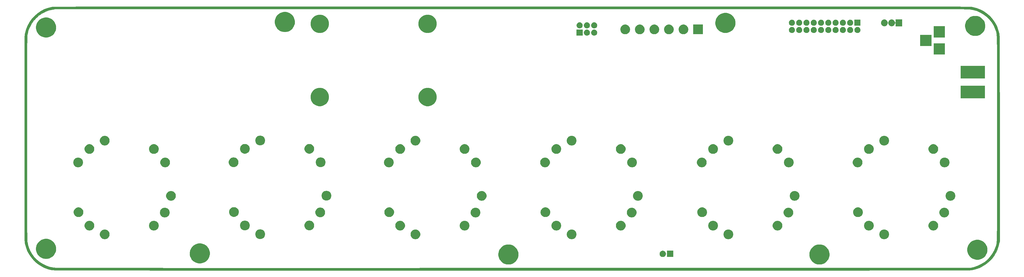
<source format=gbs>
G04 #@! TF.GenerationSoftware,KiCad,Pcbnew,(5.0.2)-1*
G04 #@! TF.CreationDate,2019-11-24T00:24:27-05:00*
G04 #@! TF.ProjectId,reidulator_QFP_V5_FINAL,72656964-756c-4617-946f-725f5146505f,rev?*
G04 #@! TF.SameCoordinates,Original*
G04 #@! TF.FileFunction,Soldermask,Bot*
G04 #@! TF.FilePolarity,Negative*
%FSLAX46Y46*%
G04 Gerber Fmt 4.6, Leading zero omitted, Abs format (unit mm)*
G04 Created by KiCad (PCBNEW (5.0.2)-1) date 11/24/2019 12:24:27 AM*
%MOMM*%
%LPD*%
G01*
G04 APERTURE LIST*
%ADD10C,0.010000*%
G04 #@! TA.AperFunction,NonConductor*
%ADD11C,0.100000*%
G04 #@! TD*
G04 APERTURE END LIST*
D10*
G04 #@! TO.C,GX3*
G36*
X226073493Y-135423784D02*
X232227540Y-135423758D01*
X238216695Y-135423711D01*
X244043179Y-135423642D01*
X249709212Y-135423549D01*
X255217015Y-135423431D01*
X260568809Y-135423285D01*
X265766814Y-135423111D01*
X270813251Y-135422905D01*
X275710341Y-135422666D01*
X280460305Y-135422392D01*
X285065362Y-135422081D01*
X289527735Y-135421733D01*
X293849643Y-135421344D01*
X298033307Y-135420912D01*
X302080947Y-135420437D01*
X305994786Y-135419916D01*
X309777042Y-135419347D01*
X313429937Y-135418729D01*
X316955692Y-135418060D01*
X320356527Y-135417337D01*
X323634663Y-135416560D01*
X326792320Y-135415726D01*
X329831719Y-135414833D01*
X332755082Y-135413879D01*
X335564628Y-135412863D01*
X338262578Y-135411783D01*
X340851153Y-135410638D01*
X343332574Y-135409424D01*
X345709061Y-135408140D01*
X347982835Y-135406785D01*
X350156116Y-135405357D01*
X352231126Y-135403854D01*
X354210085Y-135402273D01*
X356095213Y-135400614D01*
X357888732Y-135398874D01*
X359592861Y-135397052D01*
X361209823Y-135395145D01*
X362741836Y-135393152D01*
X364191123Y-135391071D01*
X365559904Y-135388900D01*
X366850398Y-135386638D01*
X368064828Y-135384282D01*
X369205414Y-135381830D01*
X370274376Y-135379282D01*
X371273935Y-135376634D01*
X372206312Y-135373886D01*
X373073727Y-135371034D01*
X373878401Y-135368079D01*
X374622555Y-135365016D01*
X375308410Y-135361846D01*
X375938186Y-135358566D01*
X376514103Y-135355174D01*
X377038383Y-135351668D01*
X377513246Y-135348046D01*
X377940913Y-135344307D01*
X378323605Y-135340449D01*
X378663541Y-135336470D01*
X378962944Y-135332368D01*
X379224033Y-135328141D01*
X379449029Y-135323787D01*
X379640153Y-135319306D01*
X379799626Y-135314694D01*
X379929668Y-135309949D01*
X380032499Y-135305071D01*
X380110342Y-135300058D01*
X380165416Y-135294906D01*
X380191890Y-135291169D01*
X381546641Y-134969649D01*
X382843760Y-134492820D01*
X384072035Y-133868216D01*
X385220257Y-133103373D01*
X386277212Y-132205828D01*
X387231692Y-131183116D01*
X388072484Y-130042774D01*
X388128232Y-129956491D01*
X388603171Y-129110307D01*
X389030502Y-128140762D01*
X389393175Y-127091047D01*
X389656626Y-126084619D01*
X389847667Y-125222000D01*
X389847667Y-89323334D01*
X389847645Y-86382583D01*
X389847568Y-83606329D01*
X389847414Y-80989732D01*
X389847164Y-78527957D01*
X389846798Y-76216166D01*
X389846294Y-74049522D01*
X389845634Y-72023186D01*
X389844797Y-70132322D01*
X389843762Y-68372092D01*
X389842510Y-66737659D01*
X389841020Y-65224185D01*
X389839272Y-63826834D01*
X389837247Y-62540767D01*
X389834923Y-61361148D01*
X389832281Y-60283138D01*
X389829300Y-59301901D01*
X389825961Y-58412600D01*
X389822243Y-57610396D01*
X389818125Y-56890452D01*
X389813589Y-56247932D01*
X389808613Y-55677997D01*
X389803177Y-55175810D01*
X389797262Y-54736534D01*
X389790847Y-54355332D01*
X389783912Y-54027365D01*
X389776436Y-53747798D01*
X389768400Y-53511791D01*
X389759783Y-53314509D01*
X389750566Y-53151113D01*
X389740727Y-53016767D01*
X389730247Y-52906632D01*
X389719106Y-52815871D01*
X389707284Y-52739648D01*
X389694803Y-52673335D01*
X389331555Y-51269294D01*
X388832131Y-49964279D01*
X388193716Y-48752972D01*
X387413498Y-47630055D01*
X386488663Y-46590208D01*
X386464510Y-46566072D01*
X385396246Y-45616329D01*
X384247537Y-44814798D01*
X383022520Y-44163605D01*
X381725334Y-43664873D01*
X380360115Y-43320726D01*
X380028858Y-43262350D01*
X379984072Y-43257417D01*
X379909907Y-43252616D01*
X379804182Y-43247944D01*
X379664715Y-43243401D01*
X379489326Y-43238985D01*
X379275834Y-43234694D01*
X379022057Y-43230526D01*
X378725814Y-43226481D01*
X378384925Y-43222556D01*
X377997207Y-43218751D01*
X377560481Y-43215062D01*
X377072564Y-43211490D01*
X376531277Y-43208032D01*
X375934437Y-43204686D01*
X375279864Y-43201452D01*
X374565376Y-43198327D01*
X373788792Y-43195310D01*
X372947932Y-43192400D01*
X372040615Y-43189594D01*
X371064658Y-43186891D01*
X370017881Y-43184291D01*
X368898103Y-43181790D01*
X367703144Y-43179388D01*
X366430820Y-43177083D01*
X365078953Y-43174873D01*
X363645360Y-43172757D01*
X362127860Y-43170733D01*
X360524273Y-43168800D01*
X358832417Y-43166956D01*
X357050111Y-43165199D01*
X355175174Y-43163529D01*
X353205425Y-43161943D01*
X351138683Y-43160439D01*
X348972767Y-43159017D01*
X346705495Y-43157675D01*
X344334687Y-43156410D01*
X341858161Y-43155222D01*
X339273737Y-43154109D01*
X336579233Y-43153069D01*
X333772468Y-43152102D01*
X330851261Y-43151204D01*
X327813431Y-43150375D01*
X324656797Y-43149613D01*
X321379177Y-43148916D01*
X317978391Y-43148284D01*
X314452258Y-43147714D01*
X310798597Y-43147204D01*
X307015225Y-43146754D01*
X303099963Y-43146361D01*
X299050629Y-43146025D01*
X294865042Y-43145743D01*
X290541021Y-43145513D01*
X286076385Y-43145335D01*
X281468952Y-43145207D01*
X276716543Y-43145127D01*
X271816974Y-43145094D01*
X266768067Y-43145106D01*
X261567638Y-43145161D01*
X256213508Y-43145258D01*
X250703495Y-43145395D01*
X245035418Y-43145572D01*
X239207097Y-43145785D01*
X233216348Y-43146034D01*
X227060993Y-43146317D01*
X220738850Y-43146632D01*
X219667667Y-43146688D01*
X213202677Y-43147043D01*
X206905018Y-43147426D01*
X200772688Y-43147838D01*
X194803685Y-43148281D01*
X188996007Y-43148755D01*
X183347650Y-43149262D01*
X177856615Y-43149805D01*
X172520897Y-43150383D01*
X167338495Y-43151000D01*
X162307407Y-43151655D01*
X157425630Y-43152352D01*
X152691163Y-43153090D01*
X148102003Y-43153872D01*
X143656147Y-43154699D01*
X139351595Y-43155573D01*
X135186343Y-43156494D01*
X131158389Y-43157465D01*
X127265732Y-43158487D01*
X123506369Y-43159561D01*
X119878297Y-43160689D01*
X116379515Y-43161872D01*
X113008021Y-43163112D01*
X109761812Y-43164411D01*
X106638886Y-43165769D01*
X103637241Y-43167188D01*
X100754875Y-43168669D01*
X97989786Y-43170215D01*
X95339970Y-43171826D01*
X92803427Y-43173505D01*
X90378154Y-43175252D01*
X88062149Y-43177068D01*
X85853410Y-43178956D01*
X83749934Y-43180917D01*
X81749719Y-43182953D01*
X79850763Y-43185064D01*
X78051065Y-43187252D01*
X76348621Y-43189519D01*
X74741429Y-43191866D01*
X73227488Y-43194295D01*
X71804795Y-43196806D01*
X70471348Y-43199403D01*
X69225145Y-43202085D01*
X68064184Y-43204855D01*
X66986462Y-43207714D01*
X65989977Y-43210663D01*
X65072727Y-43213704D01*
X64232711Y-43216839D01*
X63467925Y-43220068D01*
X62776367Y-43223394D01*
X62156036Y-43226817D01*
X61604929Y-43230339D01*
X61121044Y-43233962D01*
X60702379Y-43237688D01*
X60346932Y-43241516D01*
X60052700Y-43245450D01*
X59817681Y-43249490D01*
X59639873Y-43253639D01*
X59517274Y-43257896D01*
X59447882Y-43262265D01*
X59436000Y-43263785D01*
X58039458Y-43583638D01*
X56726304Y-44050802D01*
X55495383Y-44665872D01*
X54345538Y-45429441D01*
X53275616Y-46342104D01*
X53088105Y-46525581D01*
X52146204Y-47575818D01*
X51354014Y-48697935D01*
X50706840Y-49900753D01*
X50199983Y-51193094D01*
X49828747Y-52583779D01*
X49807137Y-52687885D01*
X49794826Y-52754002D01*
X49783205Y-52831290D01*
X49772254Y-52924583D01*
X49761953Y-53038714D01*
X49752283Y-53178517D01*
X49743224Y-53348825D01*
X49734755Y-53554471D01*
X49726858Y-53800289D01*
X49719512Y-54091113D01*
X49712697Y-54431775D01*
X49706394Y-54827110D01*
X49700582Y-55281950D01*
X49695243Y-55801129D01*
X49690355Y-56389480D01*
X49685900Y-57051836D01*
X49681857Y-57793032D01*
X49678207Y-58617901D01*
X49674929Y-59531275D01*
X49672005Y-60537988D01*
X49669413Y-61642874D01*
X49667135Y-62850766D01*
X49665150Y-64166498D01*
X49663439Y-65594902D01*
X49661981Y-67140812D01*
X49660758Y-68809063D01*
X49659749Y-70604486D01*
X49658933Y-72531915D01*
X49658293Y-74596185D01*
X49657807Y-76802128D01*
X49657455Y-79154577D01*
X49657219Y-81658366D01*
X49657078Y-84318329D01*
X49657012Y-87139298D01*
X49657000Y-89281000D01*
X49657000Y-89284830D01*
X50546000Y-89284830D01*
X50546039Y-86345746D01*
X50546168Y-83571183D01*
X50546406Y-80956325D01*
X50546769Y-78496360D01*
X50547278Y-76186473D01*
X50547949Y-74021852D01*
X50548801Y-71997682D01*
X50549851Y-70109150D01*
X50551119Y-68351442D01*
X50552621Y-66719744D01*
X50554377Y-65209243D01*
X50556404Y-63815126D01*
X50558721Y-62532578D01*
X50561345Y-61356786D01*
X50564295Y-60282937D01*
X50567588Y-59306216D01*
X50571244Y-58421810D01*
X50575279Y-57624905D01*
X50579712Y-56910688D01*
X50584562Y-56274345D01*
X50589846Y-55711063D01*
X50595582Y-55216027D01*
X50601789Y-54784424D01*
X50608485Y-54411441D01*
X50615687Y-54092264D01*
X50623415Y-53822079D01*
X50631685Y-53596072D01*
X50640516Y-53409431D01*
X50649927Y-53257340D01*
X50659935Y-53134987D01*
X50670559Y-53037559D01*
X50681816Y-52960240D01*
X50682709Y-52954985D01*
X50991065Y-51651439D01*
X51455823Y-50409671D01*
X52072808Y-49237702D01*
X52837848Y-48143555D01*
X53671401Y-47210021D01*
X54700162Y-46295547D01*
X55810570Y-45528804D01*
X56997325Y-44912331D01*
X58255127Y-44448668D01*
X59578673Y-44140352D01*
X60282667Y-44043169D01*
X60376608Y-44042125D01*
X60637260Y-44041076D01*
X61062002Y-44040021D01*
X61648213Y-44038961D01*
X62393269Y-44037897D01*
X63294549Y-44036831D01*
X64349433Y-44035761D01*
X65555296Y-44034691D01*
X66909519Y-44033619D01*
X68409479Y-44032547D01*
X70052554Y-44031475D01*
X71836122Y-44030405D01*
X73757562Y-44029336D01*
X75814252Y-44028271D01*
X78003570Y-44027209D01*
X80322894Y-44026151D01*
X82769603Y-44025098D01*
X85341074Y-44024051D01*
X88034687Y-44023011D01*
X90847818Y-44021978D01*
X93777846Y-44020952D01*
X96822150Y-44019936D01*
X99978107Y-44018929D01*
X103243096Y-44017932D01*
X106614495Y-44016946D01*
X110089682Y-44015972D01*
X113666036Y-44015010D01*
X117340934Y-44014061D01*
X121111755Y-44013127D01*
X124975877Y-44012207D01*
X128930678Y-44011302D01*
X132973536Y-44010414D01*
X137101830Y-44009543D01*
X141312937Y-44008689D01*
X145604237Y-44007854D01*
X149973106Y-44007037D01*
X154416924Y-44006241D01*
X158933068Y-44005466D01*
X163518917Y-44004711D01*
X168171849Y-44003979D01*
X172889242Y-44003270D01*
X177668474Y-44002585D01*
X182506924Y-44001923D01*
X187401969Y-44001287D01*
X192350988Y-44000677D01*
X197351359Y-44000094D01*
X202400461Y-43999537D01*
X207495671Y-43999009D01*
X212634367Y-43998510D01*
X217813928Y-43998040D01*
X219627554Y-43997884D01*
X226724273Y-43997319D01*
X233652187Y-43996850D01*
X240411825Y-43996475D01*
X247003716Y-43996196D01*
X253428388Y-43996013D01*
X259686370Y-43995925D01*
X265778191Y-43995934D01*
X271704380Y-43996039D01*
X277465464Y-43996240D01*
X283061973Y-43996539D01*
X288494435Y-43996934D01*
X293763380Y-43997427D01*
X298869335Y-43998018D01*
X303812829Y-43998706D01*
X308594392Y-43999492D01*
X313214551Y-44000377D01*
X317673836Y-44001360D01*
X321972775Y-44002442D01*
X326111896Y-44003623D01*
X330091729Y-44004903D01*
X333912801Y-44006283D01*
X337575643Y-44007762D01*
X341080782Y-44009342D01*
X344428747Y-44011022D01*
X347620067Y-44012802D01*
X350655270Y-44014683D01*
X353534885Y-44016665D01*
X356259441Y-44018749D01*
X358829466Y-44020934D01*
X361245489Y-44023220D01*
X363508039Y-44025609D01*
X365617645Y-44028099D01*
X367574834Y-44030693D01*
X369380136Y-44033389D01*
X371034080Y-44036187D01*
X372537193Y-44039089D01*
X373890006Y-44042095D01*
X375093046Y-44045204D01*
X376146842Y-44048417D01*
X377051922Y-44051734D01*
X377808816Y-44055156D01*
X378418052Y-44058682D01*
X378880159Y-44062314D01*
X379195665Y-44066050D01*
X379365100Y-44069892D01*
X379393554Y-44071621D01*
X380732258Y-44316389D01*
X382007774Y-44712585D01*
X383209925Y-45251956D01*
X384328539Y-45926247D01*
X385353442Y-46727204D01*
X386274458Y-47646572D01*
X387081413Y-48676097D01*
X387764134Y-49807525D01*
X388312445Y-51032602D01*
X388449752Y-51418775D01*
X388491178Y-51537477D01*
X388530306Y-51642529D01*
X388567199Y-51738792D01*
X388601924Y-51831125D01*
X388634546Y-51924387D01*
X388665130Y-52023439D01*
X388693741Y-52133141D01*
X388720446Y-52258351D01*
X388745308Y-52403930D01*
X388768394Y-52574737D01*
X388789768Y-52775633D01*
X388809496Y-53011476D01*
X388827644Y-53287127D01*
X388844277Y-53607445D01*
X388859459Y-53977290D01*
X388873257Y-54401522D01*
X388885736Y-54884999D01*
X388896960Y-55432583D01*
X388906996Y-56049133D01*
X388915908Y-56739508D01*
X388923763Y-57508569D01*
X388930624Y-58361174D01*
X388936558Y-59302184D01*
X388941630Y-60336459D01*
X388945906Y-61468857D01*
X388949449Y-62704239D01*
X388952327Y-64047465D01*
X388954604Y-65503393D01*
X388956345Y-67076885D01*
X388957616Y-68772799D01*
X388958483Y-70595996D01*
X388959009Y-72551334D01*
X388959262Y-74643674D01*
X388959306Y-76877876D01*
X388959206Y-79258799D01*
X388959028Y-81791302D01*
X388958836Y-84480247D01*
X388958698Y-87330491D01*
X388958667Y-89281000D01*
X388958737Y-92239287D01*
X388958906Y-95033101D01*
X388959107Y-97667303D01*
X388959273Y-100146754D01*
X388959339Y-102476313D01*
X388959239Y-104660842D01*
X388958906Y-106705202D01*
X388958276Y-108614252D01*
X388957281Y-110392853D01*
X388955856Y-112045867D01*
X388953934Y-113578153D01*
X388951451Y-114994573D01*
X388948339Y-116299986D01*
X388944532Y-117499253D01*
X388939966Y-118597235D01*
X388934573Y-119598793D01*
X388928288Y-120508787D01*
X388921045Y-121332077D01*
X388912777Y-122073525D01*
X388903419Y-122737990D01*
X388892904Y-123330334D01*
X388881168Y-123855417D01*
X388868142Y-124318099D01*
X388853763Y-124723241D01*
X388837963Y-125075704D01*
X388820677Y-125380349D01*
X388801839Y-125642035D01*
X388781382Y-125865624D01*
X388759240Y-126055976D01*
X388735349Y-126217951D01*
X388709641Y-126356411D01*
X388682050Y-126476215D01*
X388652511Y-126582225D01*
X388620958Y-126679300D01*
X388587324Y-126772303D01*
X388551544Y-126866092D01*
X388513552Y-126965529D01*
X388473280Y-127075474D01*
X388444275Y-127159574D01*
X387935290Y-128421953D01*
X387289427Y-129588503D01*
X386513391Y-130653162D01*
X385613886Y-131609866D01*
X384597616Y-132452555D01*
X383471284Y-133175166D01*
X382241595Y-133771638D01*
X380915252Y-134235907D01*
X380492000Y-134350401D01*
X379772333Y-134532244D01*
X220218000Y-134556815D01*
X213901946Y-134557779D01*
X207752998Y-134558700D01*
X201768926Y-134559576D01*
X195947504Y-134560406D01*
X190286504Y-134561188D01*
X184783696Y-134561920D01*
X179436853Y-134562601D01*
X174243747Y-134563230D01*
X169202151Y-134563804D01*
X164309835Y-134564323D01*
X159564572Y-134564785D01*
X154964134Y-134565189D01*
X150506292Y-134565532D01*
X146188820Y-134565814D01*
X142009488Y-134566033D01*
X137966068Y-134566187D01*
X134056334Y-134566274D01*
X130278056Y-134566294D01*
X126629006Y-134566245D01*
X123106957Y-134566126D01*
X119709680Y-134565934D01*
X116434947Y-134565668D01*
X113280531Y-134565327D01*
X110244204Y-134564910D01*
X107323736Y-134564414D01*
X104516900Y-134563838D01*
X101821469Y-134563181D01*
X99235214Y-134562441D01*
X96755907Y-134561617D01*
X94381320Y-134560707D01*
X92109224Y-134559709D01*
X89937393Y-134558623D01*
X87863597Y-134557446D01*
X85885610Y-134556178D01*
X84001202Y-134554815D01*
X82208146Y-134553358D01*
X80504213Y-134551805D01*
X78887176Y-134550154D01*
X77354807Y-134548403D01*
X75904877Y-134546551D01*
X74535159Y-134544596D01*
X73243424Y-134542538D01*
X72027445Y-134540374D01*
X70884993Y-134538103D01*
X69813840Y-134535723D01*
X68811758Y-134533233D01*
X67876520Y-134530632D01*
X67005897Y-134527917D01*
X66197661Y-134525088D01*
X65449584Y-134522143D01*
X64759438Y-134519080D01*
X64124995Y-134515898D01*
X63544027Y-134512595D01*
X63014306Y-134509170D01*
X62533604Y-134505621D01*
X62099693Y-134501947D01*
X61710344Y-134498146D01*
X61363330Y-134494217D01*
X61056423Y-134490158D01*
X60787394Y-134485968D01*
X60554016Y-134481644D01*
X60354060Y-134477187D01*
X60185299Y-134472594D01*
X60045505Y-134467863D01*
X59932448Y-134462994D01*
X59843902Y-134457984D01*
X59777639Y-134452832D01*
X59732333Y-134447667D01*
X58436793Y-134177862D01*
X57196574Y-133753102D01*
X56023807Y-133182166D01*
X54930624Y-132473833D01*
X53929158Y-131636881D01*
X53031540Y-130680089D01*
X52249902Y-129612235D01*
X51686910Y-128626074D01*
X51224786Y-127591906D01*
X50889237Y-126557999D01*
X50675770Y-125570743D01*
X50664999Y-125495245D01*
X50654832Y-125393953D01*
X50645252Y-125262114D01*
X50636240Y-125094975D01*
X50627781Y-124887780D01*
X50619857Y-124635776D01*
X50612452Y-124334208D01*
X50605547Y-123978323D01*
X50599127Y-123563366D01*
X50593175Y-123084584D01*
X50587672Y-122537222D01*
X50582603Y-121916526D01*
X50577951Y-121217741D01*
X50573697Y-120436115D01*
X50569826Y-119566892D01*
X50566320Y-118605319D01*
X50563162Y-117546642D01*
X50560336Y-116386106D01*
X50557823Y-115118957D01*
X50555609Y-113740441D01*
X50553674Y-112245805D01*
X50552003Y-110630293D01*
X50550577Y-108889153D01*
X50549382Y-107017629D01*
X50548398Y-105010967D01*
X50547610Y-102864415D01*
X50546999Y-100573216D01*
X50546551Y-98132618D01*
X50546246Y-95537866D01*
X50546069Y-92784207D01*
X50546002Y-89866885D01*
X50546000Y-89284830D01*
X49657000Y-89284830D01*
X49657021Y-92219972D01*
X49657099Y-94994450D01*
X49657252Y-97609276D01*
X49657503Y-100069289D01*
X49657870Y-102379331D01*
X49658374Y-104544240D01*
X49659036Y-106568859D01*
X49659874Y-108458027D01*
X49660911Y-110216585D01*
X49662165Y-111849372D01*
X49663657Y-113361230D01*
X49665408Y-114756998D01*
X49667437Y-116041517D01*
X49669765Y-117219628D01*
X49672411Y-118296170D01*
X49675397Y-119275985D01*
X49678742Y-120163911D01*
X49682467Y-120964791D01*
X49686591Y-121683464D01*
X49691136Y-122324770D01*
X49696120Y-122893550D01*
X49701565Y-123394644D01*
X49707491Y-123832893D01*
X49713917Y-124213137D01*
X49720864Y-124540216D01*
X49728353Y-124818970D01*
X49736403Y-125054241D01*
X49745034Y-125250868D01*
X49754268Y-125413692D01*
X49764123Y-125547552D01*
X49774621Y-125657291D01*
X49785782Y-125747747D01*
X49797625Y-125823761D01*
X49809864Y-125888666D01*
X50168214Y-127280422D01*
X50658613Y-128570272D01*
X51286911Y-129769212D01*
X52058958Y-130888241D01*
X52980602Y-131938356D01*
X53082187Y-132040967D01*
X54141877Y-132984684D01*
X55283565Y-133781009D01*
X56502886Y-134427666D01*
X57795476Y-134922380D01*
X59156974Y-135262874D01*
X59312777Y-135291169D01*
X59353049Y-135296419D01*
X59414515Y-135301530D01*
X59499395Y-135306504D01*
X59609911Y-135311343D01*
X59748282Y-135316048D01*
X59916730Y-135320622D01*
X60117475Y-135325067D01*
X60352738Y-135329383D01*
X60624740Y-135333573D01*
X60935701Y-135337640D01*
X61287842Y-135341583D01*
X61683383Y-135345407D01*
X62124546Y-135349111D01*
X62613551Y-135352699D01*
X63152618Y-135356172D01*
X63743968Y-135359531D01*
X64389823Y-135362779D01*
X65092402Y-135365918D01*
X65853927Y-135368949D01*
X66676617Y-135371874D01*
X67562694Y-135374695D01*
X68514379Y-135377414D01*
X69533891Y-135380033D01*
X70623453Y-135382553D01*
X71785283Y-135384977D01*
X73021604Y-135387305D01*
X74334635Y-135389541D01*
X75726598Y-135391685D01*
X77199713Y-135393741D01*
X78756201Y-135395708D01*
X80398282Y-135397590D01*
X82128177Y-135399389D01*
X83948107Y-135401105D01*
X85860293Y-135402741D01*
X87866954Y-135404299D01*
X89970313Y-135405780D01*
X92172588Y-135407187D01*
X94476002Y-135408521D01*
X96882775Y-135409784D01*
X99395128Y-135410978D01*
X102015280Y-135412104D01*
X104745454Y-135413165D01*
X107587869Y-135414163D01*
X110544746Y-135415098D01*
X113618306Y-135415974D01*
X116810770Y-135416792D01*
X120124358Y-135417553D01*
X123561291Y-135418260D01*
X127123789Y-135418914D01*
X130814074Y-135419518D01*
X134634365Y-135420072D01*
X138586885Y-135420580D01*
X142673852Y-135421042D01*
X146897489Y-135421461D01*
X151260015Y-135421838D01*
X155763651Y-135422176D01*
X160410619Y-135422475D01*
X165203138Y-135422739D01*
X170143430Y-135422968D01*
X175233714Y-135423165D01*
X180476213Y-135423331D01*
X185873145Y-135423468D01*
X191426733Y-135423579D01*
X197139196Y-135423664D01*
X203012756Y-135423726D01*
X209049633Y-135423767D01*
X215252048Y-135423789D01*
X219752333Y-135423793D01*
X226073493Y-135423784D01*
X226073493Y-135423784D01*
G37*
X226073493Y-135423784D02*
X232227540Y-135423758D01*
X238216695Y-135423711D01*
X244043179Y-135423642D01*
X249709212Y-135423549D01*
X255217015Y-135423431D01*
X260568809Y-135423285D01*
X265766814Y-135423111D01*
X270813251Y-135422905D01*
X275710341Y-135422666D01*
X280460305Y-135422392D01*
X285065362Y-135422081D01*
X289527735Y-135421733D01*
X293849643Y-135421344D01*
X298033307Y-135420912D01*
X302080947Y-135420437D01*
X305994786Y-135419916D01*
X309777042Y-135419347D01*
X313429937Y-135418729D01*
X316955692Y-135418060D01*
X320356527Y-135417337D01*
X323634663Y-135416560D01*
X326792320Y-135415726D01*
X329831719Y-135414833D01*
X332755082Y-135413879D01*
X335564628Y-135412863D01*
X338262578Y-135411783D01*
X340851153Y-135410638D01*
X343332574Y-135409424D01*
X345709061Y-135408140D01*
X347982835Y-135406785D01*
X350156116Y-135405357D01*
X352231126Y-135403854D01*
X354210085Y-135402273D01*
X356095213Y-135400614D01*
X357888732Y-135398874D01*
X359592861Y-135397052D01*
X361209823Y-135395145D01*
X362741836Y-135393152D01*
X364191123Y-135391071D01*
X365559904Y-135388900D01*
X366850398Y-135386638D01*
X368064828Y-135384282D01*
X369205414Y-135381830D01*
X370274376Y-135379282D01*
X371273935Y-135376634D01*
X372206312Y-135373886D01*
X373073727Y-135371034D01*
X373878401Y-135368079D01*
X374622555Y-135365016D01*
X375308410Y-135361846D01*
X375938186Y-135358566D01*
X376514103Y-135355174D01*
X377038383Y-135351668D01*
X377513246Y-135348046D01*
X377940913Y-135344307D01*
X378323605Y-135340449D01*
X378663541Y-135336470D01*
X378962944Y-135332368D01*
X379224033Y-135328141D01*
X379449029Y-135323787D01*
X379640153Y-135319306D01*
X379799626Y-135314694D01*
X379929668Y-135309949D01*
X380032499Y-135305071D01*
X380110342Y-135300058D01*
X380165416Y-135294906D01*
X380191890Y-135291169D01*
X381546641Y-134969649D01*
X382843760Y-134492820D01*
X384072035Y-133868216D01*
X385220257Y-133103373D01*
X386277212Y-132205828D01*
X387231692Y-131183116D01*
X388072484Y-130042774D01*
X388128232Y-129956491D01*
X388603171Y-129110307D01*
X389030502Y-128140762D01*
X389393175Y-127091047D01*
X389656626Y-126084619D01*
X389847667Y-125222000D01*
X389847667Y-89323334D01*
X389847645Y-86382583D01*
X389847568Y-83606329D01*
X389847414Y-80989732D01*
X389847164Y-78527957D01*
X389846798Y-76216166D01*
X389846294Y-74049522D01*
X389845634Y-72023186D01*
X389844797Y-70132322D01*
X389843762Y-68372092D01*
X389842510Y-66737659D01*
X389841020Y-65224185D01*
X389839272Y-63826834D01*
X389837247Y-62540767D01*
X389834923Y-61361148D01*
X389832281Y-60283138D01*
X389829300Y-59301901D01*
X389825961Y-58412600D01*
X389822243Y-57610396D01*
X389818125Y-56890452D01*
X389813589Y-56247932D01*
X389808613Y-55677997D01*
X389803177Y-55175810D01*
X389797262Y-54736534D01*
X389790847Y-54355332D01*
X389783912Y-54027365D01*
X389776436Y-53747798D01*
X389768400Y-53511791D01*
X389759783Y-53314509D01*
X389750566Y-53151113D01*
X389740727Y-53016767D01*
X389730247Y-52906632D01*
X389719106Y-52815871D01*
X389707284Y-52739648D01*
X389694803Y-52673335D01*
X389331555Y-51269294D01*
X388832131Y-49964279D01*
X388193716Y-48752972D01*
X387413498Y-47630055D01*
X386488663Y-46590208D01*
X386464510Y-46566072D01*
X385396246Y-45616329D01*
X384247537Y-44814798D01*
X383022520Y-44163605D01*
X381725334Y-43664873D01*
X380360115Y-43320726D01*
X380028858Y-43262350D01*
X379984072Y-43257417D01*
X379909907Y-43252616D01*
X379804182Y-43247944D01*
X379664715Y-43243401D01*
X379489326Y-43238985D01*
X379275834Y-43234694D01*
X379022057Y-43230526D01*
X378725814Y-43226481D01*
X378384925Y-43222556D01*
X377997207Y-43218751D01*
X377560481Y-43215062D01*
X377072564Y-43211490D01*
X376531277Y-43208032D01*
X375934437Y-43204686D01*
X375279864Y-43201452D01*
X374565376Y-43198327D01*
X373788792Y-43195310D01*
X372947932Y-43192400D01*
X372040615Y-43189594D01*
X371064658Y-43186891D01*
X370017881Y-43184291D01*
X368898103Y-43181790D01*
X367703144Y-43179388D01*
X366430820Y-43177083D01*
X365078953Y-43174873D01*
X363645360Y-43172757D01*
X362127860Y-43170733D01*
X360524273Y-43168800D01*
X358832417Y-43166956D01*
X357050111Y-43165199D01*
X355175174Y-43163529D01*
X353205425Y-43161943D01*
X351138683Y-43160439D01*
X348972767Y-43159017D01*
X346705495Y-43157675D01*
X344334687Y-43156410D01*
X341858161Y-43155222D01*
X339273737Y-43154109D01*
X336579233Y-43153069D01*
X333772468Y-43152102D01*
X330851261Y-43151204D01*
X327813431Y-43150375D01*
X324656797Y-43149613D01*
X321379177Y-43148916D01*
X317978391Y-43148284D01*
X314452258Y-43147714D01*
X310798597Y-43147204D01*
X307015225Y-43146754D01*
X303099963Y-43146361D01*
X299050629Y-43146025D01*
X294865042Y-43145743D01*
X290541021Y-43145513D01*
X286076385Y-43145335D01*
X281468952Y-43145207D01*
X276716543Y-43145127D01*
X271816974Y-43145094D01*
X266768067Y-43145106D01*
X261567638Y-43145161D01*
X256213508Y-43145258D01*
X250703495Y-43145395D01*
X245035418Y-43145572D01*
X239207097Y-43145785D01*
X233216348Y-43146034D01*
X227060993Y-43146317D01*
X220738850Y-43146632D01*
X219667667Y-43146688D01*
X213202677Y-43147043D01*
X206905018Y-43147426D01*
X200772688Y-43147838D01*
X194803685Y-43148281D01*
X188996007Y-43148755D01*
X183347650Y-43149262D01*
X177856615Y-43149805D01*
X172520897Y-43150383D01*
X167338495Y-43151000D01*
X162307407Y-43151655D01*
X157425630Y-43152352D01*
X152691163Y-43153090D01*
X148102003Y-43153872D01*
X143656147Y-43154699D01*
X139351595Y-43155573D01*
X135186343Y-43156494D01*
X131158389Y-43157465D01*
X127265732Y-43158487D01*
X123506369Y-43159561D01*
X119878297Y-43160689D01*
X116379515Y-43161872D01*
X113008021Y-43163112D01*
X109761812Y-43164411D01*
X106638886Y-43165769D01*
X103637241Y-43167188D01*
X100754875Y-43168669D01*
X97989786Y-43170215D01*
X95339970Y-43171826D01*
X92803427Y-43173505D01*
X90378154Y-43175252D01*
X88062149Y-43177068D01*
X85853410Y-43178956D01*
X83749934Y-43180917D01*
X81749719Y-43182953D01*
X79850763Y-43185064D01*
X78051065Y-43187252D01*
X76348621Y-43189519D01*
X74741429Y-43191866D01*
X73227488Y-43194295D01*
X71804795Y-43196806D01*
X70471348Y-43199403D01*
X69225145Y-43202085D01*
X68064184Y-43204855D01*
X66986462Y-43207714D01*
X65989977Y-43210663D01*
X65072727Y-43213704D01*
X64232711Y-43216839D01*
X63467925Y-43220068D01*
X62776367Y-43223394D01*
X62156036Y-43226817D01*
X61604929Y-43230339D01*
X61121044Y-43233962D01*
X60702379Y-43237688D01*
X60346932Y-43241516D01*
X60052700Y-43245450D01*
X59817681Y-43249490D01*
X59639873Y-43253639D01*
X59517274Y-43257896D01*
X59447882Y-43262265D01*
X59436000Y-43263785D01*
X58039458Y-43583638D01*
X56726304Y-44050802D01*
X55495383Y-44665872D01*
X54345538Y-45429441D01*
X53275616Y-46342104D01*
X53088105Y-46525581D01*
X52146204Y-47575818D01*
X51354014Y-48697935D01*
X50706840Y-49900753D01*
X50199983Y-51193094D01*
X49828747Y-52583779D01*
X49807137Y-52687885D01*
X49794826Y-52754002D01*
X49783205Y-52831290D01*
X49772254Y-52924583D01*
X49761953Y-53038714D01*
X49752283Y-53178517D01*
X49743224Y-53348825D01*
X49734755Y-53554471D01*
X49726858Y-53800289D01*
X49719512Y-54091113D01*
X49712697Y-54431775D01*
X49706394Y-54827110D01*
X49700582Y-55281950D01*
X49695243Y-55801129D01*
X49690355Y-56389480D01*
X49685900Y-57051836D01*
X49681857Y-57793032D01*
X49678207Y-58617901D01*
X49674929Y-59531275D01*
X49672005Y-60537988D01*
X49669413Y-61642874D01*
X49667135Y-62850766D01*
X49665150Y-64166498D01*
X49663439Y-65594902D01*
X49661981Y-67140812D01*
X49660758Y-68809063D01*
X49659749Y-70604486D01*
X49658933Y-72531915D01*
X49658293Y-74596185D01*
X49657807Y-76802128D01*
X49657455Y-79154577D01*
X49657219Y-81658366D01*
X49657078Y-84318329D01*
X49657012Y-87139298D01*
X49657000Y-89281000D01*
X49657000Y-89284830D01*
X50546000Y-89284830D01*
X50546039Y-86345746D01*
X50546168Y-83571183D01*
X50546406Y-80956325D01*
X50546769Y-78496360D01*
X50547278Y-76186473D01*
X50547949Y-74021852D01*
X50548801Y-71997682D01*
X50549851Y-70109150D01*
X50551119Y-68351442D01*
X50552621Y-66719744D01*
X50554377Y-65209243D01*
X50556404Y-63815126D01*
X50558721Y-62532578D01*
X50561345Y-61356786D01*
X50564295Y-60282937D01*
X50567588Y-59306216D01*
X50571244Y-58421810D01*
X50575279Y-57624905D01*
X50579712Y-56910688D01*
X50584562Y-56274345D01*
X50589846Y-55711063D01*
X50595582Y-55216027D01*
X50601789Y-54784424D01*
X50608485Y-54411441D01*
X50615687Y-54092264D01*
X50623415Y-53822079D01*
X50631685Y-53596072D01*
X50640516Y-53409431D01*
X50649927Y-53257340D01*
X50659935Y-53134987D01*
X50670559Y-53037559D01*
X50681816Y-52960240D01*
X50682709Y-52954985D01*
X50991065Y-51651439D01*
X51455823Y-50409671D01*
X52072808Y-49237702D01*
X52837848Y-48143555D01*
X53671401Y-47210021D01*
X54700162Y-46295547D01*
X55810570Y-45528804D01*
X56997325Y-44912331D01*
X58255127Y-44448668D01*
X59578673Y-44140352D01*
X60282667Y-44043169D01*
X60376608Y-44042125D01*
X60637260Y-44041076D01*
X61062002Y-44040021D01*
X61648213Y-44038961D01*
X62393269Y-44037897D01*
X63294549Y-44036831D01*
X64349433Y-44035761D01*
X65555296Y-44034691D01*
X66909519Y-44033619D01*
X68409479Y-44032547D01*
X70052554Y-44031475D01*
X71836122Y-44030405D01*
X73757562Y-44029336D01*
X75814252Y-44028271D01*
X78003570Y-44027209D01*
X80322894Y-44026151D01*
X82769603Y-44025098D01*
X85341074Y-44024051D01*
X88034687Y-44023011D01*
X90847818Y-44021978D01*
X93777846Y-44020952D01*
X96822150Y-44019936D01*
X99978107Y-44018929D01*
X103243096Y-44017932D01*
X106614495Y-44016946D01*
X110089682Y-44015972D01*
X113666036Y-44015010D01*
X117340934Y-44014061D01*
X121111755Y-44013127D01*
X124975877Y-44012207D01*
X128930678Y-44011302D01*
X132973536Y-44010414D01*
X137101830Y-44009543D01*
X141312937Y-44008689D01*
X145604237Y-44007854D01*
X149973106Y-44007037D01*
X154416924Y-44006241D01*
X158933068Y-44005466D01*
X163518917Y-44004711D01*
X168171849Y-44003979D01*
X172889242Y-44003270D01*
X177668474Y-44002585D01*
X182506924Y-44001923D01*
X187401969Y-44001287D01*
X192350988Y-44000677D01*
X197351359Y-44000094D01*
X202400461Y-43999537D01*
X207495671Y-43999009D01*
X212634367Y-43998510D01*
X217813928Y-43998040D01*
X219627554Y-43997884D01*
X226724273Y-43997319D01*
X233652187Y-43996850D01*
X240411825Y-43996475D01*
X247003716Y-43996196D01*
X253428388Y-43996013D01*
X259686370Y-43995925D01*
X265778191Y-43995934D01*
X271704380Y-43996039D01*
X277465464Y-43996240D01*
X283061973Y-43996539D01*
X288494435Y-43996934D01*
X293763380Y-43997427D01*
X298869335Y-43998018D01*
X303812829Y-43998706D01*
X308594392Y-43999492D01*
X313214551Y-44000377D01*
X317673836Y-44001360D01*
X321972775Y-44002442D01*
X326111896Y-44003623D01*
X330091729Y-44004903D01*
X333912801Y-44006283D01*
X337575643Y-44007762D01*
X341080782Y-44009342D01*
X344428747Y-44011022D01*
X347620067Y-44012802D01*
X350655270Y-44014683D01*
X353534885Y-44016665D01*
X356259441Y-44018749D01*
X358829466Y-44020934D01*
X361245489Y-44023220D01*
X363508039Y-44025609D01*
X365617645Y-44028099D01*
X367574834Y-44030693D01*
X369380136Y-44033389D01*
X371034080Y-44036187D01*
X372537193Y-44039089D01*
X373890006Y-44042095D01*
X375093046Y-44045204D01*
X376146842Y-44048417D01*
X377051922Y-44051734D01*
X377808816Y-44055156D01*
X378418052Y-44058682D01*
X378880159Y-44062314D01*
X379195665Y-44066050D01*
X379365100Y-44069892D01*
X379393554Y-44071621D01*
X380732258Y-44316389D01*
X382007774Y-44712585D01*
X383209925Y-45251956D01*
X384328539Y-45926247D01*
X385353442Y-46727204D01*
X386274458Y-47646572D01*
X387081413Y-48676097D01*
X387764134Y-49807525D01*
X388312445Y-51032602D01*
X388449752Y-51418775D01*
X388491178Y-51537477D01*
X388530306Y-51642529D01*
X388567199Y-51738792D01*
X388601924Y-51831125D01*
X388634546Y-51924387D01*
X388665130Y-52023439D01*
X388693741Y-52133141D01*
X388720446Y-52258351D01*
X388745308Y-52403930D01*
X388768394Y-52574737D01*
X388789768Y-52775633D01*
X388809496Y-53011476D01*
X388827644Y-53287127D01*
X388844277Y-53607445D01*
X388859459Y-53977290D01*
X388873257Y-54401522D01*
X388885736Y-54884999D01*
X388896960Y-55432583D01*
X388906996Y-56049133D01*
X388915908Y-56739508D01*
X388923763Y-57508569D01*
X388930624Y-58361174D01*
X388936558Y-59302184D01*
X388941630Y-60336459D01*
X388945906Y-61468857D01*
X388949449Y-62704239D01*
X388952327Y-64047465D01*
X388954604Y-65503393D01*
X388956345Y-67076885D01*
X388957616Y-68772799D01*
X388958483Y-70595996D01*
X388959009Y-72551334D01*
X388959262Y-74643674D01*
X388959306Y-76877876D01*
X388959206Y-79258799D01*
X388959028Y-81791302D01*
X388958836Y-84480247D01*
X388958698Y-87330491D01*
X388958667Y-89281000D01*
X388958737Y-92239287D01*
X388958906Y-95033101D01*
X388959107Y-97667303D01*
X388959273Y-100146754D01*
X388959339Y-102476313D01*
X388959239Y-104660842D01*
X388958906Y-106705202D01*
X388958276Y-108614252D01*
X388957281Y-110392853D01*
X388955856Y-112045867D01*
X388953934Y-113578153D01*
X388951451Y-114994573D01*
X388948339Y-116299986D01*
X388944532Y-117499253D01*
X388939966Y-118597235D01*
X388934573Y-119598793D01*
X388928288Y-120508787D01*
X388921045Y-121332077D01*
X388912777Y-122073525D01*
X388903419Y-122737990D01*
X388892904Y-123330334D01*
X388881168Y-123855417D01*
X388868142Y-124318099D01*
X388853763Y-124723241D01*
X388837963Y-125075704D01*
X388820677Y-125380349D01*
X388801839Y-125642035D01*
X388781382Y-125865624D01*
X388759240Y-126055976D01*
X388735349Y-126217951D01*
X388709641Y-126356411D01*
X388682050Y-126476215D01*
X388652511Y-126582225D01*
X388620958Y-126679300D01*
X388587324Y-126772303D01*
X388551544Y-126866092D01*
X388513552Y-126965529D01*
X388473280Y-127075474D01*
X388444275Y-127159574D01*
X387935290Y-128421953D01*
X387289427Y-129588503D01*
X386513391Y-130653162D01*
X385613886Y-131609866D01*
X384597616Y-132452555D01*
X383471284Y-133175166D01*
X382241595Y-133771638D01*
X380915252Y-134235907D01*
X380492000Y-134350401D01*
X379772333Y-134532244D01*
X220218000Y-134556815D01*
X213901946Y-134557779D01*
X207752998Y-134558700D01*
X201768926Y-134559576D01*
X195947504Y-134560406D01*
X190286504Y-134561188D01*
X184783696Y-134561920D01*
X179436853Y-134562601D01*
X174243747Y-134563230D01*
X169202151Y-134563804D01*
X164309835Y-134564323D01*
X159564572Y-134564785D01*
X154964134Y-134565189D01*
X150506292Y-134565532D01*
X146188820Y-134565814D01*
X142009488Y-134566033D01*
X137966068Y-134566187D01*
X134056334Y-134566274D01*
X130278056Y-134566294D01*
X126629006Y-134566245D01*
X123106957Y-134566126D01*
X119709680Y-134565934D01*
X116434947Y-134565668D01*
X113280531Y-134565327D01*
X110244204Y-134564910D01*
X107323736Y-134564414D01*
X104516900Y-134563838D01*
X101821469Y-134563181D01*
X99235214Y-134562441D01*
X96755907Y-134561617D01*
X94381320Y-134560707D01*
X92109224Y-134559709D01*
X89937393Y-134558623D01*
X87863597Y-134557446D01*
X85885610Y-134556178D01*
X84001202Y-134554815D01*
X82208146Y-134553358D01*
X80504213Y-134551805D01*
X78887176Y-134550154D01*
X77354807Y-134548403D01*
X75904877Y-134546551D01*
X74535159Y-134544596D01*
X73243424Y-134542538D01*
X72027445Y-134540374D01*
X70884993Y-134538103D01*
X69813840Y-134535723D01*
X68811758Y-134533233D01*
X67876520Y-134530632D01*
X67005897Y-134527917D01*
X66197661Y-134525088D01*
X65449584Y-134522143D01*
X64759438Y-134519080D01*
X64124995Y-134515898D01*
X63544027Y-134512595D01*
X63014306Y-134509170D01*
X62533604Y-134505621D01*
X62099693Y-134501947D01*
X61710344Y-134498146D01*
X61363330Y-134494217D01*
X61056423Y-134490158D01*
X60787394Y-134485968D01*
X60554016Y-134481644D01*
X60354060Y-134477187D01*
X60185299Y-134472594D01*
X60045505Y-134467863D01*
X59932448Y-134462994D01*
X59843902Y-134457984D01*
X59777639Y-134452832D01*
X59732333Y-134447667D01*
X58436793Y-134177862D01*
X57196574Y-133753102D01*
X56023807Y-133182166D01*
X54930624Y-132473833D01*
X53929158Y-131636881D01*
X53031540Y-130680089D01*
X52249902Y-129612235D01*
X51686910Y-128626074D01*
X51224786Y-127591906D01*
X50889237Y-126557999D01*
X50675770Y-125570743D01*
X50664999Y-125495245D01*
X50654832Y-125393953D01*
X50645252Y-125262114D01*
X50636240Y-125094975D01*
X50627781Y-124887780D01*
X50619857Y-124635776D01*
X50612452Y-124334208D01*
X50605547Y-123978323D01*
X50599127Y-123563366D01*
X50593175Y-123084584D01*
X50587672Y-122537222D01*
X50582603Y-121916526D01*
X50577951Y-121217741D01*
X50573697Y-120436115D01*
X50569826Y-119566892D01*
X50566320Y-118605319D01*
X50563162Y-117546642D01*
X50560336Y-116386106D01*
X50557823Y-115118957D01*
X50555609Y-113740441D01*
X50553674Y-112245805D01*
X50552003Y-110630293D01*
X50550577Y-108889153D01*
X50549382Y-107017629D01*
X50548398Y-105010967D01*
X50547610Y-102864415D01*
X50546999Y-100573216D01*
X50546551Y-98132618D01*
X50546246Y-95537866D01*
X50546069Y-92784207D01*
X50546002Y-89866885D01*
X50546000Y-89284830D01*
X49657000Y-89284830D01*
X49657021Y-92219972D01*
X49657099Y-94994450D01*
X49657252Y-97609276D01*
X49657503Y-100069289D01*
X49657870Y-102379331D01*
X49658374Y-104544240D01*
X49659036Y-106568859D01*
X49659874Y-108458027D01*
X49660911Y-110216585D01*
X49662165Y-111849372D01*
X49663657Y-113361230D01*
X49665408Y-114756998D01*
X49667437Y-116041517D01*
X49669765Y-117219628D01*
X49672411Y-118296170D01*
X49675397Y-119275985D01*
X49678742Y-120163911D01*
X49682467Y-120964791D01*
X49686591Y-121683464D01*
X49691136Y-122324770D01*
X49696120Y-122893550D01*
X49701565Y-123394644D01*
X49707491Y-123832893D01*
X49713917Y-124213137D01*
X49720864Y-124540216D01*
X49728353Y-124818970D01*
X49736403Y-125054241D01*
X49745034Y-125250868D01*
X49754268Y-125413692D01*
X49764123Y-125547552D01*
X49774621Y-125657291D01*
X49785782Y-125747747D01*
X49797625Y-125823761D01*
X49809864Y-125888666D01*
X50168214Y-127280422D01*
X50658613Y-128570272D01*
X51286911Y-129769212D01*
X52058958Y-130888241D01*
X52980602Y-131938356D01*
X53082187Y-132040967D01*
X54141877Y-132984684D01*
X55283565Y-133781009D01*
X56502886Y-134427666D01*
X57795476Y-134922380D01*
X59156974Y-135262874D01*
X59312777Y-135291169D01*
X59353049Y-135296419D01*
X59414515Y-135301530D01*
X59499395Y-135306504D01*
X59609911Y-135311343D01*
X59748282Y-135316048D01*
X59916730Y-135320622D01*
X60117475Y-135325067D01*
X60352738Y-135329383D01*
X60624740Y-135333573D01*
X60935701Y-135337640D01*
X61287842Y-135341583D01*
X61683383Y-135345407D01*
X62124546Y-135349111D01*
X62613551Y-135352699D01*
X63152618Y-135356172D01*
X63743968Y-135359531D01*
X64389823Y-135362779D01*
X65092402Y-135365918D01*
X65853927Y-135368949D01*
X66676617Y-135371874D01*
X67562694Y-135374695D01*
X68514379Y-135377414D01*
X69533891Y-135380033D01*
X70623453Y-135382553D01*
X71785283Y-135384977D01*
X73021604Y-135387305D01*
X74334635Y-135389541D01*
X75726598Y-135391685D01*
X77199713Y-135393741D01*
X78756201Y-135395708D01*
X80398282Y-135397590D01*
X82128177Y-135399389D01*
X83948107Y-135401105D01*
X85860293Y-135402741D01*
X87866954Y-135404299D01*
X89970313Y-135405780D01*
X92172588Y-135407187D01*
X94476002Y-135408521D01*
X96882775Y-135409784D01*
X99395128Y-135410978D01*
X102015280Y-135412104D01*
X104745454Y-135413165D01*
X107587869Y-135414163D01*
X110544746Y-135415098D01*
X113618306Y-135415974D01*
X116810770Y-135416792D01*
X120124358Y-135417553D01*
X123561291Y-135418260D01*
X127123789Y-135418914D01*
X130814074Y-135419518D01*
X134634365Y-135420072D01*
X138586885Y-135420580D01*
X142673852Y-135421042D01*
X146897489Y-135421461D01*
X151260015Y-135421838D01*
X155763651Y-135422176D01*
X160410619Y-135422475D01*
X165203138Y-135422739D01*
X170143430Y-135422968D01*
X175233714Y-135423165D01*
X180476213Y-135423331D01*
X185873145Y-135423468D01*
X191426733Y-135423579D01*
X197139196Y-135423664D01*
X203012756Y-135423726D01*
X209049633Y-135423767D01*
X215252048Y-135423789D01*
X219752333Y-135423793D01*
X226073493Y-135423784D01*
D11*
G36*
X327497586Y-126380250D02*
X328023246Y-126484810D01*
X328661661Y-126749250D01*
X329232349Y-127130572D01*
X329236223Y-127133160D01*
X329724840Y-127621777D01*
X329724842Y-127621780D01*
X330108750Y-128196339D01*
X330353649Y-128787578D01*
X330373190Y-128834755D01*
X330469939Y-129321143D01*
X330508000Y-129512492D01*
X330508000Y-130203508D01*
X330373190Y-130881246D01*
X330108750Y-131519661D01*
X329727428Y-132090349D01*
X329724840Y-132094223D01*
X329236223Y-132582840D01*
X329236220Y-132582842D01*
X328661661Y-132966750D01*
X328023246Y-133231190D01*
X327684377Y-133298595D01*
X327345509Y-133366000D01*
X326654491Y-133366000D01*
X326315623Y-133298595D01*
X325976754Y-133231190D01*
X325338339Y-132966750D01*
X324763780Y-132582842D01*
X324763777Y-132582840D01*
X324275160Y-132094223D01*
X324272572Y-132090349D01*
X323891250Y-131519661D01*
X323626810Y-130881246D01*
X323492000Y-130203508D01*
X323492000Y-129512492D01*
X323530062Y-129321143D01*
X323626810Y-128834755D01*
X323646351Y-128787578D01*
X323891250Y-128196339D01*
X324275158Y-127621780D01*
X324275160Y-127621777D01*
X324763777Y-127133160D01*
X324767651Y-127130572D01*
X325338339Y-126749250D01*
X325976754Y-126484810D01*
X326502414Y-126380250D01*
X326654491Y-126350000D01*
X327345509Y-126350000D01*
X327497586Y-126380250D01*
X327497586Y-126380250D01*
G37*
G36*
X219001586Y-126380250D02*
X219527246Y-126484810D01*
X220165661Y-126749250D01*
X220736349Y-127130572D01*
X220740223Y-127133160D01*
X221228840Y-127621777D01*
X221228842Y-127621780D01*
X221612750Y-128196339D01*
X221857649Y-128787578D01*
X221877190Y-128834755D01*
X221973939Y-129321143D01*
X222012000Y-129512492D01*
X222012000Y-130203508D01*
X221877190Y-130881246D01*
X221612750Y-131519661D01*
X221231428Y-132090349D01*
X221228840Y-132094223D01*
X220740223Y-132582840D01*
X220740220Y-132582842D01*
X220165661Y-132966750D01*
X219527246Y-133231190D01*
X219188377Y-133298595D01*
X218849509Y-133366000D01*
X218158491Y-133366000D01*
X217819623Y-133298595D01*
X217480754Y-133231190D01*
X216842339Y-132966750D01*
X216267780Y-132582842D01*
X216267777Y-132582840D01*
X215779160Y-132094223D01*
X215776572Y-132090349D01*
X215395250Y-131519661D01*
X215130810Y-130881246D01*
X214996000Y-130203508D01*
X214996000Y-129512492D01*
X215034062Y-129321143D01*
X215130810Y-128834755D01*
X215150351Y-128787578D01*
X215395250Y-128196339D01*
X215779158Y-127621780D01*
X215779160Y-127621777D01*
X216267777Y-127133160D01*
X216271651Y-127130572D01*
X216842339Y-126749250D01*
X217480754Y-126484810D01*
X218006414Y-126380250D01*
X218158491Y-126350000D01*
X218849509Y-126350000D01*
X219001586Y-126380250D01*
X219001586Y-126380250D01*
G37*
G36*
X111530377Y-126048405D02*
X111869246Y-126115810D01*
X112507661Y-126380250D01*
X112753239Y-126544340D01*
X113082223Y-126764160D01*
X113570840Y-127252777D01*
X113570842Y-127252780D01*
X113954750Y-127827339D01*
X114219190Y-128465754D01*
X114283204Y-128787575D01*
X114354000Y-129143491D01*
X114354000Y-129834509D01*
X114328470Y-129962857D01*
X114219190Y-130512246D01*
X113954750Y-131150661D01*
X113708193Y-131519660D01*
X113570840Y-131725223D01*
X113082223Y-132213840D01*
X113082220Y-132213842D01*
X112507661Y-132597750D01*
X111869246Y-132862190D01*
X111530377Y-132929595D01*
X111191509Y-132997000D01*
X110500491Y-132997000D01*
X110161623Y-132929595D01*
X109822754Y-132862190D01*
X109184339Y-132597750D01*
X108609780Y-132213842D01*
X108609777Y-132213840D01*
X108121160Y-131725223D01*
X107983807Y-131519660D01*
X107737250Y-131150661D01*
X107472810Y-130512246D01*
X107363530Y-129962857D01*
X107338000Y-129834509D01*
X107338000Y-129143491D01*
X107408796Y-128787575D01*
X107472810Y-128465754D01*
X107737250Y-127827339D01*
X108121158Y-127252780D01*
X108121160Y-127252777D01*
X108609777Y-126764160D01*
X108938761Y-126544340D01*
X109184339Y-126380250D01*
X109822754Y-126115810D01*
X110161623Y-126048405D01*
X110500491Y-125981000D01*
X111191509Y-125981000D01*
X111530377Y-126048405D01*
X111530377Y-126048405D01*
G37*
G36*
X382764377Y-124765405D02*
X383103246Y-124832810D01*
X383741661Y-125097250D01*
X384312349Y-125478572D01*
X384316223Y-125481160D01*
X384804840Y-125969777D01*
X384804842Y-125969780D01*
X385188750Y-126544339D01*
X385453190Y-127182754D01*
X385453190Y-127182755D01*
X385581406Y-127827339D01*
X385588000Y-127860492D01*
X385588000Y-128551508D01*
X385453190Y-129229246D01*
X385188750Y-129867661D01*
X384870999Y-130343209D01*
X384804840Y-130442223D01*
X384316223Y-130930840D01*
X384316220Y-130930842D01*
X383741661Y-131314750D01*
X383103246Y-131579190D01*
X382764377Y-131646595D01*
X382425509Y-131714000D01*
X381734491Y-131714000D01*
X381395623Y-131646595D01*
X381056754Y-131579190D01*
X380418339Y-131314750D01*
X379843780Y-130930842D01*
X379843777Y-130930840D01*
X379355160Y-130442223D01*
X379289001Y-130343209D01*
X378971250Y-129867661D01*
X378706810Y-129229246D01*
X378572000Y-128551508D01*
X378572000Y-127860492D01*
X378578595Y-127827339D01*
X378706810Y-127182755D01*
X378706810Y-127182754D01*
X378971250Y-126544339D01*
X379355158Y-125969780D01*
X379355160Y-125969777D01*
X379843777Y-125481160D01*
X379847651Y-125478572D01*
X380418339Y-125097250D01*
X381056754Y-124832810D01*
X381395623Y-124765405D01*
X381734491Y-124698000D01*
X382425509Y-124698000D01*
X382764377Y-124765405D01*
X382764377Y-124765405D01*
G37*
G36*
X57897877Y-124448405D02*
X58236746Y-124515810D01*
X58875161Y-124780250D01*
X59349585Y-125097250D01*
X59449723Y-125164160D01*
X59938340Y-125652777D01*
X59938342Y-125652780D01*
X60322250Y-126227339D01*
X60544608Y-126764160D01*
X60586690Y-126865755D01*
X60721500Y-127543491D01*
X60721500Y-128234509D01*
X60675502Y-128465755D01*
X60586690Y-128912246D01*
X60322250Y-129550661D01*
X60132589Y-129834509D01*
X59938340Y-130125223D01*
X59449723Y-130613840D01*
X59449720Y-130613842D01*
X58875161Y-130997750D01*
X58236746Y-131262190D01*
X57972508Y-131314750D01*
X57559009Y-131397000D01*
X56867991Y-131397000D01*
X56454492Y-131314750D01*
X56190254Y-131262190D01*
X55551839Y-130997750D01*
X54977280Y-130613842D01*
X54977277Y-130613840D01*
X54488660Y-130125223D01*
X54294411Y-129834509D01*
X54104750Y-129550661D01*
X53840310Y-128912246D01*
X53751498Y-128465755D01*
X53705500Y-128234509D01*
X53705500Y-127543491D01*
X53840310Y-126865755D01*
X53882392Y-126764160D01*
X54104750Y-126227339D01*
X54488658Y-125652780D01*
X54488660Y-125652777D01*
X54977277Y-125164160D01*
X55077415Y-125097250D01*
X55551839Y-124780250D01*
X56190254Y-124515810D01*
X56529123Y-124448405D01*
X56867991Y-124381000D01*
X57559009Y-124381000D01*
X57897877Y-124448405D01*
X57897877Y-124448405D01*
G37*
G36*
X275979000Y-130742000D02*
X273779000Y-130742000D01*
X273779000Y-128542000D01*
X275979000Y-128542000D01*
X275979000Y-130742000D01*
X275979000Y-130742000D01*
G37*
G36*
X272659857Y-128584272D02*
X272860042Y-128667191D01*
X273040213Y-128787578D01*
X273193422Y-128940787D01*
X273313809Y-129120958D01*
X273396728Y-129321143D01*
X273439000Y-129533658D01*
X273439000Y-129750342D01*
X273396728Y-129962857D01*
X273313809Y-130163042D01*
X273193422Y-130343213D01*
X273040213Y-130496422D01*
X273040210Y-130496424D01*
X273040209Y-130496425D01*
X273016531Y-130512246D01*
X272860042Y-130616809D01*
X272659857Y-130699728D01*
X272447342Y-130742000D01*
X272230658Y-130742000D01*
X272018143Y-130699728D01*
X271817958Y-130616809D01*
X271661469Y-130512246D01*
X271637791Y-130496425D01*
X271637790Y-130496424D01*
X271637787Y-130496422D01*
X271484578Y-130343213D01*
X271364191Y-130163042D01*
X271281272Y-129962857D01*
X271239000Y-129750342D01*
X271239000Y-129533658D01*
X271281272Y-129321143D01*
X271364191Y-129120958D01*
X271484578Y-128940787D01*
X271637787Y-128787578D01*
X271817958Y-128667191D01*
X272018143Y-128584272D01*
X272230658Y-128542000D01*
X272447342Y-128542000D01*
X272659857Y-128584272D01*
X272659857Y-128584272D01*
G37*
G36*
X186454393Y-121164553D02*
X186563872Y-121186330D01*
X186873252Y-121314479D01*
X187151687Y-121500523D01*
X187388477Y-121737313D01*
X187574521Y-122015748D01*
X187702670Y-122325128D01*
X187768000Y-122653565D01*
X187768000Y-122988435D01*
X187702670Y-123316872D01*
X187574521Y-123626252D01*
X187388477Y-123904687D01*
X187151687Y-124141477D01*
X186873252Y-124327521D01*
X186563872Y-124455670D01*
X186454393Y-124477447D01*
X186235437Y-124521000D01*
X185900563Y-124521000D01*
X185681607Y-124477447D01*
X185572128Y-124455670D01*
X185262748Y-124327521D01*
X184984313Y-124141477D01*
X184747523Y-123904687D01*
X184561479Y-123626252D01*
X184433330Y-123316872D01*
X184368000Y-122988435D01*
X184368000Y-122653565D01*
X184433330Y-122325128D01*
X184561479Y-122015748D01*
X184747523Y-121737313D01*
X184984313Y-121500523D01*
X185262748Y-121314479D01*
X185572128Y-121186330D01*
X185681607Y-121164553D01*
X185900563Y-121121000D01*
X186235437Y-121121000D01*
X186454393Y-121164553D01*
X186454393Y-121164553D01*
G37*
G36*
X78059593Y-121164553D02*
X78169072Y-121186330D01*
X78478452Y-121314479D01*
X78756887Y-121500523D01*
X78993677Y-121737313D01*
X79179721Y-122015748D01*
X79307870Y-122325128D01*
X79373200Y-122653565D01*
X79373200Y-122988435D01*
X79307870Y-123316872D01*
X79179721Y-123626252D01*
X78993677Y-123904687D01*
X78756887Y-124141477D01*
X78478452Y-124327521D01*
X78169072Y-124455670D01*
X78059593Y-124477447D01*
X77840637Y-124521000D01*
X77505763Y-124521000D01*
X77286807Y-124477447D01*
X77177328Y-124455670D01*
X76867948Y-124327521D01*
X76589513Y-124141477D01*
X76352723Y-123904687D01*
X76166679Y-123626252D01*
X76038530Y-123316872D01*
X75973200Y-122988435D01*
X75973200Y-122653565D01*
X76038530Y-122325128D01*
X76166679Y-122015748D01*
X76352723Y-121737313D01*
X76589513Y-121500523D01*
X76867948Y-121314479D01*
X77177328Y-121186330D01*
X77286807Y-121164553D01*
X77505763Y-121121000D01*
X77840637Y-121121000D01*
X78059593Y-121164553D01*
X78059593Y-121164553D01*
G37*
G36*
X295610393Y-121164553D02*
X295719872Y-121186330D01*
X296029252Y-121314479D01*
X296307687Y-121500523D01*
X296544477Y-121737313D01*
X296730521Y-122015748D01*
X296858670Y-122325128D01*
X296924000Y-122653565D01*
X296924000Y-122988435D01*
X296858670Y-123316872D01*
X296730521Y-123626252D01*
X296544477Y-123904687D01*
X296307687Y-124141477D01*
X296029252Y-124327521D01*
X295719872Y-124455670D01*
X295610393Y-124477447D01*
X295391437Y-124521000D01*
X295056563Y-124521000D01*
X294837607Y-124477447D01*
X294728128Y-124455670D01*
X294418748Y-124327521D01*
X294140313Y-124141477D01*
X293903523Y-123904687D01*
X293717479Y-123626252D01*
X293589330Y-123316872D01*
X293524000Y-122988435D01*
X293524000Y-122653565D01*
X293589330Y-122325128D01*
X293717479Y-122015748D01*
X293903523Y-121737313D01*
X294140313Y-121500523D01*
X294418748Y-121314479D01*
X294728128Y-121186330D01*
X294837607Y-121164553D01*
X295056563Y-121121000D01*
X295391437Y-121121000D01*
X295610393Y-121164553D01*
X295610393Y-121164553D01*
G37*
G36*
X349966393Y-121164553D02*
X350075872Y-121186330D01*
X350385252Y-121314479D01*
X350663687Y-121500523D01*
X350900477Y-121737313D01*
X351086521Y-122015748D01*
X351214670Y-122325128D01*
X351280000Y-122653565D01*
X351280000Y-122988435D01*
X351214670Y-123316872D01*
X351086521Y-123626252D01*
X350900477Y-123904687D01*
X350663687Y-124141477D01*
X350385252Y-124327521D01*
X350075872Y-124455670D01*
X349966393Y-124477447D01*
X349747437Y-124521000D01*
X349412563Y-124521000D01*
X349193607Y-124477447D01*
X349084128Y-124455670D01*
X348774748Y-124327521D01*
X348496313Y-124141477D01*
X348259523Y-123904687D01*
X348073479Y-123626252D01*
X347945330Y-123316872D01*
X347880000Y-122988435D01*
X347880000Y-122653565D01*
X347945330Y-122325128D01*
X348073479Y-122015748D01*
X348259523Y-121737313D01*
X348496313Y-121500523D01*
X348774748Y-121314479D01*
X349084128Y-121186330D01*
X349193607Y-121164553D01*
X349412563Y-121121000D01*
X349747437Y-121121000D01*
X349966393Y-121164553D01*
X349966393Y-121164553D01*
G37*
G36*
X240936393Y-121164553D02*
X241045872Y-121186330D01*
X241355252Y-121314479D01*
X241633687Y-121500523D01*
X241870477Y-121737313D01*
X242056521Y-122015748D01*
X242184670Y-122325128D01*
X242250000Y-122653565D01*
X242250000Y-122988435D01*
X242184670Y-123316872D01*
X242056521Y-123626252D01*
X241870477Y-123904687D01*
X241633687Y-124141477D01*
X241355252Y-124327521D01*
X241045872Y-124455670D01*
X240936393Y-124477447D01*
X240717437Y-124521000D01*
X240382563Y-124521000D01*
X240163607Y-124477447D01*
X240054128Y-124455670D01*
X239744748Y-124327521D01*
X239466313Y-124141477D01*
X239229523Y-123904687D01*
X239043479Y-123626252D01*
X238915330Y-123316872D01*
X238850000Y-122988435D01*
X238850000Y-122653565D01*
X238915330Y-122325128D01*
X239043479Y-122015748D01*
X239229523Y-121737313D01*
X239466313Y-121500523D01*
X239744748Y-121314479D01*
X240054128Y-121186330D01*
X240163607Y-121164553D01*
X240382563Y-121121000D01*
X240717437Y-121121000D01*
X240936393Y-121164553D01*
X240936393Y-121164553D01*
G37*
G36*
X132288393Y-121101553D02*
X132397872Y-121123330D01*
X132707252Y-121251479D01*
X132985687Y-121437523D01*
X133222477Y-121674313D01*
X133408521Y-121952748D01*
X133536670Y-122262128D01*
X133602000Y-122590565D01*
X133602000Y-122925435D01*
X133536670Y-123253872D01*
X133408521Y-123563252D01*
X133222477Y-123841687D01*
X132985687Y-124078477D01*
X132707252Y-124264521D01*
X132397872Y-124392670D01*
X132288393Y-124414447D01*
X132069437Y-124458000D01*
X131734563Y-124458000D01*
X131515607Y-124414447D01*
X131406128Y-124392670D01*
X131096748Y-124264521D01*
X130818313Y-124078477D01*
X130581523Y-123841687D01*
X130395479Y-123563252D01*
X130267330Y-123253872D01*
X130202000Y-122925435D01*
X130202000Y-122590565D01*
X130267330Y-122262128D01*
X130395479Y-121952748D01*
X130581523Y-121674313D01*
X130818313Y-121437523D01*
X131096748Y-121251479D01*
X131406128Y-121123330D01*
X131515607Y-121101553D01*
X131734563Y-121058000D01*
X132069437Y-121058000D01*
X132288393Y-121101553D01*
X132288393Y-121101553D01*
G37*
G36*
X290276393Y-118116553D02*
X290385872Y-118138330D01*
X290695252Y-118266479D01*
X290973687Y-118452523D01*
X291210477Y-118689313D01*
X291396521Y-118967748D01*
X291524670Y-119277128D01*
X291590000Y-119605565D01*
X291590000Y-119940435D01*
X291524670Y-120268872D01*
X291396521Y-120578252D01*
X291210477Y-120856687D01*
X290973687Y-121093477D01*
X290695252Y-121279521D01*
X290385872Y-121407670D01*
X290276393Y-121429447D01*
X290057437Y-121473000D01*
X289722563Y-121473000D01*
X289503607Y-121429447D01*
X289394128Y-121407670D01*
X289084748Y-121279521D01*
X288806313Y-121093477D01*
X288569523Y-120856687D01*
X288383479Y-120578252D01*
X288255330Y-120268872D01*
X288190000Y-119940435D01*
X288190000Y-119605565D01*
X288255330Y-119277128D01*
X288383479Y-118967748D01*
X288569523Y-118689313D01*
X288806313Y-118452523D01*
X289084748Y-118266479D01*
X289394128Y-118138330D01*
X289503607Y-118116553D01*
X289722563Y-118073000D01*
X290057437Y-118073000D01*
X290276393Y-118116553D01*
X290276393Y-118116553D01*
G37*
G36*
X72725593Y-118116553D02*
X72835072Y-118138330D01*
X73144452Y-118266479D01*
X73422887Y-118452523D01*
X73659677Y-118689313D01*
X73845721Y-118967748D01*
X73973870Y-119277128D01*
X74039200Y-119605565D01*
X74039200Y-119940435D01*
X73973870Y-120268872D01*
X73845721Y-120578252D01*
X73659677Y-120856687D01*
X73422887Y-121093477D01*
X73144452Y-121279521D01*
X72835072Y-121407670D01*
X72725593Y-121429447D01*
X72506637Y-121473000D01*
X72171763Y-121473000D01*
X71952807Y-121429447D01*
X71843328Y-121407670D01*
X71533948Y-121279521D01*
X71255513Y-121093477D01*
X71018723Y-120856687D01*
X70832679Y-120578252D01*
X70704530Y-120268872D01*
X70639200Y-119940435D01*
X70639200Y-119605565D01*
X70704530Y-119277128D01*
X70832679Y-118967748D01*
X71018723Y-118689313D01*
X71255513Y-118452523D01*
X71533948Y-118266479D01*
X71843328Y-118138330D01*
X71952807Y-118116553D01*
X72171763Y-118073000D01*
X72506637Y-118073000D01*
X72725593Y-118116553D01*
X72725593Y-118116553D01*
G37*
G36*
X95204593Y-118116553D02*
X95314072Y-118138330D01*
X95623452Y-118266479D01*
X95901887Y-118452523D01*
X96138677Y-118689313D01*
X96324721Y-118967748D01*
X96452870Y-119277128D01*
X96518200Y-119605565D01*
X96518200Y-119940435D01*
X96452870Y-120268872D01*
X96324721Y-120578252D01*
X96138677Y-120856687D01*
X95901887Y-121093477D01*
X95623452Y-121279521D01*
X95314072Y-121407670D01*
X95204593Y-121429447D01*
X94985637Y-121473000D01*
X94650763Y-121473000D01*
X94431807Y-121429447D01*
X94322328Y-121407670D01*
X94012948Y-121279521D01*
X93734513Y-121093477D01*
X93497723Y-120856687D01*
X93311679Y-120578252D01*
X93183530Y-120268872D01*
X93118200Y-119940435D01*
X93118200Y-119605565D01*
X93183530Y-119277128D01*
X93311679Y-118967748D01*
X93497723Y-118689313D01*
X93734513Y-118452523D01*
X94012948Y-118266479D01*
X94322328Y-118138330D01*
X94431807Y-118116553D01*
X94650763Y-118073000D01*
X94985637Y-118073000D01*
X95204593Y-118116553D01*
X95204593Y-118116553D01*
G37*
G36*
X235602393Y-118116553D02*
X235711872Y-118138330D01*
X236021252Y-118266479D01*
X236299687Y-118452523D01*
X236536477Y-118689313D01*
X236722521Y-118967748D01*
X236850670Y-119277128D01*
X236916000Y-119605565D01*
X236916000Y-119940435D01*
X236850670Y-120268872D01*
X236722521Y-120578252D01*
X236536477Y-120856687D01*
X236299687Y-121093477D01*
X236021252Y-121279521D01*
X235711872Y-121407670D01*
X235602393Y-121429447D01*
X235383437Y-121473000D01*
X235048563Y-121473000D01*
X234829607Y-121429447D01*
X234720128Y-121407670D01*
X234410748Y-121279521D01*
X234132313Y-121093477D01*
X233895523Y-120856687D01*
X233709479Y-120578252D01*
X233581330Y-120268872D01*
X233516000Y-119940435D01*
X233516000Y-119605565D01*
X233581330Y-119277128D01*
X233709479Y-118967748D01*
X233895523Y-118689313D01*
X234132313Y-118452523D01*
X234410748Y-118266479D01*
X234720128Y-118138330D01*
X234829607Y-118116553D01*
X235048563Y-118073000D01*
X235383437Y-118073000D01*
X235602393Y-118116553D01*
X235602393Y-118116553D01*
G37*
G36*
X367111393Y-118116553D02*
X367220872Y-118138330D01*
X367530252Y-118266479D01*
X367808687Y-118452523D01*
X368045477Y-118689313D01*
X368231521Y-118967748D01*
X368359670Y-119277128D01*
X368425000Y-119605565D01*
X368425000Y-119940435D01*
X368359670Y-120268872D01*
X368231521Y-120578252D01*
X368045477Y-120856687D01*
X367808687Y-121093477D01*
X367530252Y-121279521D01*
X367220872Y-121407670D01*
X367111393Y-121429447D01*
X366892437Y-121473000D01*
X366557563Y-121473000D01*
X366338607Y-121429447D01*
X366229128Y-121407670D01*
X365919748Y-121279521D01*
X365641313Y-121093477D01*
X365404523Y-120856687D01*
X365218479Y-120578252D01*
X365090330Y-120268872D01*
X365025000Y-119940435D01*
X365025000Y-119605565D01*
X365090330Y-119277128D01*
X365218479Y-118967748D01*
X365404523Y-118689313D01*
X365641313Y-118452523D01*
X365919748Y-118266479D01*
X366229128Y-118138330D01*
X366338607Y-118116553D01*
X366557563Y-118073000D01*
X366892437Y-118073000D01*
X367111393Y-118116553D01*
X367111393Y-118116553D01*
G37*
G36*
X344632393Y-118116553D02*
X344741872Y-118138330D01*
X345051252Y-118266479D01*
X345329687Y-118452523D01*
X345566477Y-118689313D01*
X345752521Y-118967748D01*
X345880670Y-119277128D01*
X345946000Y-119605565D01*
X345946000Y-119940435D01*
X345880670Y-120268872D01*
X345752521Y-120578252D01*
X345566477Y-120856687D01*
X345329687Y-121093477D01*
X345051252Y-121279521D01*
X344741872Y-121407670D01*
X344632393Y-121429447D01*
X344413437Y-121473000D01*
X344078563Y-121473000D01*
X343859607Y-121429447D01*
X343750128Y-121407670D01*
X343440748Y-121279521D01*
X343162313Y-121093477D01*
X342925523Y-120856687D01*
X342739479Y-120578252D01*
X342611330Y-120268872D01*
X342546000Y-119940435D01*
X342546000Y-119605565D01*
X342611330Y-119277128D01*
X342739479Y-118967748D01*
X342925523Y-118689313D01*
X343162313Y-118452523D01*
X343440748Y-118266479D01*
X343750128Y-118138330D01*
X343859607Y-118116553D01*
X344078563Y-118073000D01*
X344413437Y-118073000D01*
X344632393Y-118116553D01*
X344632393Y-118116553D01*
G37*
G36*
X312755393Y-118116553D02*
X312864872Y-118138330D01*
X313174252Y-118266479D01*
X313452687Y-118452523D01*
X313689477Y-118689313D01*
X313875521Y-118967748D01*
X314003670Y-119277128D01*
X314069000Y-119605565D01*
X314069000Y-119940435D01*
X314003670Y-120268872D01*
X313875521Y-120578252D01*
X313689477Y-120856687D01*
X313452687Y-121093477D01*
X313174252Y-121279521D01*
X312864872Y-121407670D01*
X312755393Y-121429447D01*
X312536437Y-121473000D01*
X312201563Y-121473000D01*
X311982607Y-121429447D01*
X311873128Y-121407670D01*
X311563748Y-121279521D01*
X311285313Y-121093477D01*
X311048523Y-120856687D01*
X310862479Y-120578252D01*
X310734330Y-120268872D01*
X310669000Y-119940435D01*
X310669000Y-119605565D01*
X310734330Y-119277128D01*
X310862479Y-118967748D01*
X311048523Y-118689313D01*
X311285313Y-118452523D01*
X311563748Y-118266479D01*
X311873128Y-118138330D01*
X311982607Y-118116553D01*
X312201563Y-118073000D01*
X312536437Y-118073000D01*
X312755393Y-118116553D01*
X312755393Y-118116553D01*
G37*
G36*
X203599393Y-118116553D02*
X203708872Y-118138330D01*
X204018252Y-118266479D01*
X204296687Y-118452523D01*
X204533477Y-118689313D01*
X204719521Y-118967748D01*
X204847670Y-119277128D01*
X204913000Y-119605565D01*
X204913000Y-119940435D01*
X204847670Y-120268872D01*
X204719521Y-120578252D01*
X204533477Y-120856687D01*
X204296687Y-121093477D01*
X204018252Y-121279521D01*
X203708872Y-121407670D01*
X203599393Y-121429447D01*
X203380437Y-121473000D01*
X203045563Y-121473000D01*
X202826607Y-121429447D01*
X202717128Y-121407670D01*
X202407748Y-121279521D01*
X202129313Y-121093477D01*
X201892523Y-120856687D01*
X201706479Y-120578252D01*
X201578330Y-120268872D01*
X201513000Y-119940435D01*
X201513000Y-119605565D01*
X201578330Y-119277128D01*
X201706479Y-118967748D01*
X201892523Y-118689313D01*
X202129313Y-118452523D01*
X202407748Y-118266479D01*
X202717128Y-118138330D01*
X202826607Y-118116553D01*
X203045563Y-118073000D01*
X203380437Y-118073000D01*
X203599393Y-118116553D01*
X203599393Y-118116553D01*
G37*
G36*
X181120393Y-118116553D02*
X181229872Y-118138330D01*
X181539252Y-118266479D01*
X181817687Y-118452523D01*
X182054477Y-118689313D01*
X182240521Y-118967748D01*
X182368670Y-119277128D01*
X182434000Y-119605565D01*
X182434000Y-119940435D01*
X182368670Y-120268872D01*
X182240521Y-120578252D01*
X182054477Y-120856687D01*
X181817687Y-121093477D01*
X181539252Y-121279521D01*
X181229872Y-121407670D01*
X181120393Y-121429447D01*
X180901437Y-121473000D01*
X180566563Y-121473000D01*
X180347607Y-121429447D01*
X180238128Y-121407670D01*
X179928748Y-121279521D01*
X179650313Y-121093477D01*
X179413523Y-120856687D01*
X179227479Y-120578252D01*
X179099330Y-120268872D01*
X179034000Y-119940435D01*
X179034000Y-119605565D01*
X179099330Y-119277128D01*
X179227479Y-118967748D01*
X179413523Y-118689313D01*
X179650313Y-118452523D01*
X179928748Y-118266479D01*
X180238128Y-118138330D01*
X180347607Y-118116553D01*
X180566563Y-118073000D01*
X180901437Y-118073000D01*
X181120393Y-118116553D01*
X181120393Y-118116553D01*
G37*
G36*
X258081393Y-118116553D02*
X258190872Y-118138330D01*
X258500252Y-118266479D01*
X258778687Y-118452523D01*
X259015477Y-118689313D01*
X259201521Y-118967748D01*
X259329670Y-119277128D01*
X259395000Y-119605565D01*
X259395000Y-119940435D01*
X259329670Y-120268872D01*
X259201521Y-120578252D01*
X259015477Y-120856687D01*
X258778687Y-121093477D01*
X258500252Y-121279521D01*
X258190872Y-121407670D01*
X258081393Y-121429447D01*
X257862437Y-121473000D01*
X257527563Y-121473000D01*
X257308607Y-121429447D01*
X257199128Y-121407670D01*
X256889748Y-121279521D01*
X256611313Y-121093477D01*
X256374523Y-120856687D01*
X256188479Y-120578252D01*
X256060330Y-120268872D01*
X255995000Y-119940435D01*
X255995000Y-119605565D01*
X256060330Y-119277128D01*
X256188479Y-118967748D01*
X256374523Y-118689313D01*
X256611313Y-118452523D01*
X256889748Y-118266479D01*
X257199128Y-118138330D01*
X257308607Y-118116553D01*
X257527563Y-118073000D01*
X257862437Y-118073000D01*
X258081393Y-118116553D01*
X258081393Y-118116553D01*
G37*
G36*
X149433393Y-118053553D02*
X149542872Y-118075330D01*
X149852252Y-118203479D01*
X150130687Y-118389523D01*
X150367477Y-118626313D01*
X150553521Y-118904748D01*
X150681670Y-119214128D01*
X150747000Y-119542565D01*
X150747000Y-119877435D01*
X150681670Y-120205872D01*
X150553521Y-120515252D01*
X150367477Y-120793687D01*
X150130687Y-121030477D01*
X149852252Y-121216521D01*
X149542872Y-121344670D01*
X149433393Y-121366447D01*
X149214437Y-121410000D01*
X148879563Y-121410000D01*
X148660607Y-121366447D01*
X148551128Y-121344670D01*
X148241748Y-121216521D01*
X147963313Y-121030477D01*
X147726523Y-120793687D01*
X147540479Y-120515252D01*
X147412330Y-120205872D01*
X147347000Y-119877435D01*
X147347000Y-119542565D01*
X147412330Y-119214128D01*
X147540479Y-118904748D01*
X147726523Y-118626313D01*
X147963313Y-118389523D01*
X148241748Y-118203479D01*
X148551128Y-118075330D01*
X148660607Y-118053553D01*
X148879563Y-118010000D01*
X149214437Y-118010000D01*
X149433393Y-118053553D01*
X149433393Y-118053553D01*
G37*
G36*
X126954393Y-118053553D02*
X127063872Y-118075330D01*
X127373252Y-118203479D01*
X127651687Y-118389523D01*
X127888477Y-118626313D01*
X128074521Y-118904748D01*
X128202670Y-119214128D01*
X128268000Y-119542565D01*
X128268000Y-119877435D01*
X128202670Y-120205872D01*
X128074521Y-120515252D01*
X127888477Y-120793687D01*
X127651687Y-121030477D01*
X127373252Y-121216521D01*
X127063872Y-121344670D01*
X126954393Y-121366447D01*
X126735437Y-121410000D01*
X126400563Y-121410000D01*
X126181607Y-121366447D01*
X126072128Y-121344670D01*
X125762748Y-121216521D01*
X125484313Y-121030477D01*
X125247523Y-120793687D01*
X125061479Y-120515252D01*
X124933330Y-120205872D01*
X124868000Y-119877435D01*
X124868000Y-119542565D01*
X124933330Y-119214128D01*
X125061479Y-118904748D01*
X125247523Y-118626313D01*
X125484313Y-118389523D01*
X125762748Y-118203479D01*
X126072128Y-118075330D01*
X126181607Y-118053553D01*
X126400563Y-118010000D01*
X126735437Y-118010000D01*
X126954393Y-118053553D01*
X126954393Y-118053553D01*
G37*
G36*
X207409393Y-113544553D02*
X207518872Y-113566330D01*
X207828252Y-113694479D01*
X208106687Y-113880523D01*
X208343477Y-114117313D01*
X208529521Y-114395748D01*
X208631575Y-114642129D01*
X208657670Y-114705129D01*
X208723000Y-115033563D01*
X208723000Y-115368437D01*
X208695463Y-115506872D01*
X208657670Y-115696872D01*
X208529521Y-116006252D01*
X208343477Y-116284687D01*
X208106687Y-116521477D01*
X207828252Y-116707521D01*
X207518872Y-116835670D01*
X207409393Y-116857447D01*
X207190437Y-116901000D01*
X206855563Y-116901000D01*
X206636607Y-116857447D01*
X206527128Y-116835670D01*
X206217748Y-116707521D01*
X205939313Y-116521477D01*
X205702523Y-116284687D01*
X205516479Y-116006252D01*
X205388330Y-115696872D01*
X205350537Y-115506872D01*
X205323000Y-115368437D01*
X205323000Y-115033563D01*
X205388330Y-114705129D01*
X205414425Y-114642129D01*
X205516479Y-114395748D01*
X205702523Y-114117313D01*
X205939313Y-113880523D01*
X206217748Y-113694479D01*
X206527128Y-113566330D01*
X206636607Y-113544553D01*
X206855563Y-113501000D01*
X207190437Y-113501000D01*
X207409393Y-113544553D01*
X207409393Y-113544553D01*
G37*
G36*
X261891393Y-113544553D02*
X262000872Y-113566330D01*
X262310252Y-113694479D01*
X262588687Y-113880523D01*
X262825477Y-114117313D01*
X263011521Y-114395748D01*
X263113575Y-114642129D01*
X263139670Y-114705129D01*
X263205000Y-115033563D01*
X263205000Y-115368437D01*
X263177463Y-115506872D01*
X263139670Y-115696872D01*
X263011521Y-116006252D01*
X262825477Y-116284687D01*
X262588687Y-116521477D01*
X262310252Y-116707521D01*
X262000872Y-116835670D01*
X261891393Y-116857447D01*
X261672437Y-116901000D01*
X261337563Y-116901000D01*
X261118607Y-116857447D01*
X261009128Y-116835670D01*
X260699748Y-116707521D01*
X260421313Y-116521477D01*
X260184523Y-116284687D01*
X259998479Y-116006252D01*
X259870330Y-115696872D01*
X259832537Y-115506872D01*
X259805000Y-115368437D01*
X259805000Y-115033563D01*
X259870330Y-114705129D01*
X259896425Y-114642129D01*
X259998479Y-114395748D01*
X260184523Y-114117313D01*
X260421313Y-113880523D01*
X260699748Y-113694479D01*
X261009128Y-113566330D01*
X261118607Y-113544553D01*
X261337563Y-113501000D01*
X261672437Y-113501000D01*
X261891393Y-113544553D01*
X261891393Y-113544553D01*
G37*
G36*
X99014593Y-113544553D02*
X99124072Y-113566330D01*
X99433452Y-113694479D01*
X99711887Y-113880523D01*
X99948677Y-114117313D01*
X100134721Y-114395748D01*
X100236775Y-114642129D01*
X100262870Y-114705129D01*
X100328200Y-115033563D01*
X100328200Y-115368437D01*
X100300663Y-115506872D01*
X100262870Y-115696872D01*
X100134721Y-116006252D01*
X99948677Y-116284687D01*
X99711887Y-116521477D01*
X99433452Y-116707521D01*
X99124072Y-116835670D01*
X99014593Y-116857447D01*
X98795637Y-116901000D01*
X98460763Y-116901000D01*
X98241807Y-116857447D01*
X98132328Y-116835670D01*
X97822948Y-116707521D01*
X97544513Y-116521477D01*
X97307723Y-116284687D01*
X97121679Y-116006252D01*
X96993530Y-115696872D01*
X96955737Y-115506872D01*
X96928200Y-115368437D01*
X96928200Y-115033563D01*
X96993530Y-114705129D01*
X97019625Y-114642129D01*
X97121679Y-114395748D01*
X97307723Y-114117313D01*
X97544513Y-113880523D01*
X97822948Y-113694479D01*
X98132328Y-113566330D01*
X98241807Y-113544553D01*
X98460763Y-113501000D01*
X98795637Y-113501000D01*
X99014593Y-113544553D01*
X99014593Y-113544553D01*
G37*
G36*
X316565393Y-113544553D02*
X316674872Y-113566330D01*
X316984252Y-113694479D01*
X317262687Y-113880523D01*
X317499477Y-114117313D01*
X317685521Y-114395748D01*
X317787575Y-114642129D01*
X317813670Y-114705129D01*
X317879000Y-115033563D01*
X317879000Y-115368437D01*
X317851463Y-115506872D01*
X317813670Y-115696872D01*
X317685521Y-116006252D01*
X317499477Y-116284687D01*
X317262687Y-116521477D01*
X316984252Y-116707521D01*
X316674872Y-116835670D01*
X316565393Y-116857447D01*
X316346437Y-116901000D01*
X316011563Y-116901000D01*
X315792607Y-116857447D01*
X315683128Y-116835670D01*
X315373748Y-116707521D01*
X315095313Y-116521477D01*
X314858523Y-116284687D01*
X314672479Y-116006252D01*
X314544330Y-115696872D01*
X314506537Y-115506872D01*
X314479000Y-115368437D01*
X314479000Y-115033563D01*
X314544330Y-114705129D01*
X314570425Y-114642129D01*
X314672479Y-114395748D01*
X314858523Y-114117313D01*
X315095313Y-113880523D01*
X315373748Y-113694479D01*
X315683128Y-113566330D01*
X315792607Y-113544553D01*
X316011563Y-113501000D01*
X316346437Y-113501000D01*
X316565393Y-113544553D01*
X316565393Y-113544553D01*
G37*
G36*
X370921393Y-113544553D02*
X371030872Y-113566330D01*
X371340252Y-113694479D01*
X371618687Y-113880523D01*
X371855477Y-114117313D01*
X372041521Y-114395748D01*
X372143575Y-114642129D01*
X372169670Y-114705129D01*
X372235000Y-115033563D01*
X372235000Y-115368437D01*
X372207463Y-115506872D01*
X372169670Y-115696872D01*
X372041521Y-116006252D01*
X371855477Y-116284687D01*
X371618687Y-116521477D01*
X371340252Y-116707521D01*
X371030872Y-116835670D01*
X370921393Y-116857447D01*
X370702437Y-116901000D01*
X370367563Y-116901000D01*
X370148607Y-116857447D01*
X370039128Y-116835670D01*
X369729748Y-116707521D01*
X369451313Y-116521477D01*
X369214523Y-116284687D01*
X369028479Y-116006252D01*
X368900330Y-115696872D01*
X368862537Y-115506872D01*
X368835000Y-115368437D01*
X368835000Y-115033563D01*
X368900330Y-114705129D01*
X368926425Y-114642129D01*
X369028479Y-114395748D01*
X369214523Y-114117313D01*
X369451313Y-113880523D01*
X369729748Y-113694479D01*
X370039128Y-113566330D01*
X370148607Y-113544553D01*
X370367563Y-113501000D01*
X370702437Y-113501000D01*
X370921393Y-113544553D01*
X370921393Y-113544553D01*
G37*
G36*
X153243393Y-113481553D02*
X153352872Y-113503330D01*
X153662252Y-113631479D01*
X153940687Y-113817523D01*
X154177477Y-114054313D01*
X154363521Y-114332748D01*
X154491670Y-114642128D01*
X154491670Y-114642129D01*
X154544270Y-114906563D01*
X154557000Y-114970565D01*
X154557000Y-115305435D01*
X154491670Y-115633872D01*
X154363521Y-115943252D01*
X154177477Y-116221687D01*
X153940687Y-116458477D01*
X153662252Y-116644521D01*
X153352872Y-116772670D01*
X153243393Y-116794447D01*
X153024437Y-116838000D01*
X152689563Y-116838000D01*
X152470607Y-116794447D01*
X152361128Y-116772670D01*
X152051748Y-116644521D01*
X151773313Y-116458477D01*
X151536523Y-116221687D01*
X151350479Y-115943252D01*
X151222330Y-115633872D01*
X151157000Y-115305435D01*
X151157000Y-114970565D01*
X151169731Y-114906563D01*
X151222330Y-114642129D01*
X151222330Y-114642128D01*
X151350479Y-114332748D01*
X151536523Y-114054313D01*
X151773313Y-113817523D01*
X152051748Y-113631479D01*
X152361128Y-113503330D01*
X152470607Y-113481553D01*
X152689563Y-113438000D01*
X153024437Y-113438000D01*
X153243393Y-113481553D01*
X153243393Y-113481553D01*
G37*
G36*
X340822393Y-113417553D02*
X340931872Y-113439330D01*
X341241252Y-113567479D01*
X341519687Y-113753523D01*
X341756477Y-113990313D01*
X341942521Y-114268748D01*
X342070670Y-114578128D01*
X342092447Y-114687607D01*
X342136000Y-114906563D01*
X342136000Y-115241437D01*
X342110738Y-115368435D01*
X342070670Y-115569872D01*
X341942521Y-115879252D01*
X341756477Y-116157687D01*
X341519687Y-116394477D01*
X341241252Y-116580521D01*
X340931872Y-116708670D01*
X340822393Y-116730447D01*
X340603437Y-116774000D01*
X340268563Y-116774000D01*
X340049607Y-116730447D01*
X339940128Y-116708670D01*
X339630748Y-116580521D01*
X339352313Y-116394477D01*
X339115523Y-116157687D01*
X338929479Y-115879252D01*
X338801330Y-115569872D01*
X338761262Y-115368435D01*
X338736000Y-115241437D01*
X338736000Y-114906563D01*
X338779553Y-114687607D01*
X338801330Y-114578128D01*
X338929479Y-114268748D01*
X339115523Y-113990313D01*
X339352313Y-113753523D01*
X339630748Y-113567479D01*
X339940128Y-113439330D01*
X340049607Y-113417553D01*
X340268563Y-113374000D01*
X340603437Y-113374000D01*
X340822393Y-113417553D01*
X340822393Y-113417553D01*
G37*
G36*
X68915593Y-113417553D02*
X69025072Y-113439330D01*
X69334452Y-113567479D01*
X69612887Y-113753523D01*
X69849677Y-113990313D01*
X70035721Y-114268748D01*
X70163870Y-114578128D01*
X70185647Y-114687607D01*
X70229200Y-114906563D01*
X70229200Y-115241437D01*
X70203938Y-115368435D01*
X70163870Y-115569872D01*
X70035721Y-115879252D01*
X69849677Y-116157687D01*
X69612887Y-116394477D01*
X69334452Y-116580521D01*
X69025072Y-116708670D01*
X68915593Y-116730447D01*
X68696637Y-116774000D01*
X68361763Y-116774000D01*
X68142807Y-116730447D01*
X68033328Y-116708670D01*
X67723948Y-116580521D01*
X67445513Y-116394477D01*
X67208723Y-116157687D01*
X67022679Y-115879252D01*
X66894530Y-115569872D01*
X66854462Y-115368435D01*
X66829200Y-115241437D01*
X66829200Y-114906563D01*
X66872753Y-114687607D01*
X66894530Y-114578128D01*
X67022679Y-114268748D01*
X67208723Y-113990313D01*
X67445513Y-113753523D01*
X67723948Y-113567479D01*
X68033328Y-113439330D01*
X68142807Y-113417553D01*
X68361763Y-113374000D01*
X68696637Y-113374000D01*
X68915593Y-113417553D01*
X68915593Y-113417553D01*
G37*
G36*
X177310393Y-113417553D02*
X177419872Y-113439330D01*
X177729252Y-113567479D01*
X178007687Y-113753523D01*
X178244477Y-113990313D01*
X178430521Y-114268748D01*
X178558670Y-114578128D01*
X178580447Y-114687607D01*
X178624000Y-114906563D01*
X178624000Y-115241437D01*
X178598738Y-115368435D01*
X178558670Y-115569872D01*
X178430521Y-115879252D01*
X178244477Y-116157687D01*
X178007687Y-116394477D01*
X177729252Y-116580521D01*
X177419872Y-116708670D01*
X177310393Y-116730447D01*
X177091437Y-116774000D01*
X176756563Y-116774000D01*
X176537607Y-116730447D01*
X176428128Y-116708670D01*
X176118748Y-116580521D01*
X175840313Y-116394477D01*
X175603523Y-116157687D01*
X175417479Y-115879252D01*
X175289330Y-115569872D01*
X175249262Y-115368435D01*
X175224000Y-115241437D01*
X175224000Y-114906563D01*
X175267553Y-114687607D01*
X175289330Y-114578128D01*
X175417479Y-114268748D01*
X175603523Y-113990313D01*
X175840313Y-113753523D01*
X176118748Y-113567479D01*
X176428128Y-113439330D01*
X176537607Y-113417553D01*
X176756563Y-113374000D01*
X177091437Y-113374000D01*
X177310393Y-113417553D01*
X177310393Y-113417553D01*
G37*
G36*
X286466393Y-113417553D02*
X286575872Y-113439330D01*
X286885252Y-113567479D01*
X287163687Y-113753523D01*
X287400477Y-113990313D01*
X287586521Y-114268748D01*
X287714670Y-114578128D01*
X287736447Y-114687607D01*
X287780000Y-114906563D01*
X287780000Y-115241437D01*
X287754738Y-115368435D01*
X287714670Y-115569872D01*
X287586521Y-115879252D01*
X287400477Y-116157687D01*
X287163687Y-116394477D01*
X286885252Y-116580521D01*
X286575872Y-116708670D01*
X286466393Y-116730447D01*
X286247437Y-116774000D01*
X285912563Y-116774000D01*
X285693607Y-116730447D01*
X285584128Y-116708670D01*
X285274748Y-116580521D01*
X284996313Y-116394477D01*
X284759523Y-116157687D01*
X284573479Y-115879252D01*
X284445330Y-115569872D01*
X284405262Y-115368435D01*
X284380000Y-115241437D01*
X284380000Y-114906563D01*
X284423553Y-114687607D01*
X284445330Y-114578128D01*
X284573479Y-114268748D01*
X284759523Y-113990313D01*
X284996313Y-113753523D01*
X285274748Y-113567479D01*
X285584128Y-113439330D01*
X285693607Y-113417553D01*
X285912563Y-113374000D01*
X286247437Y-113374000D01*
X286466393Y-113417553D01*
X286466393Y-113417553D01*
G37*
G36*
X231792393Y-113417553D02*
X231901872Y-113439330D01*
X232211252Y-113567479D01*
X232489687Y-113753523D01*
X232726477Y-113990313D01*
X232912521Y-114268748D01*
X233040670Y-114578128D01*
X233062447Y-114687607D01*
X233106000Y-114906563D01*
X233106000Y-115241437D01*
X233080738Y-115368435D01*
X233040670Y-115569872D01*
X232912521Y-115879252D01*
X232726477Y-116157687D01*
X232489687Y-116394477D01*
X232211252Y-116580521D01*
X231901872Y-116708670D01*
X231792393Y-116730447D01*
X231573437Y-116774000D01*
X231238563Y-116774000D01*
X231019607Y-116730447D01*
X230910128Y-116708670D01*
X230600748Y-116580521D01*
X230322313Y-116394477D01*
X230085523Y-116157687D01*
X229899479Y-115879252D01*
X229771330Y-115569872D01*
X229731262Y-115368435D01*
X229706000Y-115241437D01*
X229706000Y-114906563D01*
X229749553Y-114687607D01*
X229771330Y-114578128D01*
X229899479Y-114268748D01*
X230085523Y-113990313D01*
X230322313Y-113753523D01*
X230600748Y-113567479D01*
X230910128Y-113439330D01*
X231019607Y-113417553D01*
X231238563Y-113374000D01*
X231573437Y-113374000D01*
X231792393Y-113417553D01*
X231792393Y-113417553D01*
G37*
G36*
X123144393Y-113354553D02*
X123253872Y-113376330D01*
X123563252Y-113504479D01*
X123841687Y-113690523D01*
X124078477Y-113927313D01*
X124264521Y-114205748D01*
X124343221Y-114395748D01*
X124392670Y-114515129D01*
X124430464Y-114705129D01*
X124458000Y-114843565D01*
X124458000Y-115178435D01*
X124392670Y-115506872D01*
X124264521Y-115816252D01*
X124078477Y-116094687D01*
X123841687Y-116331477D01*
X123563252Y-116517521D01*
X123253872Y-116645670D01*
X123144393Y-116667447D01*
X122925437Y-116711000D01*
X122590563Y-116711000D01*
X122371607Y-116667447D01*
X122262128Y-116645670D01*
X121952748Y-116517521D01*
X121674313Y-116331477D01*
X121437523Y-116094687D01*
X121251479Y-115816252D01*
X121123330Y-115506872D01*
X121058000Y-115178435D01*
X121058000Y-114843565D01*
X121085537Y-114705129D01*
X121123330Y-114515129D01*
X121172779Y-114395748D01*
X121251479Y-114205748D01*
X121437523Y-113927313D01*
X121674313Y-113690523D01*
X121952748Y-113504479D01*
X122262128Y-113376330D01*
X122371607Y-113354553D01*
X122590563Y-113311000D01*
X122925437Y-113311000D01*
X123144393Y-113354553D01*
X123144393Y-113354553D01*
G37*
G36*
X373080393Y-107702553D02*
X373189872Y-107724330D01*
X373499252Y-107852479D01*
X373777687Y-108038523D01*
X374014477Y-108275313D01*
X374200521Y-108553748D01*
X374328670Y-108863128D01*
X374394000Y-109191565D01*
X374394000Y-109526435D01*
X374328670Y-109854872D01*
X374200521Y-110164252D01*
X374014477Y-110442687D01*
X373777687Y-110679477D01*
X373499252Y-110865521D01*
X373189872Y-110993670D01*
X373080393Y-111015447D01*
X372861437Y-111059000D01*
X372526563Y-111059000D01*
X372307607Y-111015447D01*
X372198128Y-110993670D01*
X371888748Y-110865521D01*
X371610313Y-110679477D01*
X371373523Y-110442687D01*
X371187479Y-110164252D01*
X371059330Y-109854872D01*
X370994000Y-109526435D01*
X370994000Y-109191565D01*
X371059330Y-108863128D01*
X371187479Y-108553748D01*
X371373523Y-108275313D01*
X371610313Y-108038523D01*
X371888748Y-107852479D01*
X372198128Y-107724330D01*
X372307607Y-107702553D01*
X372526563Y-107659000D01*
X372861437Y-107659000D01*
X373080393Y-107702553D01*
X373080393Y-107702553D01*
G37*
G36*
X264050393Y-107702553D02*
X264159872Y-107724330D01*
X264469252Y-107852479D01*
X264747687Y-108038523D01*
X264984477Y-108275313D01*
X265170521Y-108553748D01*
X265298670Y-108863128D01*
X265364000Y-109191565D01*
X265364000Y-109526435D01*
X265298670Y-109854872D01*
X265170521Y-110164252D01*
X264984477Y-110442687D01*
X264747687Y-110679477D01*
X264469252Y-110865521D01*
X264159872Y-110993670D01*
X264050393Y-111015447D01*
X263831437Y-111059000D01*
X263496563Y-111059000D01*
X263277607Y-111015447D01*
X263168128Y-110993670D01*
X262858748Y-110865521D01*
X262580313Y-110679477D01*
X262343523Y-110442687D01*
X262157479Y-110164252D01*
X262029330Y-109854872D01*
X261964000Y-109526435D01*
X261964000Y-109191565D01*
X262029330Y-108863128D01*
X262157479Y-108553748D01*
X262343523Y-108275313D01*
X262580313Y-108038523D01*
X262858748Y-107852479D01*
X263168128Y-107724330D01*
X263277607Y-107702553D01*
X263496563Y-107659000D01*
X263831437Y-107659000D01*
X264050393Y-107702553D01*
X264050393Y-107702553D01*
G37*
G36*
X101173593Y-107702553D02*
X101283072Y-107724330D01*
X101592452Y-107852479D01*
X101870887Y-108038523D01*
X102107677Y-108275313D01*
X102293721Y-108553748D01*
X102421870Y-108863128D01*
X102487200Y-109191565D01*
X102487200Y-109526435D01*
X102421870Y-109854872D01*
X102293721Y-110164252D01*
X102107677Y-110442687D01*
X101870887Y-110679477D01*
X101592452Y-110865521D01*
X101283072Y-110993670D01*
X101173593Y-111015447D01*
X100954637Y-111059000D01*
X100619763Y-111059000D01*
X100400807Y-111015447D01*
X100291328Y-110993670D01*
X99981948Y-110865521D01*
X99703513Y-110679477D01*
X99466723Y-110442687D01*
X99280679Y-110164252D01*
X99152530Y-109854872D01*
X99087200Y-109526435D01*
X99087200Y-109191565D01*
X99152530Y-108863128D01*
X99280679Y-108553748D01*
X99466723Y-108275313D01*
X99703513Y-108038523D01*
X99981948Y-107852479D01*
X100291328Y-107724330D01*
X100400807Y-107702553D01*
X100619763Y-107659000D01*
X100954637Y-107659000D01*
X101173593Y-107702553D01*
X101173593Y-107702553D01*
G37*
G36*
X209568393Y-107702553D02*
X209677872Y-107724330D01*
X209987252Y-107852479D01*
X210265687Y-108038523D01*
X210502477Y-108275313D01*
X210688521Y-108553748D01*
X210816670Y-108863128D01*
X210882000Y-109191565D01*
X210882000Y-109526435D01*
X210816670Y-109854872D01*
X210688521Y-110164252D01*
X210502477Y-110442687D01*
X210265687Y-110679477D01*
X209987252Y-110865521D01*
X209677872Y-110993670D01*
X209568393Y-111015447D01*
X209349437Y-111059000D01*
X209014563Y-111059000D01*
X208795607Y-111015447D01*
X208686128Y-110993670D01*
X208376748Y-110865521D01*
X208098313Y-110679477D01*
X207861523Y-110442687D01*
X207675479Y-110164252D01*
X207547330Y-109854872D01*
X207482000Y-109526435D01*
X207482000Y-109191565D01*
X207547330Y-108863128D01*
X207675479Y-108553748D01*
X207861523Y-108275313D01*
X208098313Y-108038523D01*
X208376748Y-107852479D01*
X208686128Y-107724330D01*
X208795607Y-107702553D01*
X209014563Y-107659000D01*
X209349437Y-107659000D01*
X209568393Y-107702553D01*
X209568393Y-107702553D01*
G37*
G36*
X318724393Y-107702553D02*
X318833872Y-107724330D01*
X319143252Y-107852479D01*
X319421687Y-108038523D01*
X319658477Y-108275313D01*
X319844521Y-108553748D01*
X319972670Y-108863128D01*
X320038000Y-109191565D01*
X320038000Y-109526435D01*
X319972670Y-109854872D01*
X319844521Y-110164252D01*
X319658477Y-110442687D01*
X319421687Y-110679477D01*
X319143252Y-110865521D01*
X318833872Y-110993670D01*
X318724393Y-111015447D01*
X318505437Y-111059000D01*
X318170563Y-111059000D01*
X317951607Y-111015447D01*
X317842128Y-110993670D01*
X317532748Y-110865521D01*
X317254313Y-110679477D01*
X317017523Y-110442687D01*
X316831479Y-110164252D01*
X316703330Y-109854872D01*
X316638000Y-109526435D01*
X316638000Y-109191565D01*
X316703330Y-108863128D01*
X316831479Y-108553748D01*
X317017523Y-108275313D01*
X317254313Y-108038523D01*
X317532748Y-107852479D01*
X317842128Y-107724330D01*
X317951607Y-107702553D01*
X318170563Y-107659000D01*
X318505437Y-107659000D01*
X318724393Y-107702553D01*
X318724393Y-107702553D01*
G37*
G36*
X155402393Y-107639553D02*
X155511872Y-107661330D01*
X155821252Y-107789479D01*
X156099687Y-107975523D01*
X156336477Y-108212313D01*
X156522521Y-108490748D01*
X156650670Y-108800128D01*
X156716000Y-109128565D01*
X156716000Y-109463435D01*
X156650670Y-109791872D01*
X156522521Y-110101252D01*
X156336477Y-110379687D01*
X156099687Y-110616477D01*
X155821252Y-110802521D01*
X155511872Y-110930670D01*
X155402393Y-110952447D01*
X155183437Y-110996000D01*
X154848563Y-110996000D01*
X154629607Y-110952447D01*
X154520128Y-110930670D01*
X154210748Y-110802521D01*
X153932313Y-110616477D01*
X153695523Y-110379687D01*
X153509479Y-110101252D01*
X153381330Y-109791872D01*
X153316000Y-109463435D01*
X153316000Y-109128565D01*
X153381330Y-108800128D01*
X153509479Y-108490748D01*
X153695523Y-108212313D01*
X153932313Y-107975523D01*
X154210748Y-107789479D01*
X154520128Y-107661330D01*
X154629607Y-107639553D01*
X154848563Y-107596000D01*
X155183437Y-107596000D01*
X155402393Y-107639553D01*
X155402393Y-107639553D01*
G37*
G36*
X177183393Y-96018553D02*
X177292872Y-96040330D01*
X177602252Y-96168479D01*
X177880687Y-96354523D01*
X178117477Y-96591313D01*
X178303521Y-96869748D01*
X178431670Y-97179128D01*
X178497000Y-97507565D01*
X178497000Y-97842435D01*
X178431670Y-98170872D01*
X178303521Y-98480252D01*
X178117477Y-98758687D01*
X177880687Y-98995477D01*
X177602252Y-99181521D01*
X177292872Y-99309670D01*
X177183393Y-99331447D01*
X176964437Y-99375000D01*
X176629563Y-99375000D01*
X176410607Y-99331447D01*
X176301128Y-99309670D01*
X175991748Y-99181521D01*
X175713313Y-98995477D01*
X175476523Y-98758687D01*
X175290479Y-98480252D01*
X175162330Y-98170872D01*
X175097000Y-97842435D01*
X175097000Y-97507565D01*
X175162330Y-97179128D01*
X175290479Y-96869748D01*
X175476523Y-96591313D01*
X175713313Y-96354523D01*
X175991748Y-96168479D01*
X176301128Y-96040330D01*
X176410607Y-96018553D01*
X176629563Y-95975000D01*
X176964437Y-95975000D01*
X177183393Y-96018553D01*
X177183393Y-96018553D01*
G37*
G36*
X371048393Y-96018553D02*
X371157872Y-96040330D01*
X371467252Y-96168479D01*
X371745687Y-96354523D01*
X371982477Y-96591313D01*
X372168521Y-96869748D01*
X372296670Y-97179128D01*
X372362000Y-97507565D01*
X372362000Y-97842435D01*
X372296670Y-98170872D01*
X372168521Y-98480252D01*
X371982477Y-98758687D01*
X371745687Y-98995477D01*
X371467252Y-99181521D01*
X371157872Y-99309670D01*
X371048393Y-99331447D01*
X370829437Y-99375000D01*
X370494563Y-99375000D01*
X370275607Y-99331447D01*
X370166128Y-99309670D01*
X369856748Y-99181521D01*
X369578313Y-98995477D01*
X369341523Y-98758687D01*
X369155479Y-98480252D01*
X369027330Y-98170872D01*
X368962000Y-97842435D01*
X368962000Y-97507565D01*
X369027330Y-97179128D01*
X369155479Y-96869748D01*
X369341523Y-96591313D01*
X369578313Y-96354523D01*
X369856748Y-96168479D01*
X370166128Y-96040330D01*
X370275607Y-96018553D01*
X370494563Y-95975000D01*
X370829437Y-95975000D01*
X371048393Y-96018553D01*
X371048393Y-96018553D01*
G37*
G36*
X68788593Y-96018553D02*
X68898072Y-96040330D01*
X69207452Y-96168479D01*
X69485887Y-96354523D01*
X69722677Y-96591313D01*
X69908721Y-96869748D01*
X70036870Y-97179128D01*
X70102200Y-97507565D01*
X70102200Y-97842435D01*
X70036870Y-98170872D01*
X69908721Y-98480252D01*
X69722677Y-98758687D01*
X69485887Y-98995477D01*
X69207452Y-99181521D01*
X68898072Y-99309670D01*
X68788593Y-99331447D01*
X68569637Y-99375000D01*
X68234763Y-99375000D01*
X68015807Y-99331447D01*
X67906328Y-99309670D01*
X67596948Y-99181521D01*
X67318513Y-98995477D01*
X67081723Y-98758687D01*
X66895679Y-98480252D01*
X66767530Y-98170872D01*
X66702200Y-97842435D01*
X66702200Y-97507565D01*
X66767530Y-97179128D01*
X66895679Y-96869748D01*
X67081723Y-96591313D01*
X67318513Y-96354523D01*
X67596948Y-96168479D01*
X67906328Y-96040330D01*
X68015807Y-96018553D01*
X68234763Y-95975000D01*
X68569637Y-95975000D01*
X68788593Y-96018553D01*
X68788593Y-96018553D01*
G37*
G36*
X340695393Y-96018553D02*
X340804872Y-96040330D01*
X341114252Y-96168479D01*
X341392687Y-96354523D01*
X341629477Y-96591313D01*
X341815521Y-96869748D01*
X341943670Y-97179128D01*
X342009000Y-97507565D01*
X342009000Y-97842435D01*
X341943670Y-98170872D01*
X341815521Y-98480252D01*
X341629477Y-98758687D01*
X341392687Y-98995477D01*
X341114252Y-99181521D01*
X340804872Y-99309670D01*
X340695393Y-99331447D01*
X340476437Y-99375000D01*
X340141563Y-99375000D01*
X339922607Y-99331447D01*
X339813128Y-99309670D01*
X339503748Y-99181521D01*
X339225313Y-98995477D01*
X338988523Y-98758687D01*
X338802479Y-98480252D01*
X338674330Y-98170872D01*
X338609000Y-97842435D01*
X338609000Y-97507565D01*
X338674330Y-97179128D01*
X338802479Y-96869748D01*
X338988523Y-96591313D01*
X339225313Y-96354523D01*
X339503748Y-96168479D01*
X339813128Y-96040330D01*
X339922607Y-96018553D01*
X340141563Y-95975000D01*
X340476437Y-95975000D01*
X340695393Y-96018553D01*
X340695393Y-96018553D01*
G37*
G36*
X316692393Y-96018553D02*
X316801872Y-96040330D01*
X317111252Y-96168479D01*
X317389687Y-96354523D01*
X317626477Y-96591313D01*
X317812521Y-96869748D01*
X317940670Y-97179128D01*
X318006000Y-97507565D01*
X318006000Y-97842435D01*
X317940670Y-98170872D01*
X317812521Y-98480252D01*
X317626477Y-98758687D01*
X317389687Y-98995477D01*
X317111252Y-99181521D01*
X316801872Y-99309670D01*
X316692393Y-99331447D01*
X316473437Y-99375000D01*
X316138563Y-99375000D01*
X315919607Y-99331447D01*
X315810128Y-99309670D01*
X315500748Y-99181521D01*
X315222313Y-98995477D01*
X314985523Y-98758687D01*
X314799479Y-98480252D01*
X314671330Y-98170872D01*
X314606000Y-97842435D01*
X314606000Y-97507565D01*
X314671330Y-97179128D01*
X314799479Y-96869748D01*
X314985523Y-96591313D01*
X315222313Y-96354523D01*
X315500748Y-96168479D01*
X315810128Y-96040330D01*
X315919607Y-96018553D01*
X316138563Y-95975000D01*
X316473437Y-95975000D01*
X316692393Y-96018553D01*
X316692393Y-96018553D01*
G37*
G36*
X262018393Y-96018553D02*
X262127872Y-96040330D01*
X262437252Y-96168479D01*
X262715687Y-96354523D01*
X262952477Y-96591313D01*
X263138521Y-96869748D01*
X263266670Y-97179128D01*
X263332000Y-97507565D01*
X263332000Y-97842435D01*
X263266670Y-98170872D01*
X263138521Y-98480252D01*
X262952477Y-98758687D01*
X262715687Y-98995477D01*
X262437252Y-99181521D01*
X262127872Y-99309670D01*
X262018393Y-99331447D01*
X261799437Y-99375000D01*
X261464563Y-99375000D01*
X261245607Y-99331447D01*
X261136128Y-99309670D01*
X260826748Y-99181521D01*
X260548313Y-98995477D01*
X260311523Y-98758687D01*
X260125479Y-98480252D01*
X259997330Y-98170872D01*
X259932000Y-97842435D01*
X259932000Y-97507565D01*
X259997330Y-97179128D01*
X260125479Y-96869748D01*
X260311523Y-96591313D01*
X260548313Y-96354523D01*
X260826748Y-96168479D01*
X261136128Y-96040330D01*
X261245607Y-96018553D01*
X261464563Y-95975000D01*
X261799437Y-95975000D01*
X262018393Y-96018553D01*
X262018393Y-96018553D01*
G37*
G36*
X231665393Y-96018553D02*
X231774872Y-96040330D01*
X232084252Y-96168479D01*
X232362687Y-96354523D01*
X232599477Y-96591313D01*
X232785521Y-96869748D01*
X232913670Y-97179128D01*
X232979000Y-97507565D01*
X232979000Y-97842435D01*
X232913670Y-98170872D01*
X232785521Y-98480252D01*
X232599477Y-98758687D01*
X232362687Y-98995477D01*
X232084252Y-99181521D01*
X231774872Y-99309670D01*
X231665393Y-99331447D01*
X231446437Y-99375000D01*
X231111563Y-99375000D01*
X230892607Y-99331447D01*
X230783128Y-99309670D01*
X230473748Y-99181521D01*
X230195313Y-98995477D01*
X229958523Y-98758687D01*
X229772479Y-98480252D01*
X229644330Y-98170872D01*
X229579000Y-97842435D01*
X229579000Y-97507565D01*
X229644330Y-97179128D01*
X229772479Y-96869748D01*
X229958523Y-96591313D01*
X230195313Y-96354523D01*
X230473748Y-96168479D01*
X230783128Y-96040330D01*
X230892607Y-96018553D01*
X231111563Y-95975000D01*
X231446437Y-95975000D01*
X231665393Y-96018553D01*
X231665393Y-96018553D01*
G37*
G36*
X207536393Y-96018553D02*
X207645872Y-96040330D01*
X207955252Y-96168479D01*
X208233687Y-96354523D01*
X208470477Y-96591313D01*
X208656521Y-96869748D01*
X208784670Y-97179128D01*
X208850000Y-97507565D01*
X208850000Y-97842435D01*
X208784670Y-98170872D01*
X208656521Y-98480252D01*
X208470477Y-98758687D01*
X208233687Y-98995477D01*
X207955252Y-99181521D01*
X207645872Y-99309670D01*
X207536393Y-99331447D01*
X207317437Y-99375000D01*
X206982563Y-99375000D01*
X206763607Y-99331447D01*
X206654128Y-99309670D01*
X206344748Y-99181521D01*
X206066313Y-98995477D01*
X205829523Y-98758687D01*
X205643479Y-98480252D01*
X205515330Y-98170872D01*
X205450000Y-97842435D01*
X205450000Y-97507565D01*
X205515330Y-97179128D01*
X205643479Y-96869748D01*
X205829523Y-96591313D01*
X206066313Y-96354523D01*
X206344748Y-96168479D01*
X206654128Y-96040330D01*
X206763607Y-96018553D01*
X206982563Y-95975000D01*
X207317437Y-95975000D01*
X207536393Y-96018553D01*
X207536393Y-96018553D01*
G37*
G36*
X99141593Y-96018553D02*
X99251072Y-96040330D01*
X99560452Y-96168479D01*
X99838887Y-96354523D01*
X100075677Y-96591313D01*
X100261721Y-96869748D01*
X100389870Y-97179128D01*
X100455200Y-97507565D01*
X100455200Y-97842435D01*
X100389870Y-98170872D01*
X100261721Y-98480252D01*
X100075677Y-98758687D01*
X99838887Y-98995477D01*
X99560452Y-99181521D01*
X99251072Y-99309670D01*
X99141593Y-99331447D01*
X98922637Y-99375000D01*
X98587763Y-99375000D01*
X98368807Y-99331447D01*
X98259328Y-99309670D01*
X97949948Y-99181521D01*
X97671513Y-98995477D01*
X97434723Y-98758687D01*
X97248679Y-98480252D01*
X97120530Y-98170872D01*
X97055200Y-97842435D01*
X97055200Y-97507565D01*
X97120530Y-97179128D01*
X97248679Y-96869748D01*
X97434723Y-96591313D01*
X97671513Y-96354523D01*
X97949948Y-96168479D01*
X98259328Y-96040330D01*
X98368807Y-96018553D01*
X98587763Y-95975000D01*
X98922637Y-95975000D01*
X99141593Y-96018553D01*
X99141593Y-96018553D01*
G37*
G36*
X286339393Y-96018553D02*
X286448872Y-96040330D01*
X286758252Y-96168479D01*
X287036687Y-96354523D01*
X287273477Y-96591313D01*
X287459521Y-96869748D01*
X287587670Y-97179128D01*
X287653000Y-97507565D01*
X287653000Y-97842435D01*
X287587670Y-98170872D01*
X287459521Y-98480252D01*
X287273477Y-98758687D01*
X287036687Y-98995477D01*
X286758252Y-99181521D01*
X286448872Y-99309670D01*
X286339393Y-99331447D01*
X286120437Y-99375000D01*
X285785563Y-99375000D01*
X285566607Y-99331447D01*
X285457128Y-99309670D01*
X285147748Y-99181521D01*
X284869313Y-98995477D01*
X284632523Y-98758687D01*
X284446479Y-98480252D01*
X284318330Y-98170872D01*
X284253000Y-97842435D01*
X284253000Y-97507565D01*
X284318330Y-97179128D01*
X284446479Y-96869748D01*
X284632523Y-96591313D01*
X284869313Y-96354523D01*
X285147748Y-96168479D01*
X285457128Y-96040330D01*
X285566607Y-96018553D01*
X285785563Y-95975000D01*
X286120437Y-95975000D01*
X286339393Y-96018553D01*
X286339393Y-96018553D01*
G37*
G36*
X153370393Y-95955553D02*
X153479872Y-95977330D01*
X153789252Y-96105479D01*
X154067687Y-96291523D01*
X154304477Y-96528313D01*
X154490521Y-96806748D01*
X154618670Y-97116128D01*
X154684000Y-97444565D01*
X154684000Y-97779435D01*
X154618670Y-98107872D01*
X154490521Y-98417252D01*
X154304477Y-98695687D01*
X154067687Y-98932477D01*
X153789252Y-99118521D01*
X153479872Y-99246670D01*
X153370393Y-99268447D01*
X153151437Y-99312000D01*
X152816563Y-99312000D01*
X152597607Y-99268447D01*
X152488128Y-99246670D01*
X152178748Y-99118521D01*
X151900313Y-98932477D01*
X151663523Y-98695687D01*
X151477479Y-98417252D01*
X151349330Y-98107872D01*
X151284000Y-97779435D01*
X151284000Y-97444565D01*
X151349330Y-97116128D01*
X151477479Y-96806748D01*
X151663523Y-96528313D01*
X151900313Y-96291523D01*
X152178748Y-96105479D01*
X152488128Y-95977330D01*
X152597607Y-95955553D01*
X152816563Y-95912000D01*
X153151437Y-95912000D01*
X153370393Y-95955553D01*
X153370393Y-95955553D01*
G37*
G36*
X123017393Y-95955553D02*
X123126872Y-95977330D01*
X123436252Y-96105479D01*
X123714687Y-96291523D01*
X123951477Y-96528313D01*
X124137521Y-96806748D01*
X124265670Y-97116128D01*
X124331000Y-97444565D01*
X124331000Y-97779435D01*
X124265670Y-98107872D01*
X124137521Y-98417252D01*
X123951477Y-98695687D01*
X123714687Y-98932477D01*
X123436252Y-99118521D01*
X123126872Y-99246670D01*
X123017393Y-99268447D01*
X122798437Y-99312000D01*
X122463563Y-99312000D01*
X122244607Y-99268447D01*
X122135128Y-99246670D01*
X121825748Y-99118521D01*
X121547313Y-98932477D01*
X121310523Y-98695687D01*
X121124479Y-98417252D01*
X120996330Y-98107872D01*
X120931000Y-97779435D01*
X120931000Y-97444565D01*
X120996330Y-97116128D01*
X121124479Y-96806748D01*
X121310523Y-96528313D01*
X121547313Y-96291523D01*
X121825748Y-96105479D01*
X122135128Y-95977330D01*
X122244607Y-95955553D01*
X122463563Y-95912000D01*
X122798437Y-95912000D01*
X123017393Y-95955553D01*
X123017393Y-95955553D01*
G37*
G36*
X312719803Y-91312474D02*
X312864872Y-91341330D01*
X313174252Y-91469479D01*
X313452687Y-91655523D01*
X313689477Y-91892313D01*
X313875521Y-92170748D01*
X314003670Y-92480128D01*
X314069000Y-92808565D01*
X314069000Y-93143435D01*
X314003670Y-93471872D01*
X313875521Y-93781252D01*
X313689477Y-94059687D01*
X313452687Y-94296477D01*
X313174252Y-94482521D01*
X312864872Y-94610670D01*
X312755393Y-94632447D01*
X312536437Y-94676000D01*
X312201563Y-94676000D01*
X311982607Y-94632447D01*
X311873128Y-94610670D01*
X311563748Y-94482521D01*
X311285313Y-94296477D01*
X311048523Y-94059687D01*
X310862479Y-93781252D01*
X310734330Y-93471872D01*
X310669000Y-93143435D01*
X310669000Y-92808565D01*
X310734330Y-92480128D01*
X310862479Y-92170748D01*
X311048523Y-91892313D01*
X311285313Y-91655523D01*
X311563748Y-91469479D01*
X311873128Y-91341330D01*
X312018197Y-91312474D01*
X312201563Y-91276000D01*
X312536437Y-91276000D01*
X312719803Y-91312474D01*
X312719803Y-91312474D01*
G37*
G36*
X72690003Y-91312474D02*
X72835072Y-91341330D01*
X73144452Y-91469479D01*
X73422887Y-91655523D01*
X73659677Y-91892313D01*
X73845721Y-92170748D01*
X73973870Y-92480128D01*
X74039200Y-92808565D01*
X74039200Y-93143435D01*
X73973870Y-93471872D01*
X73845721Y-93781252D01*
X73659677Y-94059687D01*
X73422887Y-94296477D01*
X73144452Y-94482521D01*
X72835072Y-94610670D01*
X72725593Y-94632447D01*
X72506637Y-94676000D01*
X72171763Y-94676000D01*
X71952807Y-94632447D01*
X71843328Y-94610670D01*
X71533948Y-94482521D01*
X71255513Y-94296477D01*
X71018723Y-94059687D01*
X70832679Y-93781252D01*
X70704530Y-93471872D01*
X70639200Y-93143435D01*
X70639200Y-92808565D01*
X70704530Y-92480128D01*
X70832679Y-92170748D01*
X71018723Y-91892313D01*
X71255513Y-91655523D01*
X71533948Y-91469479D01*
X71843328Y-91341330D01*
X71988397Y-91312474D01*
X72171763Y-91276000D01*
X72506637Y-91276000D01*
X72690003Y-91312474D01*
X72690003Y-91312474D01*
G37*
G36*
X235566803Y-91312474D02*
X235711872Y-91341330D01*
X236021252Y-91469479D01*
X236299687Y-91655523D01*
X236536477Y-91892313D01*
X236722521Y-92170748D01*
X236850670Y-92480128D01*
X236916000Y-92808565D01*
X236916000Y-93143435D01*
X236850670Y-93471872D01*
X236722521Y-93781252D01*
X236536477Y-94059687D01*
X236299687Y-94296477D01*
X236021252Y-94482521D01*
X235711872Y-94610670D01*
X235602393Y-94632447D01*
X235383437Y-94676000D01*
X235048563Y-94676000D01*
X234829607Y-94632447D01*
X234720128Y-94610670D01*
X234410748Y-94482521D01*
X234132313Y-94296477D01*
X233895523Y-94059687D01*
X233709479Y-93781252D01*
X233581330Y-93471872D01*
X233516000Y-93143435D01*
X233516000Y-92808565D01*
X233581330Y-92480128D01*
X233709479Y-92170748D01*
X233895523Y-91892313D01*
X234132313Y-91655523D01*
X234410748Y-91469479D01*
X234720128Y-91341330D01*
X234865197Y-91312474D01*
X235048563Y-91276000D01*
X235383437Y-91276000D01*
X235566803Y-91312474D01*
X235566803Y-91312474D01*
G37*
G36*
X203563803Y-91312474D02*
X203708872Y-91341330D01*
X204018252Y-91469479D01*
X204296687Y-91655523D01*
X204533477Y-91892313D01*
X204719521Y-92170748D01*
X204847670Y-92480128D01*
X204913000Y-92808565D01*
X204913000Y-93143435D01*
X204847670Y-93471872D01*
X204719521Y-93781252D01*
X204533477Y-94059687D01*
X204296687Y-94296477D01*
X204018252Y-94482521D01*
X203708872Y-94610670D01*
X203599393Y-94632447D01*
X203380437Y-94676000D01*
X203045563Y-94676000D01*
X202826607Y-94632447D01*
X202717128Y-94610670D01*
X202407748Y-94482521D01*
X202129313Y-94296477D01*
X201892523Y-94059687D01*
X201706479Y-93781252D01*
X201578330Y-93471872D01*
X201513000Y-93143435D01*
X201513000Y-92808565D01*
X201578330Y-92480128D01*
X201706479Y-92170748D01*
X201892523Y-91892313D01*
X202129313Y-91655523D01*
X202407748Y-91469479D01*
X202717128Y-91341330D01*
X202862197Y-91312474D01*
X203045563Y-91276000D01*
X203380437Y-91276000D01*
X203563803Y-91312474D01*
X203563803Y-91312474D01*
G37*
G36*
X258045803Y-91312474D02*
X258190872Y-91341330D01*
X258500252Y-91469479D01*
X258778687Y-91655523D01*
X259015477Y-91892313D01*
X259201521Y-92170748D01*
X259329670Y-92480128D01*
X259395000Y-92808565D01*
X259395000Y-93143435D01*
X259329670Y-93471872D01*
X259201521Y-93781252D01*
X259015477Y-94059687D01*
X258778687Y-94296477D01*
X258500252Y-94482521D01*
X258190872Y-94610670D01*
X258081393Y-94632447D01*
X257862437Y-94676000D01*
X257527563Y-94676000D01*
X257308607Y-94632447D01*
X257199128Y-94610670D01*
X256889748Y-94482521D01*
X256611313Y-94296477D01*
X256374523Y-94059687D01*
X256188479Y-93781252D01*
X256060330Y-93471872D01*
X255995000Y-93143435D01*
X255995000Y-92808565D01*
X256060330Y-92480128D01*
X256188479Y-92170748D01*
X256374523Y-91892313D01*
X256611313Y-91655523D01*
X256889748Y-91469479D01*
X257199128Y-91341330D01*
X257344197Y-91312474D01*
X257527563Y-91276000D01*
X257862437Y-91276000D01*
X258045803Y-91312474D01*
X258045803Y-91312474D01*
G37*
G36*
X367075803Y-91312474D02*
X367220872Y-91341330D01*
X367530252Y-91469479D01*
X367808687Y-91655523D01*
X368045477Y-91892313D01*
X368231521Y-92170748D01*
X368359670Y-92480128D01*
X368425000Y-92808565D01*
X368425000Y-93143435D01*
X368359670Y-93471872D01*
X368231521Y-93781252D01*
X368045477Y-94059687D01*
X367808687Y-94296477D01*
X367530252Y-94482521D01*
X367220872Y-94610670D01*
X367111393Y-94632447D01*
X366892437Y-94676000D01*
X366557563Y-94676000D01*
X366338607Y-94632447D01*
X366229128Y-94610670D01*
X365919748Y-94482521D01*
X365641313Y-94296477D01*
X365404523Y-94059687D01*
X365218479Y-93781252D01*
X365090330Y-93471872D01*
X365025000Y-93143435D01*
X365025000Y-92808565D01*
X365090330Y-92480128D01*
X365218479Y-92170748D01*
X365404523Y-91892313D01*
X365641313Y-91655523D01*
X365919748Y-91469479D01*
X366229128Y-91341330D01*
X366374197Y-91312474D01*
X366557563Y-91276000D01*
X366892437Y-91276000D01*
X367075803Y-91312474D01*
X367075803Y-91312474D01*
G37*
G36*
X344596803Y-91312474D02*
X344741872Y-91341330D01*
X345051252Y-91469479D01*
X345329687Y-91655523D01*
X345566477Y-91892313D01*
X345752521Y-92170748D01*
X345880670Y-92480128D01*
X345946000Y-92808565D01*
X345946000Y-93143435D01*
X345880670Y-93471872D01*
X345752521Y-93781252D01*
X345566477Y-94059687D01*
X345329687Y-94296477D01*
X345051252Y-94482521D01*
X344741872Y-94610670D01*
X344632393Y-94632447D01*
X344413437Y-94676000D01*
X344078563Y-94676000D01*
X343859607Y-94632447D01*
X343750128Y-94610670D01*
X343440748Y-94482521D01*
X343162313Y-94296477D01*
X342925523Y-94059687D01*
X342739479Y-93781252D01*
X342611330Y-93471872D01*
X342546000Y-93143435D01*
X342546000Y-92808565D01*
X342611330Y-92480128D01*
X342739479Y-92170748D01*
X342925523Y-91892313D01*
X343162313Y-91655523D01*
X343440748Y-91469479D01*
X343750128Y-91341330D01*
X343895197Y-91312474D01*
X344078563Y-91276000D01*
X344413437Y-91276000D01*
X344596803Y-91312474D01*
X344596803Y-91312474D01*
G37*
G36*
X290240803Y-91312474D02*
X290385872Y-91341330D01*
X290695252Y-91469479D01*
X290973687Y-91655523D01*
X291210477Y-91892313D01*
X291396521Y-92170748D01*
X291524670Y-92480128D01*
X291590000Y-92808565D01*
X291590000Y-93143435D01*
X291524670Y-93471872D01*
X291396521Y-93781252D01*
X291210477Y-94059687D01*
X290973687Y-94296477D01*
X290695252Y-94482521D01*
X290385872Y-94610670D01*
X290276393Y-94632447D01*
X290057437Y-94676000D01*
X289722563Y-94676000D01*
X289503607Y-94632447D01*
X289394128Y-94610670D01*
X289084748Y-94482521D01*
X288806313Y-94296477D01*
X288569523Y-94059687D01*
X288383479Y-93781252D01*
X288255330Y-93471872D01*
X288190000Y-93143435D01*
X288190000Y-92808565D01*
X288255330Y-92480128D01*
X288383479Y-92170748D01*
X288569523Y-91892313D01*
X288806313Y-91655523D01*
X289084748Y-91469479D01*
X289394128Y-91341330D01*
X289539197Y-91312474D01*
X289722563Y-91276000D01*
X290057437Y-91276000D01*
X290240803Y-91312474D01*
X290240803Y-91312474D01*
G37*
G36*
X95169003Y-91312474D02*
X95314072Y-91341330D01*
X95623452Y-91469479D01*
X95901887Y-91655523D01*
X96138677Y-91892313D01*
X96324721Y-92170748D01*
X96452870Y-92480128D01*
X96518200Y-92808565D01*
X96518200Y-93143435D01*
X96452870Y-93471872D01*
X96324721Y-93781252D01*
X96138677Y-94059687D01*
X95901887Y-94296477D01*
X95623452Y-94482521D01*
X95314072Y-94610670D01*
X95204593Y-94632447D01*
X94985637Y-94676000D01*
X94650763Y-94676000D01*
X94431807Y-94632447D01*
X94322328Y-94610670D01*
X94012948Y-94482521D01*
X93734513Y-94296477D01*
X93497723Y-94059687D01*
X93311679Y-93781252D01*
X93183530Y-93471872D01*
X93118200Y-93143435D01*
X93118200Y-92808565D01*
X93183530Y-92480128D01*
X93311679Y-92170748D01*
X93497723Y-91892313D01*
X93734513Y-91655523D01*
X94012948Y-91469479D01*
X94322328Y-91341330D01*
X94467397Y-91312474D01*
X94650763Y-91276000D01*
X94985637Y-91276000D01*
X95169003Y-91312474D01*
X95169003Y-91312474D01*
G37*
G36*
X181084803Y-91312474D02*
X181229872Y-91341330D01*
X181539252Y-91469479D01*
X181817687Y-91655523D01*
X182054477Y-91892313D01*
X182240521Y-92170748D01*
X182368670Y-92480128D01*
X182434000Y-92808565D01*
X182434000Y-93143435D01*
X182368670Y-93471872D01*
X182240521Y-93781252D01*
X182054477Y-94059687D01*
X181817687Y-94296477D01*
X181539252Y-94482521D01*
X181229872Y-94610670D01*
X181120393Y-94632447D01*
X180901437Y-94676000D01*
X180566563Y-94676000D01*
X180347607Y-94632447D01*
X180238128Y-94610670D01*
X179928748Y-94482521D01*
X179650313Y-94296477D01*
X179413523Y-94059687D01*
X179227479Y-93781252D01*
X179099330Y-93471872D01*
X179034000Y-93143435D01*
X179034000Y-92808565D01*
X179099330Y-92480128D01*
X179227479Y-92170748D01*
X179413523Y-91892313D01*
X179650313Y-91655523D01*
X179928748Y-91469479D01*
X180238128Y-91341330D01*
X180383197Y-91312474D01*
X180566563Y-91276000D01*
X180901437Y-91276000D01*
X181084803Y-91312474D01*
X181084803Y-91312474D01*
G37*
G36*
X126954393Y-91256553D02*
X127063872Y-91278330D01*
X127373252Y-91406479D01*
X127651687Y-91592523D01*
X127888477Y-91829313D01*
X128074521Y-92107748D01*
X128202670Y-92417128D01*
X128268000Y-92745565D01*
X128268000Y-93080435D01*
X128202670Y-93408872D01*
X128074521Y-93718252D01*
X127888477Y-93996687D01*
X127651687Y-94233477D01*
X127373252Y-94419521D01*
X127063872Y-94547670D01*
X126954393Y-94569447D01*
X126735437Y-94613000D01*
X126400563Y-94613000D01*
X126181607Y-94569447D01*
X126072128Y-94547670D01*
X125762748Y-94419521D01*
X125484313Y-94233477D01*
X125247523Y-93996687D01*
X125061479Y-93718252D01*
X124933330Y-93408872D01*
X124868000Y-93080435D01*
X124868000Y-92745565D01*
X124933330Y-92417128D01*
X125061479Y-92107748D01*
X125247523Y-91829313D01*
X125484313Y-91592523D01*
X125762748Y-91406479D01*
X126072128Y-91278330D01*
X126181607Y-91256553D01*
X126400563Y-91213000D01*
X126735437Y-91213000D01*
X126954393Y-91256553D01*
X126954393Y-91256553D01*
G37*
G36*
X149433393Y-91256553D02*
X149542872Y-91278330D01*
X149852252Y-91406479D01*
X150130687Y-91592523D01*
X150367477Y-91829313D01*
X150553521Y-92107748D01*
X150681670Y-92417128D01*
X150747000Y-92745565D01*
X150747000Y-93080435D01*
X150681670Y-93408872D01*
X150553521Y-93718252D01*
X150367477Y-93996687D01*
X150130687Y-94233477D01*
X149852252Y-94419521D01*
X149542872Y-94547670D01*
X149433393Y-94569447D01*
X149214437Y-94613000D01*
X148879563Y-94613000D01*
X148660607Y-94569447D01*
X148551128Y-94547670D01*
X148241748Y-94419521D01*
X147963313Y-94233477D01*
X147726523Y-93996687D01*
X147540479Y-93718252D01*
X147412330Y-93408872D01*
X147347000Y-93080435D01*
X147347000Y-92745565D01*
X147412330Y-92417128D01*
X147540479Y-92107748D01*
X147726523Y-91829313D01*
X147963313Y-91592523D01*
X148241748Y-91406479D01*
X148551128Y-91278330D01*
X148660607Y-91256553D01*
X148879563Y-91213000D01*
X149214437Y-91213000D01*
X149433393Y-91256553D01*
X149433393Y-91256553D01*
G37*
G36*
X78059593Y-88398553D02*
X78169072Y-88420330D01*
X78478452Y-88548479D01*
X78756887Y-88734523D01*
X78993677Y-88971313D01*
X79179721Y-89249748D01*
X79307870Y-89559128D01*
X79373200Y-89887565D01*
X79373200Y-90222435D01*
X79307870Y-90550872D01*
X79179721Y-90860252D01*
X78993677Y-91138687D01*
X78756887Y-91375477D01*
X78478452Y-91561521D01*
X78169072Y-91689670D01*
X78059593Y-91711447D01*
X77840637Y-91755000D01*
X77505763Y-91755000D01*
X77286807Y-91711447D01*
X77177328Y-91689670D01*
X76867948Y-91561521D01*
X76589513Y-91375477D01*
X76352723Y-91138687D01*
X76166679Y-90860252D01*
X76038530Y-90550872D01*
X75973200Y-90222435D01*
X75973200Y-89887565D01*
X76038530Y-89559128D01*
X76166679Y-89249748D01*
X76352723Y-88971313D01*
X76589513Y-88734523D01*
X76867948Y-88548479D01*
X77177328Y-88420330D01*
X77286807Y-88398553D01*
X77505763Y-88355000D01*
X77840637Y-88355000D01*
X78059593Y-88398553D01*
X78059593Y-88398553D01*
G37*
G36*
X349966393Y-88398553D02*
X350075872Y-88420330D01*
X350385252Y-88548479D01*
X350663687Y-88734523D01*
X350900477Y-88971313D01*
X351086521Y-89249748D01*
X351214670Y-89559128D01*
X351280000Y-89887565D01*
X351280000Y-90222435D01*
X351214670Y-90550872D01*
X351086521Y-90860252D01*
X350900477Y-91138687D01*
X350663687Y-91375477D01*
X350385252Y-91561521D01*
X350075872Y-91689670D01*
X349966393Y-91711447D01*
X349747437Y-91755000D01*
X349412563Y-91755000D01*
X349193607Y-91711447D01*
X349084128Y-91689670D01*
X348774748Y-91561521D01*
X348496313Y-91375477D01*
X348259523Y-91138687D01*
X348073479Y-90860252D01*
X347945330Y-90550872D01*
X347880000Y-90222435D01*
X347880000Y-89887565D01*
X347945330Y-89559128D01*
X348073479Y-89249748D01*
X348259523Y-88971313D01*
X348496313Y-88734523D01*
X348774748Y-88548479D01*
X349084128Y-88420330D01*
X349193607Y-88398553D01*
X349412563Y-88355000D01*
X349747437Y-88355000D01*
X349966393Y-88398553D01*
X349966393Y-88398553D01*
G37*
G36*
X295610393Y-88398553D02*
X295719872Y-88420330D01*
X296029252Y-88548479D01*
X296307687Y-88734523D01*
X296544477Y-88971313D01*
X296730521Y-89249748D01*
X296858670Y-89559128D01*
X296924000Y-89887565D01*
X296924000Y-90222435D01*
X296858670Y-90550872D01*
X296730521Y-90860252D01*
X296544477Y-91138687D01*
X296307687Y-91375477D01*
X296029252Y-91561521D01*
X295719872Y-91689670D01*
X295610393Y-91711447D01*
X295391437Y-91755000D01*
X295056563Y-91755000D01*
X294837607Y-91711447D01*
X294728128Y-91689670D01*
X294418748Y-91561521D01*
X294140313Y-91375477D01*
X293903523Y-91138687D01*
X293717479Y-90860252D01*
X293589330Y-90550872D01*
X293524000Y-90222435D01*
X293524000Y-89887565D01*
X293589330Y-89559128D01*
X293717479Y-89249748D01*
X293903523Y-88971313D01*
X294140313Y-88734523D01*
X294418748Y-88548479D01*
X294728128Y-88420330D01*
X294837607Y-88398553D01*
X295056563Y-88355000D01*
X295391437Y-88355000D01*
X295610393Y-88398553D01*
X295610393Y-88398553D01*
G37*
G36*
X240936393Y-88398553D02*
X241045872Y-88420330D01*
X241355252Y-88548479D01*
X241633687Y-88734523D01*
X241870477Y-88971313D01*
X242056521Y-89249748D01*
X242184670Y-89559128D01*
X242250000Y-89887565D01*
X242250000Y-90222435D01*
X242184670Y-90550872D01*
X242056521Y-90860252D01*
X241870477Y-91138687D01*
X241633687Y-91375477D01*
X241355252Y-91561521D01*
X241045872Y-91689670D01*
X240936393Y-91711447D01*
X240717437Y-91755000D01*
X240382563Y-91755000D01*
X240163607Y-91711447D01*
X240054128Y-91689670D01*
X239744748Y-91561521D01*
X239466313Y-91375477D01*
X239229523Y-91138687D01*
X239043479Y-90860252D01*
X238915330Y-90550872D01*
X238850000Y-90222435D01*
X238850000Y-89887565D01*
X238915330Y-89559128D01*
X239043479Y-89249748D01*
X239229523Y-88971313D01*
X239466313Y-88734523D01*
X239744748Y-88548479D01*
X240054128Y-88420330D01*
X240163607Y-88398553D01*
X240382563Y-88355000D01*
X240717437Y-88355000D01*
X240936393Y-88398553D01*
X240936393Y-88398553D01*
G37*
G36*
X186454393Y-88398553D02*
X186563872Y-88420330D01*
X186873252Y-88548479D01*
X187151687Y-88734523D01*
X187388477Y-88971313D01*
X187574521Y-89249748D01*
X187702670Y-89559128D01*
X187768000Y-89887565D01*
X187768000Y-90222435D01*
X187702670Y-90550872D01*
X187574521Y-90860252D01*
X187388477Y-91138687D01*
X187151687Y-91375477D01*
X186873252Y-91561521D01*
X186563872Y-91689670D01*
X186454393Y-91711447D01*
X186235437Y-91755000D01*
X185900563Y-91755000D01*
X185681607Y-91711447D01*
X185572128Y-91689670D01*
X185262748Y-91561521D01*
X184984313Y-91375477D01*
X184747523Y-91138687D01*
X184561479Y-90860252D01*
X184433330Y-90550872D01*
X184368000Y-90222435D01*
X184368000Y-89887565D01*
X184433330Y-89559128D01*
X184561479Y-89249748D01*
X184747523Y-88971313D01*
X184984313Y-88734523D01*
X185262748Y-88548479D01*
X185572128Y-88420330D01*
X185681607Y-88398553D01*
X185900563Y-88355000D01*
X186235437Y-88355000D01*
X186454393Y-88398553D01*
X186454393Y-88398553D01*
G37*
G36*
X132288393Y-88335553D02*
X132397872Y-88357330D01*
X132707252Y-88485479D01*
X132985687Y-88671523D01*
X133222477Y-88908313D01*
X133408521Y-89186748D01*
X133536670Y-89496128D01*
X133602000Y-89824565D01*
X133602000Y-90159435D01*
X133536670Y-90487872D01*
X133408521Y-90797252D01*
X133222477Y-91075687D01*
X132985687Y-91312477D01*
X132707252Y-91498521D01*
X132397872Y-91626670D01*
X132288393Y-91648447D01*
X132069437Y-91692000D01*
X131734563Y-91692000D01*
X131515607Y-91648447D01*
X131406128Y-91626670D01*
X131096748Y-91498521D01*
X130818313Y-91312477D01*
X130581523Y-91075687D01*
X130395479Y-90797252D01*
X130267330Y-90487872D01*
X130202000Y-90159435D01*
X130202000Y-89824565D01*
X130267330Y-89496128D01*
X130395479Y-89186748D01*
X130581523Y-88908313D01*
X130818313Y-88671523D01*
X131096748Y-88485479D01*
X131406128Y-88357330D01*
X131515607Y-88335553D01*
X131734563Y-88292000D01*
X132069437Y-88292000D01*
X132288393Y-88335553D01*
X132288393Y-88335553D01*
G37*
G36*
X191235765Y-71729934D02*
X191818127Y-71971156D01*
X192342244Y-72321360D01*
X192787960Y-72767076D01*
X193138164Y-73291193D01*
X193379386Y-73873555D01*
X193502360Y-74491786D01*
X193502360Y-75122134D01*
X193379386Y-75740365D01*
X193138164Y-76322727D01*
X192787960Y-76846844D01*
X192342244Y-77292560D01*
X191818127Y-77642764D01*
X191235765Y-77883986D01*
X190617534Y-78006960D01*
X189987186Y-78006960D01*
X189368955Y-77883986D01*
X188786593Y-77642764D01*
X188262476Y-77292560D01*
X187816760Y-76846844D01*
X187466556Y-76322727D01*
X187225334Y-75740365D01*
X187102360Y-75122134D01*
X187102360Y-74491786D01*
X187225334Y-73873555D01*
X187466556Y-73291193D01*
X187816760Y-72767076D01*
X188262476Y-72321360D01*
X188786593Y-71971156D01*
X189368955Y-71729934D01*
X189987186Y-71606960D01*
X190617534Y-71606960D01*
X191235765Y-71729934D01*
X191235765Y-71729934D01*
G37*
G36*
X153635765Y-71729934D02*
X154218127Y-71971156D01*
X154742244Y-72321360D01*
X155187960Y-72767076D01*
X155538164Y-73291193D01*
X155779386Y-73873555D01*
X155902360Y-74491786D01*
X155902360Y-75122134D01*
X155779386Y-75740365D01*
X155538164Y-76322727D01*
X155187960Y-76846844D01*
X154742244Y-77292560D01*
X154218127Y-77642764D01*
X153635765Y-77883986D01*
X153017534Y-78006960D01*
X152387186Y-78006960D01*
X151768955Y-77883986D01*
X151186593Y-77642764D01*
X150662476Y-77292560D01*
X150216760Y-76846844D01*
X149866556Y-76322727D01*
X149625334Y-75740365D01*
X149502360Y-75122134D01*
X149502360Y-74491786D01*
X149625334Y-73873555D01*
X149866556Y-73291193D01*
X150216760Y-72767076D01*
X150662476Y-72321360D01*
X151186593Y-71971156D01*
X151768955Y-71729934D01*
X152387186Y-71606960D01*
X153017534Y-71606960D01*
X153635765Y-71729934D01*
X153635765Y-71729934D01*
G37*
G36*
X384692000Y-75275800D02*
X376292000Y-75275800D01*
X376292000Y-70875800D01*
X384692000Y-70875800D01*
X384692000Y-75275800D01*
X384692000Y-75275800D01*
G37*
G36*
X384692000Y-68290800D02*
X376292000Y-68290800D01*
X376292000Y-63890800D01*
X384692000Y-63890800D01*
X384692000Y-68290800D01*
X384692000Y-68290800D01*
G37*
G36*
X370758000Y-59963600D02*
X366858000Y-59963600D01*
X366858000Y-56063600D01*
X370758000Y-56063600D01*
X370758000Y-59963600D01*
X370758000Y-59963600D01*
G37*
G36*
X366058000Y-56963600D02*
X362158000Y-56963600D01*
X362158000Y-53063600D01*
X366058000Y-53063600D01*
X366058000Y-56963600D01*
X366058000Y-56963600D01*
G37*
G36*
X57897877Y-47054605D02*
X58236746Y-47122010D01*
X58875161Y-47386450D01*
X59331241Y-47691193D01*
X59449723Y-47770360D01*
X59938340Y-48258977D01*
X59938342Y-48258980D01*
X60322250Y-48833539D01*
X60558945Y-49404972D01*
X60586690Y-49471955D01*
X60721500Y-50149691D01*
X60721500Y-50840709D01*
X60692169Y-50988165D01*
X60586690Y-51518446D01*
X60322250Y-52156861D01*
X59985235Y-52661240D01*
X59938340Y-52731423D01*
X59449723Y-53220040D01*
X59449720Y-53220042D01*
X58875161Y-53603950D01*
X58236746Y-53868390D01*
X57897877Y-53935795D01*
X57559009Y-54003200D01*
X56867991Y-54003200D01*
X56529123Y-53935795D01*
X56190254Y-53868390D01*
X55551839Y-53603950D01*
X54977280Y-53220042D01*
X54977277Y-53220040D01*
X54488660Y-52731423D01*
X54441765Y-52661240D01*
X54104750Y-52156861D01*
X53840310Y-51518446D01*
X53734831Y-50988165D01*
X53705500Y-50840709D01*
X53705500Y-50149691D01*
X53840310Y-49471955D01*
X53868055Y-49404972D01*
X54104750Y-48833539D01*
X54488658Y-48258980D01*
X54488660Y-48258977D01*
X54977277Y-47770360D01*
X55095759Y-47691193D01*
X55551839Y-47386450D01*
X56190254Y-47122010D01*
X56529123Y-47054605D01*
X56867991Y-46987200D01*
X57559009Y-46987200D01*
X57897877Y-47054605D01*
X57897877Y-47054605D01*
G37*
G36*
X370758000Y-53963600D02*
X366858000Y-53963600D01*
X366858000Y-50063600D01*
X370758000Y-50063600D01*
X370758000Y-53963600D01*
X370758000Y-53963600D01*
G37*
G36*
X382014377Y-46495805D02*
X382353246Y-46563210D01*
X382991661Y-46827650D01*
X383230444Y-46987200D01*
X383566223Y-47211560D01*
X384054840Y-47700177D01*
X384054842Y-47700180D01*
X384438750Y-48274739D01*
X384703190Y-48913154D01*
X384724387Y-49019718D01*
X384838000Y-49590891D01*
X384838000Y-50281909D01*
X384824386Y-50350350D01*
X384703190Y-50959646D01*
X384438750Y-51598061D01*
X384100122Y-52104854D01*
X384054840Y-52172623D01*
X383566223Y-52661240D01*
X383566220Y-52661242D01*
X382991661Y-53045150D01*
X382353246Y-53309590D01*
X382014377Y-53376995D01*
X381675509Y-53444400D01*
X380984491Y-53444400D01*
X380645623Y-53376995D01*
X380306754Y-53309590D01*
X379668339Y-53045150D01*
X379093780Y-52661242D01*
X379093777Y-52661240D01*
X378605160Y-52172623D01*
X378559878Y-52104854D01*
X378221250Y-51598061D01*
X377956810Y-50959646D01*
X377835614Y-50350350D01*
X377822000Y-50281909D01*
X377822000Y-49590891D01*
X377935613Y-49019718D01*
X377956810Y-48913154D01*
X378221250Y-48274739D01*
X378605158Y-47700180D01*
X378605160Y-47700177D01*
X379093777Y-47211560D01*
X379429556Y-46987200D01*
X379668339Y-46827650D01*
X380306754Y-46563210D01*
X380645623Y-46495805D01*
X380984491Y-46428400D01*
X381675509Y-46428400D01*
X382014377Y-46495805D01*
X382014377Y-46495805D01*
G37*
G36*
X248620503Y-51224989D02*
X248820991Y-51285807D01*
X249005764Y-51384569D01*
X249167718Y-51517482D01*
X249300631Y-51679436D01*
X249399393Y-51864209D01*
X249460211Y-52064697D01*
X249480746Y-52273200D01*
X249460211Y-52481703D01*
X249399393Y-52682191D01*
X249300631Y-52866964D01*
X249167718Y-53028918D01*
X249005764Y-53161831D01*
X248820991Y-53260593D01*
X248620503Y-53321411D01*
X248464251Y-53336800D01*
X248359749Y-53336800D01*
X248203497Y-53321411D01*
X248003009Y-53260593D01*
X247818236Y-53161831D01*
X247656282Y-53028918D01*
X247523369Y-52866964D01*
X247424607Y-52682191D01*
X247363789Y-52481703D01*
X247343254Y-52273200D01*
X247363789Y-52064697D01*
X247424607Y-51864209D01*
X247523369Y-51679436D01*
X247656282Y-51517482D01*
X247818236Y-51384569D01*
X248003009Y-51285807D01*
X248203497Y-51224989D01*
X248359749Y-51209600D01*
X248464251Y-51209600D01*
X248620503Y-51224989D01*
X248620503Y-51224989D01*
G37*
G36*
X246080503Y-51224989D02*
X246280991Y-51285807D01*
X246465764Y-51384569D01*
X246627718Y-51517482D01*
X246760631Y-51679436D01*
X246859393Y-51864209D01*
X246920211Y-52064697D01*
X246940746Y-52273200D01*
X246920211Y-52481703D01*
X246859393Y-52682191D01*
X246760631Y-52866964D01*
X246627718Y-53028918D01*
X246465764Y-53161831D01*
X246280991Y-53260593D01*
X246080503Y-53321411D01*
X245924251Y-53336800D01*
X245819749Y-53336800D01*
X245663497Y-53321411D01*
X245463009Y-53260593D01*
X245278236Y-53161831D01*
X245116282Y-53028918D01*
X244983369Y-52866964D01*
X244884607Y-52682191D01*
X244823789Y-52481703D01*
X244803254Y-52273200D01*
X244823789Y-52064697D01*
X244884607Y-51864209D01*
X244983369Y-51679436D01*
X245116282Y-51517482D01*
X245278236Y-51384569D01*
X245463009Y-51285807D01*
X245663497Y-51224989D01*
X245819749Y-51209600D01*
X245924251Y-51209600D01*
X246080503Y-51224989D01*
X246080503Y-51224989D01*
G37*
G36*
X244395600Y-53336800D02*
X242268400Y-53336800D01*
X242268400Y-51209600D01*
X244395600Y-51209600D01*
X244395600Y-53336800D01*
X244395600Y-53336800D01*
G37*
G36*
X286332000Y-52855600D02*
X282932000Y-52855600D01*
X282932000Y-49455600D01*
X286332000Y-49455600D01*
X286332000Y-52855600D01*
X286332000Y-52855600D01*
G37*
G36*
X264698393Y-49499153D02*
X264807872Y-49520930D01*
X265117252Y-49649079D01*
X265395687Y-49835123D01*
X265632477Y-50071913D01*
X265818521Y-50350348D01*
X265946670Y-50659728D01*
X265946670Y-50659729D01*
X266006328Y-50959646D01*
X266012000Y-50988165D01*
X266012000Y-51323035D01*
X265946670Y-51651472D01*
X265818521Y-51960852D01*
X265632477Y-52239287D01*
X265395687Y-52476077D01*
X265117252Y-52662121D01*
X264807872Y-52790270D01*
X264698393Y-52812047D01*
X264479437Y-52855600D01*
X264144563Y-52855600D01*
X263925607Y-52812047D01*
X263816128Y-52790270D01*
X263506748Y-52662121D01*
X263228313Y-52476077D01*
X262991523Y-52239287D01*
X262805479Y-51960852D01*
X262677330Y-51651472D01*
X262612000Y-51323035D01*
X262612000Y-50988165D01*
X262617673Y-50959646D01*
X262677330Y-50659729D01*
X262677330Y-50659728D01*
X262805479Y-50350348D01*
X262991523Y-50071913D01*
X263228313Y-49835123D01*
X263506748Y-49649079D01*
X263816128Y-49520930D01*
X263925607Y-49499153D01*
X264144563Y-49455600D01*
X264479437Y-49455600D01*
X264698393Y-49499153D01*
X264698393Y-49499153D01*
G37*
G36*
X269778393Y-49499153D02*
X269887872Y-49520930D01*
X270197252Y-49649079D01*
X270475687Y-49835123D01*
X270712477Y-50071913D01*
X270898521Y-50350348D01*
X271026670Y-50659728D01*
X271026670Y-50659729D01*
X271086328Y-50959646D01*
X271092000Y-50988165D01*
X271092000Y-51323035D01*
X271026670Y-51651472D01*
X270898521Y-51960852D01*
X270712477Y-52239287D01*
X270475687Y-52476077D01*
X270197252Y-52662121D01*
X269887872Y-52790270D01*
X269778393Y-52812047D01*
X269559437Y-52855600D01*
X269224563Y-52855600D01*
X269005607Y-52812047D01*
X268896128Y-52790270D01*
X268586748Y-52662121D01*
X268308313Y-52476077D01*
X268071523Y-52239287D01*
X267885479Y-51960852D01*
X267757330Y-51651472D01*
X267692000Y-51323035D01*
X267692000Y-50988165D01*
X267697673Y-50959646D01*
X267757330Y-50659729D01*
X267757330Y-50659728D01*
X267885479Y-50350348D01*
X268071523Y-50071913D01*
X268308313Y-49835123D01*
X268586748Y-49649079D01*
X268896128Y-49520930D01*
X269005607Y-49499153D01*
X269224563Y-49455600D01*
X269559437Y-49455600D01*
X269778393Y-49499153D01*
X269778393Y-49499153D01*
G37*
G36*
X259618393Y-49499153D02*
X259727872Y-49520930D01*
X260037252Y-49649079D01*
X260315687Y-49835123D01*
X260552477Y-50071913D01*
X260738521Y-50350348D01*
X260866670Y-50659728D01*
X260866670Y-50659729D01*
X260926328Y-50959646D01*
X260932000Y-50988165D01*
X260932000Y-51323035D01*
X260866670Y-51651472D01*
X260738521Y-51960852D01*
X260552477Y-52239287D01*
X260315687Y-52476077D01*
X260037252Y-52662121D01*
X259727872Y-52790270D01*
X259618393Y-52812047D01*
X259399437Y-52855600D01*
X259064563Y-52855600D01*
X258845607Y-52812047D01*
X258736128Y-52790270D01*
X258426748Y-52662121D01*
X258148313Y-52476077D01*
X257911523Y-52239287D01*
X257725479Y-51960852D01*
X257597330Y-51651472D01*
X257532000Y-51323035D01*
X257532000Y-50988165D01*
X257537673Y-50959646D01*
X257597330Y-50659729D01*
X257597330Y-50659728D01*
X257725479Y-50350348D01*
X257911523Y-50071913D01*
X258148313Y-49835123D01*
X258426748Y-49649079D01*
X258736128Y-49520930D01*
X258845607Y-49499153D01*
X259064563Y-49455600D01*
X259399437Y-49455600D01*
X259618393Y-49499153D01*
X259618393Y-49499153D01*
G37*
G36*
X279938393Y-49499153D02*
X280047872Y-49520930D01*
X280357252Y-49649079D01*
X280635687Y-49835123D01*
X280872477Y-50071913D01*
X281058521Y-50350348D01*
X281186670Y-50659728D01*
X281186670Y-50659729D01*
X281246328Y-50959646D01*
X281252000Y-50988165D01*
X281252000Y-51323035D01*
X281186670Y-51651472D01*
X281058521Y-51960852D01*
X280872477Y-52239287D01*
X280635687Y-52476077D01*
X280357252Y-52662121D01*
X280047872Y-52790270D01*
X279938393Y-52812047D01*
X279719437Y-52855600D01*
X279384563Y-52855600D01*
X279165607Y-52812047D01*
X279056128Y-52790270D01*
X278746748Y-52662121D01*
X278468313Y-52476077D01*
X278231523Y-52239287D01*
X278045479Y-51960852D01*
X277917330Y-51651472D01*
X277852000Y-51323035D01*
X277852000Y-50988165D01*
X277857673Y-50959646D01*
X277917330Y-50659729D01*
X277917330Y-50659728D01*
X278045479Y-50350348D01*
X278231523Y-50071913D01*
X278468313Y-49835123D01*
X278746748Y-49649079D01*
X279056128Y-49520930D01*
X279165607Y-49499153D01*
X279384563Y-49455600D01*
X279719437Y-49455600D01*
X279938393Y-49499153D01*
X279938393Y-49499153D01*
G37*
G36*
X274858393Y-49499153D02*
X274967872Y-49520930D01*
X275277252Y-49649079D01*
X275555687Y-49835123D01*
X275792477Y-50071913D01*
X275978521Y-50350348D01*
X276106670Y-50659728D01*
X276106670Y-50659729D01*
X276166328Y-50959646D01*
X276172000Y-50988165D01*
X276172000Y-51323035D01*
X276106670Y-51651472D01*
X275978521Y-51960852D01*
X275792477Y-52239287D01*
X275555687Y-52476077D01*
X275277252Y-52662121D01*
X274967872Y-52790270D01*
X274858393Y-52812047D01*
X274639437Y-52855600D01*
X274304563Y-52855600D01*
X274085607Y-52812047D01*
X273976128Y-52790270D01*
X273666748Y-52662121D01*
X273388313Y-52476077D01*
X273151523Y-52239287D01*
X272965479Y-51960852D01*
X272837330Y-51651472D01*
X272772000Y-51323035D01*
X272772000Y-50988165D01*
X272777673Y-50959646D01*
X272837330Y-50659729D01*
X272837330Y-50659728D01*
X272965479Y-50350348D01*
X273151523Y-50071913D01*
X273388313Y-49835123D01*
X273666748Y-49649079D01*
X273976128Y-49520930D01*
X274085607Y-49499153D01*
X274304563Y-49455600D01*
X274639437Y-49455600D01*
X274858393Y-49499153D01*
X274858393Y-49499153D01*
G37*
G36*
X317526707Y-50316397D02*
X317603836Y-50323993D01*
X317735787Y-50364020D01*
X317801763Y-50384033D01*
X317984172Y-50481533D01*
X318144054Y-50612746D01*
X318275267Y-50772628D01*
X318372767Y-50955037D01*
X318372767Y-50955038D01*
X318432807Y-51152964D01*
X318453080Y-51358800D01*
X318432807Y-51564636D01*
X318399768Y-51673550D01*
X318372767Y-51762563D01*
X318275267Y-51944972D01*
X318144054Y-52104854D01*
X317984172Y-52236067D01*
X317801763Y-52333567D01*
X317735787Y-52353580D01*
X317603836Y-52393607D01*
X317526707Y-52401203D01*
X317449580Y-52408800D01*
X317346420Y-52408800D01*
X317269293Y-52401203D01*
X317192164Y-52393607D01*
X317060213Y-52353580D01*
X316994237Y-52333567D01*
X316811828Y-52236067D01*
X316651946Y-52104854D01*
X316520733Y-51944972D01*
X316423233Y-51762563D01*
X316396232Y-51673550D01*
X316363193Y-51564636D01*
X316342920Y-51358800D01*
X316363193Y-51152964D01*
X316423233Y-50955038D01*
X316423233Y-50955037D01*
X316520733Y-50772628D01*
X316651946Y-50612746D01*
X316811828Y-50481533D01*
X316994237Y-50384033D01*
X317060213Y-50364020D01*
X317192164Y-50323993D01*
X317269293Y-50316397D01*
X317346420Y-50308800D01*
X317449580Y-50308800D01*
X317526707Y-50316397D01*
X317526707Y-50316397D01*
G37*
G36*
X330226707Y-50316397D02*
X330303836Y-50323993D01*
X330435787Y-50364020D01*
X330501763Y-50384033D01*
X330684172Y-50481533D01*
X330844054Y-50612746D01*
X330975267Y-50772628D01*
X331072767Y-50955037D01*
X331072767Y-50955038D01*
X331132807Y-51152964D01*
X331153080Y-51358800D01*
X331132807Y-51564636D01*
X331099768Y-51673550D01*
X331072767Y-51762563D01*
X330975267Y-51944972D01*
X330844054Y-52104854D01*
X330684172Y-52236067D01*
X330501763Y-52333567D01*
X330435787Y-52353580D01*
X330303836Y-52393607D01*
X330226707Y-52401203D01*
X330149580Y-52408800D01*
X330046420Y-52408800D01*
X329969293Y-52401203D01*
X329892164Y-52393607D01*
X329760213Y-52353580D01*
X329694237Y-52333567D01*
X329511828Y-52236067D01*
X329351946Y-52104854D01*
X329220733Y-51944972D01*
X329123233Y-51762563D01*
X329096232Y-51673550D01*
X329063193Y-51564636D01*
X329042920Y-51358800D01*
X329063193Y-51152964D01*
X329123233Y-50955038D01*
X329123233Y-50955037D01*
X329220733Y-50772628D01*
X329351946Y-50612746D01*
X329511828Y-50481533D01*
X329694237Y-50384033D01*
X329760213Y-50364020D01*
X329892164Y-50323993D01*
X329969293Y-50316397D01*
X330046420Y-50308800D01*
X330149580Y-50308800D01*
X330226707Y-50316397D01*
X330226707Y-50316397D01*
G37*
G36*
X327686707Y-50316397D02*
X327763836Y-50323993D01*
X327895787Y-50364020D01*
X327961763Y-50384033D01*
X328144172Y-50481533D01*
X328304054Y-50612746D01*
X328435267Y-50772628D01*
X328532767Y-50955037D01*
X328532767Y-50955038D01*
X328592807Y-51152964D01*
X328613080Y-51358800D01*
X328592807Y-51564636D01*
X328559768Y-51673550D01*
X328532767Y-51762563D01*
X328435267Y-51944972D01*
X328304054Y-52104854D01*
X328144172Y-52236067D01*
X327961763Y-52333567D01*
X327895787Y-52353580D01*
X327763836Y-52393607D01*
X327686707Y-52401203D01*
X327609580Y-52408800D01*
X327506420Y-52408800D01*
X327429293Y-52401203D01*
X327352164Y-52393607D01*
X327220213Y-52353580D01*
X327154237Y-52333567D01*
X326971828Y-52236067D01*
X326811946Y-52104854D01*
X326680733Y-51944972D01*
X326583233Y-51762563D01*
X326556232Y-51673550D01*
X326523193Y-51564636D01*
X326502920Y-51358800D01*
X326523193Y-51152964D01*
X326583233Y-50955038D01*
X326583233Y-50955037D01*
X326680733Y-50772628D01*
X326811946Y-50612746D01*
X326971828Y-50481533D01*
X327154237Y-50384033D01*
X327220213Y-50364020D01*
X327352164Y-50323993D01*
X327429293Y-50316397D01*
X327506420Y-50308800D01*
X327609580Y-50308800D01*
X327686707Y-50316397D01*
X327686707Y-50316397D01*
G37*
G36*
X332766707Y-50316397D02*
X332843836Y-50323993D01*
X332975787Y-50364020D01*
X333041763Y-50384033D01*
X333224172Y-50481533D01*
X333384054Y-50612746D01*
X333515267Y-50772628D01*
X333612767Y-50955037D01*
X333612767Y-50955038D01*
X333672807Y-51152964D01*
X333693080Y-51358800D01*
X333672807Y-51564636D01*
X333639768Y-51673550D01*
X333612767Y-51762563D01*
X333515267Y-51944972D01*
X333384054Y-52104854D01*
X333224172Y-52236067D01*
X333041763Y-52333567D01*
X332975787Y-52353580D01*
X332843836Y-52393607D01*
X332766707Y-52401203D01*
X332689580Y-52408800D01*
X332586420Y-52408800D01*
X332509293Y-52401203D01*
X332432164Y-52393607D01*
X332300213Y-52353580D01*
X332234237Y-52333567D01*
X332051828Y-52236067D01*
X331891946Y-52104854D01*
X331760733Y-51944972D01*
X331663233Y-51762563D01*
X331636232Y-51673550D01*
X331603193Y-51564636D01*
X331582920Y-51358800D01*
X331603193Y-51152964D01*
X331663233Y-50955038D01*
X331663233Y-50955037D01*
X331760733Y-50772628D01*
X331891946Y-50612746D01*
X332051828Y-50481533D01*
X332234237Y-50384033D01*
X332300213Y-50364020D01*
X332432164Y-50323993D01*
X332509293Y-50316397D01*
X332586420Y-50308800D01*
X332689580Y-50308800D01*
X332766707Y-50316397D01*
X332766707Y-50316397D01*
G37*
G36*
X325146707Y-50316397D02*
X325223836Y-50323993D01*
X325355787Y-50364020D01*
X325421763Y-50384033D01*
X325604172Y-50481533D01*
X325764054Y-50612746D01*
X325895267Y-50772628D01*
X325992767Y-50955037D01*
X325992767Y-50955038D01*
X326052807Y-51152964D01*
X326073080Y-51358800D01*
X326052807Y-51564636D01*
X326019768Y-51673550D01*
X325992767Y-51762563D01*
X325895267Y-51944972D01*
X325764054Y-52104854D01*
X325604172Y-52236067D01*
X325421763Y-52333567D01*
X325355787Y-52353580D01*
X325223836Y-52393607D01*
X325146707Y-52401203D01*
X325069580Y-52408800D01*
X324966420Y-52408800D01*
X324889293Y-52401203D01*
X324812164Y-52393607D01*
X324680213Y-52353580D01*
X324614237Y-52333567D01*
X324431828Y-52236067D01*
X324271946Y-52104854D01*
X324140733Y-51944972D01*
X324043233Y-51762563D01*
X324016232Y-51673550D01*
X323983193Y-51564636D01*
X323962920Y-51358800D01*
X323983193Y-51152964D01*
X324043233Y-50955038D01*
X324043233Y-50955037D01*
X324140733Y-50772628D01*
X324271946Y-50612746D01*
X324431828Y-50481533D01*
X324614237Y-50384033D01*
X324680213Y-50364020D01*
X324812164Y-50323993D01*
X324889293Y-50316397D01*
X324966420Y-50308800D01*
X325069580Y-50308800D01*
X325146707Y-50316397D01*
X325146707Y-50316397D01*
G37*
G36*
X322606707Y-50316397D02*
X322683836Y-50323993D01*
X322815787Y-50364020D01*
X322881763Y-50384033D01*
X323064172Y-50481533D01*
X323224054Y-50612746D01*
X323355267Y-50772628D01*
X323452767Y-50955037D01*
X323452767Y-50955038D01*
X323512807Y-51152964D01*
X323533080Y-51358800D01*
X323512807Y-51564636D01*
X323479768Y-51673550D01*
X323452767Y-51762563D01*
X323355267Y-51944972D01*
X323224054Y-52104854D01*
X323064172Y-52236067D01*
X322881763Y-52333567D01*
X322815787Y-52353580D01*
X322683836Y-52393607D01*
X322606707Y-52401203D01*
X322529580Y-52408800D01*
X322426420Y-52408800D01*
X322349293Y-52401203D01*
X322272164Y-52393607D01*
X322140213Y-52353580D01*
X322074237Y-52333567D01*
X321891828Y-52236067D01*
X321731946Y-52104854D01*
X321600733Y-51944972D01*
X321503233Y-51762563D01*
X321476232Y-51673550D01*
X321443193Y-51564636D01*
X321422920Y-51358800D01*
X321443193Y-51152964D01*
X321503233Y-50955038D01*
X321503233Y-50955037D01*
X321600733Y-50772628D01*
X321731946Y-50612746D01*
X321891828Y-50481533D01*
X322074237Y-50384033D01*
X322140213Y-50364020D01*
X322272164Y-50323993D01*
X322349293Y-50316397D01*
X322426420Y-50308800D01*
X322529580Y-50308800D01*
X322606707Y-50316397D01*
X322606707Y-50316397D01*
G37*
G36*
X337846707Y-50316397D02*
X337923836Y-50323993D01*
X338055787Y-50364020D01*
X338121763Y-50384033D01*
X338304172Y-50481533D01*
X338464054Y-50612746D01*
X338595267Y-50772628D01*
X338692767Y-50955037D01*
X338692767Y-50955038D01*
X338752807Y-51152964D01*
X338773080Y-51358800D01*
X338752807Y-51564636D01*
X338719768Y-51673550D01*
X338692767Y-51762563D01*
X338595267Y-51944972D01*
X338464054Y-52104854D01*
X338304172Y-52236067D01*
X338121763Y-52333567D01*
X338055787Y-52353580D01*
X337923836Y-52393607D01*
X337846707Y-52401203D01*
X337769580Y-52408800D01*
X337666420Y-52408800D01*
X337589293Y-52401203D01*
X337512164Y-52393607D01*
X337380213Y-52353580D01*
X337314237Y-52333567D01*
X337131828Y-52236067D01*
X336971946Y-52104854D01*
X336840733Y-51944972D01*
X336743233Y-51762563D01*
X336716232Y-51673550D01*
X336683193Y-51564636D01*
X336662920Y-51358800D01*
X336683193Y-51152964D01*
X336743233Y-50955038D01*
X336743233Y-50955037D01*
X336840733Y-50772628D01*
X336971946Y-50612746D01*
X337131828Y-50481533D01*
X337314237Y-50384033D01*
X337380213Y-50364020D01*
X337512164Y-50323993D01*
X337589293Y-50316397D01*
X337666420Y-50308800D01*
X337769580Y-50308800D01*
X337846707Y-50316397D01*
X337846707Y-50316397D01*
G37*
G36*
X320066707Y-50316397D02*
X320143836Y-50323993D01*
X320275787Y-50364020D01*
X320341763Y-50384033D01*
X320524172Y-50481533D01*
X320684054Y-50612746D01*
X320815267Y-50772628D01*
X320912767Y-50955037D01*
X320912767Y-50955038D01*
X320972807Y-51152964D01*
X320993080Y-51358800D01*
X320972807Y-51564636D01*
X320939768Y-51673550D01*
X320912767Y-51762563D01*
X320815267Y-51944972D01*
X320684054Y-52104854D01*
X320524172Y-52236067D01*
X320341763Y-52333567D01*
X320275787Y-52353580D01*
X320143836Y-52393607D01*
X320066707Y-52401203D01*
X319989580Y-52408800D01*
X319886420Y-52408800D01*
X319809293Y-52401203D01*
X319732164Y-52393607D01*
X319600213Y-52353580D01*
X319534237Y-52333567D01*
X319351828Y-52236067D01*
X319191946Y-52104854D01*
X319060733Y-51944972D01*
X318963233Y-51762563D01*
X318936232Y-51673550D01*
X318903193Y-51564636D01*
X318882920Y-51358800D01*
X318903193Y-51152964D01*
X318963233Y-50955038D01*
X318963233Y-50955037D01*
X319060733Y-50772628D01*
X319191946Y-50612746D01*
X319351828Y-50481533D01*
X319534237Y-50384033D01*
X319600213Y-50364020D01*
X319732164Y-50323993D01*
X319809293Y-50316397D01*
X319886420Y-50308800D01*
X319989580Y-50308800D01*
X320066707Y-50316397D01*
X320066707Y-50316397D01*
G37*
G36*
X340386707Y-50316397D02*
X340463836Y-50323993D01*
X340595787Y-50364020D01*
X340661763Y-50384033D01*
X340844172Y-50481533D01*
X341004054Y-50612746D01*
X341135267Y-50772628D01*
X341232767Y-50955037D01*
X341232767Y-50955038D01*
X341292807Y-51152964D01*
X341313080Y-51358800D01*
X341292807Y-51564636D01*
X341259768Y-51673550D01*
X341232767Y-51762563D01*
X341135267Y-51944972D01*
X341004054Y-52104854D01*
X340844172Y-52236067D01*
X340661763Y-52333567D01*
X340595787Y-52353580D01*
X340463836Y-52393607D01*
X340386707Y-52401203D01*
X340309580Y-52408800D01*
X340206420Y-52408800D01*
X340129293Y-52401203D01*
X340052164Y-52393607D01*
X339920213Y-52353580D01*
X339854237Y-52333567D01*
X339671828Y-52236067D01*
X339511946Y-52104854D01*
X339380733Y-51944972D01*
X339283233Y-51762563D01*
X339256232Y-51673550D01*
X339223193Y-51564636D01*
X339202920Y-51358800D01*
X339223193Y-51152964D01*
X339283233Y-50955038D01*
X339283233Y-50955037D01*
X339380733Y-50772628D01*
X339511946Y-50612746D01*
X339671828Y-50481533D01*
X339854237Y-50384033D01*
X339920213Y-50364020D01*
X340052164Y-50323993D01*
X340129293Y-50316397D01*
X340206420Y-50308800D01*
X340309580Y-50308800D01*
X340386707Y-50316397D01*
X340386707Y-50316397D01*
G37*
G36*
X335306707Y-50316397D02*
X335383836Y-50323993D01*
X335515787Y-50364020D01*
X335581763Y-50384033D01*
X335764172Y-50481533D01*
X335924054Y-50612746D01*
X336055267Y-50772628D01*
X336152767Y-50955037D01*
X336152767Y-50955038D01*
X336212807Y-51152964D01*
X336233080Y-51358800D01*
X336212807Y-51564636D01*
X336179768Y-51673550D01*
X336152767Y-51762563D01*
X336055267Y-51944972D01*
X335924054Y-52104854D01*
X335764172Y-52236067D01*
X335581763Y-52333567D01*
X335515787Y-52353580D01*
X335383836Y-52393607D01*
X335306707Y-52401203D01*
X335229580Y-52408800D01*
X335126420Y-52408800D01*
X335049293Y-52401203D01*
X334972164Y-52393607D01*
X334840213Y-52353580D01*
X334774237Y-52333567D01*
X334591828Y-52236067D01*
X334431946Y-52104854D01*
X334300733Y-51944972D01*
X334203233Y-51762563D01*
X334176232Y-51673550D01*
X334143193Y-51564636D01*
X334122920Y-51358800D01*
X334143193Y-51152964D01*
X334203233Y-50955038D01*
X334203233Y-50955037D01*
X334300733Y-50772628D01*
X334431946Y-50612746D01*
X334591828Y-50481533D01*
X334774237Y-50384033D01*
X334840213Y-50364020D01*
X334972164Y-50323993D01*
X335049293Y-50316397D01*
X335126420Y-50308800D01*
X335229580Y-50308800D01*
X335306707Y-50316397D01*
X335306707Y-50316397D01*
G37*
G36*
X153635765Y-46129934D02*
X154218127Y-46371156D01*
X154742244Y-46721360D01*
X155187960Y-47167076D01*
X155538164Y-47691193D01*
X155779386Y-48273555D01*
X155902360Y-48891786D01*
X155902360Y-49522134D01*
X155779386Y-50140365D01*
X155538164Y-50722727D01*
X155187960Y-51246844D01*
X154742244Y-51692560D01*
X154218127Y-52042764D01*
X153635765Y-52283986D01*
X153017534Y-52406960D01*
X152387186Y-52406960D01*
X151768955Y-52283986D01*
X151186593Y-52042764D01*
X150662476Y-51692560D01*
X150216760Y-51246844D01*
X149866556Y-50722727D01*
X149625334Y-50140365D01*
X149502360Y-49522134D01*
X149502360Y-48891786D01*
X149625334Y-48273555D01*
X149866556Y-47691193D01*
X150216760Y-47167076D01*
X150662476Y-46721360D01*
X151186593Y-46371156D01*
X151768955Y-46129934D01*
X152387186Y-46006960D01*
X153017534Y-46006960D01*
X153635765Y-46129934D01*
X153635765Y-46129934D01*
G37*
G36*
X191235765Y-46129934D02*
X191818127Y-46371156D01*
X192342244Y-46721360D01*
X192787960Y-47167076D01*
X193138164Y-47691193D01*
X193379386Y-48273555D01*
X193502360Y-48891786D01*
X193502360Y-49522134D01*
X193379386Y-50140365D01*
X193138164Y-50722727D01*
X192787960Y-51246844D01*
X192342244Y-51692560D01*
X191818127Y-52042764D01*
X191235765Y-52283986D01*
X190617534Y-52406960D01*
X189987186Y-52406960D01*
X189368955Y-52283986D01*
X188786593Y-52042764D01*
X188262476Y-51692560D01*
X187816760Y-51246844D01*
X187466556Y-50722727D01*
X187225334Y-50140365D01*
X187102360Y-49522134D01*
X187102360Y-48891786D01*
X187225334Y-48273555D01*
X187466556Y-47691193D01*
X187816760Y-47167076D01*
X188262476Y-46721360D01*
X188786593Y-46371156D01*
X189368955Y-46129934D01*
X189987186Y-46006960D01*
X190617534Y-46006960D01*
X191235765Y-46129934D01*
X191235765Y-46129934D01*
G37*
G36*
X294880377Y-45441705D02*
X295219246Y-45509110D01*
X295857661Y-45773550D01*
X296391027Y-46129934D01*
X296432223Y-46157460D01*
X296920840Y-46646077D01*
X296920842Y-46646080D01*
X297304750Y-47220639D01*
X297569190Y-47859054D01*
X297597866Y-48003217D01*
X297672599Y-48378925D01*
X297704000Y-48536792D01*
X297704000Y-49227808D01*
X297569190Y-49905546D01*
X297304750Y-50543961D01*
X297106470Y-50840708D01*
X296920840Y-51118523D01*
X296432223Y-51607140D01*
X296432220Y-51607142D01*
X295857661Y-51991050D01*
X295219246Y-52255490D01*
X295075991Y-52283985D01*
X294541509Y-52390300D01*
X293850491Y-52390300D01*
X293316009Y-52283985D01*
X293172754Y-52255490D01*
X292534339Y-51991050D01*
X291959780Y-51607142D01*
X291959777Y-51607140D01*
X291471160Y-51118523D01*
X291285530Y-50840708D01*
X291087250Y-50543961D01*
X290822810Y-49905546D01*
X290688000Y-49227808D01*
X290688000Y-48536792D01*
X290719402Y-48378925D01*
X290794134Y-48003217D01*
X290822810Y-47859054D01*
X291087250Y-47220639D01*
X291471158Y-46646080D01*
X291471160Y-46646077D01*
X291959777Y-46157460D01*
X292000973Y-46129934D01*
X292534339Y-45773550D01*
X293172754Y-45509110D01*
X293511623Y-45441705D01*
X293850491Y-45374300D01*
X294541509Y-45374300D01*
X294880377Y-45441705D01*
X294880377Y-45441705D01*
G37*
G36*
X141197377Y-45124205D02*
X141536246Y-45191610D01*
X142174661Y-45456050D01*
X142649833Y-45773550D01*
X142749223Y-45839960D01*
X143237840Y-46328577D01*
X143237842Y-46328580D01*
X143621750Y-46903139D01*
X143886190Y-47541554D01*
X143949373Y-47859196D01*
X144021000Y-48219291D01*
X144021000Y-48910309D01*
X143974709Y-49143028D01*
X143886190Y-49588046D01*
X143621750Y-50226461D01*
X143291582Y-50720593D01*
X143237840Y-50801023D01*
X142749223Y-51289640D01*
X142749220Y-51289642D01*
X142174661Y-51673550D01*
X141536246Y-51937990D01*
X141269494Y-51991050D01*
X140858509Y-52072800D01*
X140167491Y-52072800D01*
X139756506Y-51991050D01*
X139489754Y-51937990D01*
X138851339Y-51673550D01*
X138276780Y-51289642D01*
X138276777Y-51289640D01*
X137788160Y-50801023D01*
X137734418Y-50720593D01*
X137404250Y-50226461D01*
X137139810Y-49588046D01*
X137051291Y-49143028D01*
X137005000Y-48910309D01*
X137005000Y-48219291D01*
X137076627Y-47859196D01*
X137139810Y-47541554D01*
X137404250Y-46903139D01*
X137788158Y-46328580D01*
X137788160Y-46328577D01*
X138276777Y-45839960D01*
X138376167Y-45773550D01*
X138851339Y-45456050D01*
X139489754Y-45191610D01*
X139828623Y-45124205D01*
X140167491Y-45056800D01*
X140858509Y-45056800D01*
X141197377Y-45124205D01*
X141197377Y-45124205D01*
G37*
G36*
X246080503Y-48684989D02*
X246280991Y-48745807D01*
X246465764Y-48844569D01*
X246627718Y-48977482D01*
X246760631Y-49139436D01*
X246859393Y-49324209D01*
X246920211Y-49524697D01*
X246940746Y-49733200D01*
X246920211Y-49941703D01*
X246859393Y-50142191D01*
X246760631Y-50326964D01*
X246627718Y-50488918D01*
X246465764Y-50621831D01*
X246280991Y-50720593D01*
X246080503Y-50781411D01*
X245924251Y-50796800D01*
X245819749Y-50796800D01*
X245663497Y-50781411D01*
X245463009Y-50720593D01*
X245278236Y-50621831D01*
X245116282Y-50488918D01*
X244983369Y-50326964D01*
X244884607Y-50142191D01*
X244823789Y-49941703D01*
X244803254Y-49733200D01*
X244823789Y-49524697D01*
X244884607Y-49324209D01*
X244983369Y-49139436D01*
X245116282Y-48977482D01*
X245278236Y-48844569D01*
X245463009Y-48745807D01*
X245663497Y-48684989D01*
X245819749Y-48669600D01*
X245924251Y-48669600D01*
X246080503Y-48684989D01*
X246080503Y-48684989D01*
G37*
G36*
X248620503Y-48684989D02*
X248820991Y-48745807D01*
X249005764Y-48844569D01*
X249167718Y-48977482D01*
X249300631Y-49139436D01*
X249399393Y-49324209D01*
X249460211Y-49524697D01*
X249480746Y-49733200D01*
X249460211Y-49941703D01*
X249399393Y-50142191D01*
X249300631Y-50326964D01*
X249167718Y-50488918D01*
X249005764Y-50621831D01*
X248820991Y-50720593D01*
X248620503Y-50781411D01*
X248464251Y-50796800D01*
X248359749Y-50796800D01*
X248203497Y-50781411D01*
X248003009Y-50720593D01*
X247818236Y-50621831D01*
X247656282Y-50488918D01*
X247523369Y-50326964D01*
X247424607Y-50142191D01*
X247363789Y-49941703D01*
X247343254Y-49733200D01*
X247363789Y-49524697D01*
X247424607Y-49324209D01*
X247523369Y-49139436D01*
X247656282Y-48977482D01*
X247818236Y-48844569D01*
X248003009Y-48745807D01*
X248203497Y-48684989D01*
X248359749Y-48669600D01*
X248464251Y-48669600D01*
X248620503Y-48684989D01*
X248620503Y-48684989D01*
G37*
G36*
X243540503Y-48684989D02*
X243740991Y-48745807D01*
X243925764Y-48844569D01*
X244087718Y-48977482D01*
X244220631Y-49139436D01*
X244319393Y-49324209D01*
X244380211Y-49524697D01*
X244400746Y-49733200D01*
X244380211Y-49941703D01*
X244319393Y-50142191D01*
X244220631Y-50326964D01*
X244087718Y-50488918D01*
X243925764Y-50621831D01*
X243740991Y-50720593D01*
X243540503Y-50781411D01*
X243384251Y-50796800D01*
X243279749Y-50796800D01*
X243123497Y-50781411D01*
X242923009Y-50720593D01*
X242738236Y-50621831D01*
X242576282Y-50488918D01*
X242443369Y-50326964D01*
X242344607Y-50142191D01*
X242283789Y-49941703D01*
X242263254Y-49733200D01*
X242283789Y-49524697D01*
X242344607Y-49324209D01*
X242443369Y-49139436D01*
X242576282Y-48977482D01*
X242738236Y-48844569D01*
X242923009Y-48745807D01*
X243123497Y-48684989D01*
X243279749Y-48669600D01*
X243384251Y-48669600D01*
X243540503Y-48684989D01*
X243540503Y-48684989D01*
G37*
G36*
X352421929Y-47686276D02*
X352467764Y-47700180D01*
X352639177Y-47752177D01*
X352839395Y-47859196D01*
X353014881Y-48003213D01*
X353110898Y-48120211D01*
X353158905Y-48178708D01*
X353158906Y-48178710D01*
X353265923Y-48378924D01*
X353276878Y-48415038D01*
X353331824Y-48596171D01*
X353331824Y-48596173D01*
X353334102Y-48619302D01*
X353338883Y-48643336D01*
X353348260Y-48665975D01*
X353361874Y-48686349D01*
X353379201Y-48703676D01*
X353399576Y-48717290D01*
X353422215Y-48726668D01*
X353446248Y-48731448D01*
X353470752Y-48731448D01*
X353494786Y-48726667D01*
X353517425Y-48717290D01*
X353537799Y-48703676D01*
X353555126Y-48686349D01*
X353568740Y-48665974D01*
X353578118Y-48643335D01*
X353583500Y-48607050D01*
X353583500Y-47669600D01*
X355888500Y-47669600D01*
X355888500Y-50069600D01*
X353583500Y-50069600D01*
X353583500Y-49132151D01*
X353581098Y-49107765D01*
X353573985Y-49084316D01*
X353562434Y-49062705D01*
X353546888Y-49043763D01*
X353527946Y-49028217D01*
X353506335Y-49016666D01*
X353482886Y-49009553D01*
X353458500Y-49007151D01*
X353434114Y-49009553D01*
X353410665Y-49016666D01*
X353389054Y-49028217D01*
X353370112Y-49043763D01*
X353354566Y-49062705D01*
X353343015Y-49084316D01*
X353334102Y-49119899D01*
X353331824Y-49143028D01*
X353265923Y-49360277D01*
X353158904Y-49560495D01*
X353014887Y-49735981D01*
X352944717Y-49793567D01*
X352839392Y-49880005D01*
X352839390Y-49880006D01*
X352639176Y-49987023D01*
X352530551Y-50019974D01*
X352421928Y-50052924D01*
X352196000Y-50075176D01*
X351970071Y-50052924D01*
X351861448Y-50019974D01*
X351752823Y-49987023D01*
X351552605Y-49880004D01*
X351377119Y-49735987D01*
X351255708Y-49588046D01*
X351233095Y-49560492D01*
X351185771Y-49471955D01*
X351126077Y-49360276D01*
X351084302Y-49222562D01*
X351060176Y-49143028D01*
X351050398Y-49043751D01*
X351045617Y-49019717D01*
X351036240Y-48997078D01*
X351022626Y-48976704D01*
X351005299Y-48959377D01*
X350984924Y-48945763D01*
X350962285Y-48936385D01*
X350938252Y-48931605D01*
X350913748Y-48931605D01*
X350889714Y-48936386D01*
X350867075Y-48945763D01*
X350846701Y-48959377D01*
X350829374Y-48976704D01*
X350815760Y-48997079D01*
X350806382Y-49019718D01*
X350801602Y-49043751D01*
X350791824Y-49143028D01*
X350725923Y-49360277D01*
X350618904Y-49560495D01*
X350474887Y-49735981D01*
X350404717Y-49793567D01*
X350299392Y-49880005D01*
X350299390Y-49880006D01*
X350099176Y-49987023D01*
X349990551Y-50019974D01*
X349881928Y-50052924D01*
X349656000Y-50075176D01*
X349430071Y-50052924D01*
X349321448Y-50019974D01*
X349212823Y-49987023D01*
X349012605Y-49880004D01*
X348837119Y-49735987D01*
X348715708Y-49588046D01*
X348693095Y-49560492D01*
X348645771Y-49471955D01*
X348586077Y-49360276D01*
X348544302Y-49222562D01*
X348520176Y-49143028D01*
X348503871Y-48977482D01*
X348503500Y-48973715D01*
X348503500Y-48765484D01*
X348520176Y-48596172D01*
X348538189Y-48536792D01*
X348575122Y-48415037D01*
X348586077Y-48378923D01*
X348671402Y-48219292D01*
X348693095Y-48178707D01*
X348718921Y-48147238D01*
X348837117Y-48003216D01*
X349012606Y-47859196D01*
X349212824Y-47752177D01*
X349384237Y-47700180D01*
X349430072Y-47686276D01*
X349656000Y-47664024D01*
X349881929Y-47686276D01*
X349927764Y-47700180D01*
X350099177Y-47752177D01*
X350299395Y-47859196D01*
X350474881Y-48003213D01*
X350570898Y-48120211D01*
X350618905Y-48178708D01*
X350618906Y-48178710D01*
X350725923Y-48378924D01*
X350736878Y-48415038D01*
X350791824Y-48596171D01*
X350791824Y-48596173D01*
X350801602Y-48695449D01*
X350806383Y-48719483D01*
X350815760Y-48742122D01*
X350829374Y-48762496D01*
X350846701Y-48779823D01*
X350867076Y-48793437D01*
X350889715Y-48802815D01*
X350913748Y-48807595D01*
X350938252Y-48807595D01*
X350962286Y-48802814D01*
X350984925Y-48793437D01*
X351005299Y-48779823D01*
X351022626Y-48762496D01*
X351036240Y-48742121D01*
X351045618Y-48719482D01*
X351050398Y-48695449D01*
X351060176Y-48596172D01*
X351078189Y-48536792D01*
X351115122Y-48415037D01*
X351126077Y-48378923D01*
X351211402Y-48219292D01*
X351233095Y-48178707D01*
X351258921Y-48147238D01*
X351377117Y-48003216D01*
X351552606Y-47859196D01*
X351752824Y-47752177D01*
X351924237Y-47700180D01*
X351970072Y-47686276D01*
X352196000Y-47664024D01*
X352421929Y-47686276D01*
X352421929Y-47686276D01*
G37*
G36*
X337846707Y-47776397D02*
X337923836Y-47783993D01*
X338055787Y-47824020D01*
X338121763Y-47844033D01*
X338304172Y-47941533D01*
X338464054Y-48072746D01*
X338595267Y-48232628D01*
X338692767Y-48415037D01*
X338692767Y-48415038D01*
X338752807Y-48612964D01*
X338773080Y-48818800D01*
X338752807Y-49024636D01*
X338741259Y-49062705D01*
X338692767Y-49222563D01*
X338595267Y-49404972D01*
X338464054Y-49564854D01*
X338304172Y-49696067D01*
X338121763Y-49793567D01*
X338055787Y-49813580D01*
X337923836Y-49853607D01*
X337846707Y-49861203D01*
X337769580Y-49868800D01*
X337666420Y-49868800D01*
X337589293Y-49861203D01*
X337512164Y-49853607D01*
X337380213Y-49813580D01*
X337314237Y-49793567D01*
X337131828Y-49696067D01*
X336971946Y-49564854D01*
X336840733Y-49404972D01*
X336743233Y-49222563D01*
X336694741Y-49062705D01*
X336683193Y-49024636D01*
X336662920Y-48818800D01*
X336683193Y-48612964D01*
X336743233Y-48415038D01*
X336743233Y-48415037D01*
X336840733Y-48232628D01*
X336971946Y-48072746D01*
X337131828Y-47941533D01*
X337314237Y-47844033D01*
X337380213Y-47824020D01*
X337512164Y-47783993D01*
X337589293Y-47776397D01*
X337666420Y-47768800D01*
X337769580Y-47768800D01*
X337846707Y-47776397D01*
X337846707Y-47776397D01*
G37*
G36*
X341308000Y-49868800D02*
X339208000Y-49868800D01*
X339208000Y-47768800D01*
X341308000Y-47768800D01*
X341308000Y-49868800D01*
X341308000Y-49868800D01*
G37*
G36*
X317526707Y-47776397D02*
X317603836Y-47783993D01*
X317735787Y-47824020D01*
X317801763Y-47844033D01*
X317984172Y-47941533D01*
X318144054Y-48072746D01*
X318275267Y-48232628D01*
X318372767Y-48415037D01*
X318372767Y-48415038D01*
X318432807Y-48612964D01*
X318453080Y-48818800D01*
X318432807Y-49024636D01*
X318421259Y-49062705D01*
X318372767Y-49222563D01*
X318275267Y-49404972D01*
X318144054Y-49564854D01*
X317984172Y-49696067D01*
X317801763Y-49793567D01*
X317735787Y-49813580D01*
X317603836Y-49853607D01*
X317526707Y-49861203D01*
X317449580Y-49868800D01*
X317346420Y-49868800D01*
X317269293Y-49861203D01*
X317192164Y-49853607D01*
X317060213Y-49813580D01*
X316994237Y-49793567D01*
X316811828Y-49696067D01*
X316651946Y-49564854D01*
X316520733Y-49404972D01*
X316423233Y-49222563D01*
X316374741Y-49062705D01*
X316363193Y-49024636D01*
X316342920Y-48818800D01*
X316363193Y-48612964D01*
X316423233Y-48415038D01*
X316423233Y-48415037D01*
X316520733Y-48232628D01*
X316651946Y-48072746D01*
X316811828Y-47941533D01*
X316994237Y-47844033D01*
X317060213Y-47824020D01*
X317192164Y-47783993D01*
X317269293Y-47776397D01*
X317346420Y-47768800D01*
X317449580Y-47768800D01*
X317526707Y-47776397D01*
X317526707Y-47776397D01*
G37*
G36*
X320066707Y-47776397D02*
X320143836Y-47783993D01*
X320275787Y-47824020D01*
X320341763Y-47844033D01*
X320524172Y-47941533D01*
X320684054Y-48072746D01*
X320815267Y-48232628D01*
X320912767Y-48415037D01*
X320912767Y-48415038D01*
X320972807Y-48612964D01*
X320993080Y-48818800D01*
X320972807Y-49024636D01*
X320961259Y-49062705D01*
X320912767Y-49222563D01*
X320815267Y-49404972D01*
X320684054Y-49564854D01*
X320524172Y-49696067D01*
X320341763Y-49793567D01*
X320275787Y-49813580D01*
X320143836Y-49853607D01*
X320066707Y-49861203D01*
X319989580Y-49868800D01*
X319886420Y-49868800D01*
X319809293Y-49861203D01*
X319732164Y-49853607D01*
X319600213Y-49813580D01*
X319534237Y-49793567D01*
X319351828Y-49696067D01*
X319191946Y-49564854D01*
X319060733Y-49404972D01*
X318963233Y-49222563D01*
X318914741Y-49062705D01*
X318903193Y-49024636D01*
X318882920Y-48818800D01*
X318903193Y-48612964D01*
X318963233Y-48415038D01*
X318963233Y-48415037D01*
X319060733Y-48232628D01*
X319191946Y-48072746D01*
X319351828Y-47941533D01*
X319534237Y-47844033D01*
X319600213Y-47824020D01*
X319732164Y-47783993D01*
X319809293Y-47776397D01*
X319886420Y-47768800D01*
X319989580Y-47768800D01*
X320066707Y-47776397D01*
X320066707Y-47776397D01*
G37*
G36*
X322606707Y-47776397D02*
X322683836Y-47783993D01*
X322815787Y-47824020D01*
X322881763Y-47844033D01*
X323064172Y-47941533D01*
X323224054Y-48072746D01*
X323355267Y-48232628D01*
X323452767Y-48415037D01*
X323452767Y-48415038D01*
X323512807Y-48612964D01*
X323533080Y-48818800D01*
X323512807Y-49024636D01*
X323501259Y-49062705D01*
X323452767Y-49222563D01*
X323355267Y-49404972D01*
X323224054Y-49564854D01*
X323064172Y-49696067D01*
X322881763Y-49793567D01*
X322815787Y-49813580D01*
X322683836Y-49853607D01*
X322606707Y-49861203D01*
X322529580Y-49868800D01*
X322426420Y-49868800D01*
X322349293Y-49861203D01*
X322272164Y-49853607D01*
X322140213Y-49813580D01*
X322074237Y-49793567D01*
X321891828Y-49696067D01*
X321731946Y-49564854D01*
X321600733Y-49404972D01*
X321503233Y-49222563D01*
X321454741Y-49062705D01*
X321443193Y-49024636D01*
X321422920Y-48818800D01*
X321443193Y-48612964D01*
X321503233Y-48415038D01*
X321503233Y-48415037D01*
X321600733Y-48232628D01*
X321731946Y-48072746D01*
X321891828Y-47941533D01*
X322074237Y-47844033D01*
X322140213Y-47824020D01*
X322272164Y-47783993D01*
X322349293Y-47776397D01*
X322426420Y-47768800D01*
X322529580Y-47768800D01*
X322606707Y-47776397D01*
X322606707Y-47776397D01*
G37*
G36*
X325146707Y-47776397D02*
X325223836Y-47783993D01*
X325355787Y-47824020D01*
X325421763Y-47844033D01*
X325604172Y-47941533D01*
X325764054Y-48072746D01*
X325895267Y-48232628D01*
X325992767Y-48415037D01*
X325992767Y-48415038D01*
X326052807Y-48612964D01*
X326073080Y-48818800D01*
X326052807Y-49024636D01*
X326041259Y-49062705D01*
X325992767Y-49222563D01*
X325895267Y-49404972D01*
X325764054Y-49564854D01*
X325604172Y-49696067D01*
X325421763Y-49793567D01*
X325355787Y-49813580D01*
X325223836Y-49853607D01*
X325146707Y-49861203D01*
X325069580Y-49868800D01*
X324966420Y-49868800D01*
X324889293Y-49861203D01*
X324812164Y-49853607D01*
X324680213Y-49813580D01*
X324614237Y-49793567D01*
X324431828Y-49696067D01*
X324271946Y-49564854D01*
X324140733Y-49404972D01*
X324043233Y-49222563D01*
X323994741Y-49062705D01*
X323983193Y-49024636D01*
X323962920Y-48818800D01*
X323983193Y-48612964D01*
X324043233Y-48415038D01*
X324043233Y-48415037D01*
X324140733Y-48232628D01*
X324271946Y-48072746D01*
X324431828Y-47941533D01*
X324614237Y-47844033D01*
X324680213Y-47824020D01*
X324812164Y-47783993D01*
X324889293Y-47776397D01*
X324966420Y-47768800D01*
X325069580Y-47768800D01*
X325146707Y-47776397D01*
X325146707Y-47776397D01*
G37*
G36*
X327686707Y-47776397D02*
X327763836Y-47783993D01*
X327895787Y-47824020D01*
X327961763Y-47844033D01*
X328144172Y-47941533D01*
X328304054Y-48072746D01*
X328435267Y-48232628D01*
X328532767Y-48415037D01*
X328532767Y-48415038D01*
X328592807Y-48612964D01*
X328613080Y-48818800D01*
X328592807Y-49024636D01*
X328581259Y-49062705D01*
X328532767Y-49222563D01*
X328435267Y-49404972D01*
X328304054Y-49564854D01*
X328144172Y-49696067D01*
X327961763Y-49793567D01*
X327895787Y-49813580D01*
X327763836Y-49853607D01*
X327686707Y-49861203D01*
X327609580Y-49868800D01*
X327506420Y-49868800D01*
X327429293Y-49861203D01*
X327352164Y-49853607D01*
X327220213Y-49813580D01*
X327154237Y-49793567D01*
X326971828Y-49696067D01*
X326811946Y-49564854D01*
X326680733Y-49404972D01*
X326583233Y-49222563D01*
X326534741Y-49062705D01*
X326523193Y-49024636D01*
X326502920Y-48818800D01*
X326523193Y-48612964D01*
X326583233Y-48415038D01*
X326583233Y-48415037D01*
X326680733Y-48232628D01*
X326811946Y-48072746D01*
X326971828Y-47941533D01*
X327154237Y-47844033D01*
X327220213Y-47824020D01*
X327352164Y-47783993D01*
X327429293Y-47776397D01*
X327506420Y-47768800D01*
X327609580Y-47768800D01*
X327686707Y-47776397D01*
X327686707Y-47776397D01*
G37*
G36*
X330226707Y-47776397D02*
X330303836Y-47783993D01*
X330435787Y-47824020D01*
X330501763Y-47844033D01*
X330684172Y-47941533D01*
X330844054Y-48072746D01*
X330975267Y-48232628D01*
X331072767Y-48415037D01*
X331072767Y-48415038D01*
X331132807Y-48612964D01*
X331153080Y-48818800D01*
X331132807Y-49024636D01*
X331121259Y-49062705D01*
X331072767Y-49222563D01*
X330975267Y-49404972D01*
X330844054Y-49564854D01*
X330684172Y-49696067D01*
X330501763Y-49793567D01*
X330435787Y-49813580D01*
X330303836Y-49853607D01*
X330226707Y-49861203D01*
X330149580Y-49868800D01*
X330046420Y-49868800D01*
X329969293Y-49861203D01*
X329892164Y-49853607D01*
X329760213Y-49813580D01*
X329694237Y-49793567D01*
X329511828Y-49696067D01*
X329351946Y-49564854D01*
X329220733Y-49404972D01*
X329123233Y-49222563D01*
X329074741Y-49062705D01*
X329063193Y-49024636D01*
X329042920Y-48818800D01*
X329063193Y-48612964D01*
X329123233Y-48415038D01*
X329123233Y-48415037D01*
X329220733Y-48232628D01*
X329351946Y-48072746D01*
X329511828Y-47941533D01*
X329694237Y-47844033D01*
X329760213Y-47824020D01*
X329892164Y-47783993D01*
X329969293Y-47776397D01*
X330046420Y-47768800D01*
X330149580Y-47768800D01*
X330226707Y-47776397D01*
X330226707Y-47776397D01*
G37*
G36*
X332766707Y-47776397D02*
X332843836Y-47783993D01*
X332975787Y-47824020D01*
X333041763Y-47844033D01*
X333224172Y-47941533D01*
X333384054Y-48072746D01*
X333515267Y-48232628D01*
X333612767Y-48415037D01*
X333612767Y-48415038D01*
X333672807Y-48612964D01*
X333693080Y-48818800D01*
X333672807Y-49024636D01*
X333661259Y-49062705D01*
X333612767Y-49222563D01*
X333515267Y-49404972D01*
X333384054Y-49564854D01*
X333224172Y-49696067D01*
X333041763Y-49793567D01*
X332975787Y-49813580D01*
X332843836Y-49853607D01*
X332766707Y-49861203D01*
X332689580Y-49868800D01*
X332586420Y-49868800D01*
X332509293Y-49861203D01*
X332432164Y-49853607D01*
X332300213Y-49813580D01*
X332234237Y-49793567D01*
X332051828Y-49696067D01*
X331891946Y-49564854D01*
X331760733Y-49404972D01*
X331663233Y-49222563D01*
X331614741Y-49062705D01*
X331603193Y-49024636D01*
X331582920Y-48818800D01*
X331603193Y-48612964D01*
X331663233Y-48415038D01*
X331663233Y-48415037D01*
X331760733Y-48232628D01*
X331891946Y-48072746D01*
X332051828Y-47941533D01*
X332234237Y-47844033D01*
X332300213Y-47824020D01*
X332432164Y-47783993D01*
X332509293Y-47776397D01*
X332586420Y-47768800D01*
X332689580Y-47768800D01*
X332766707Y-47776397D01*
X332766707Y-47776397D01*
G37*
G36*
X335306707Y-47776397D02*
X335383836Y-47783993D01*
X335515787Y-47824020D01*
X335581763Y-47844033D01*
X335764172Y-47941533D01*
X335924054Y-48072746D01*
X336055267Y-48232628D01*
X336152767Y-48415037D01*
X336152767Y-48415038D01*
X336212807Y-48612964D01*
X336233080Y-48818800D01*
X336212807Y-49024636D01*
X336201259Y-49062705D01*
X336152767Y-49222563D01*
X336055267Y-49404972D01*
X335924054Y-49564854D01*
X335764172Y-49696067D01*
X335581763Y-49793567D01*
X335515787Y-49813580D01*
X335383836Y-49853607D01*
X335306707Y-49861203D01*
X335229580Y-49868800D01*
X335126420Y-49868800D01*
X335049293Y-49861203D01*
X334972164Y-49853607D01*
X334840213Y-49813580D01*
X334774237Y-49793567D01*
X334591828Y-49696067D01*
X334431946Y-49564854D01*
X334300733Y-49404972D01*
X334203233Y-49222563D01*
X334154741Y-49062705D01*
X334143193Y-49024636D01*
X334122920Y-48818800D01*
X334143193Y-48612964D01*
X334203233Y-48415038D01*
X334203233Y-48415037D01*
X334300733Y-48232628D01*
X334431946Y-48072746D01*
X334591828Y-47941533D01*
X334774237Y-47844033D01*
X334840213Y-47824020D01*
X334972164Y-47783993D01*
X335049293Y-47776397D01*
X335126420Y-47768800D01*
X335229580Y-47768800D01*
X335306707Y-47776397D01*
X335306707Y-47776397D01*
G37*
M02*

</source>
